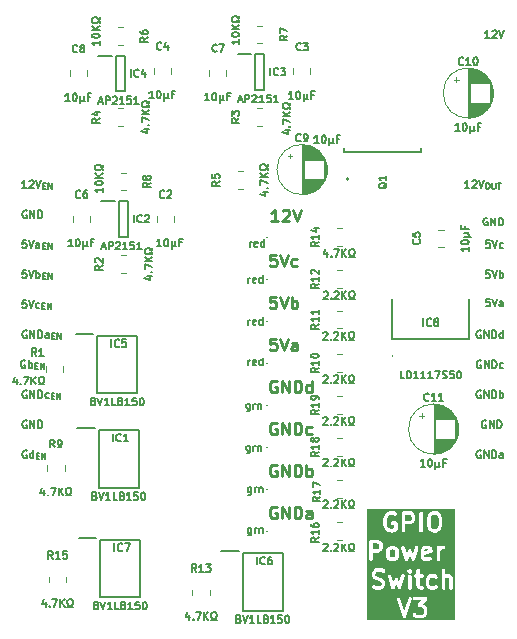
<source format=gto>
%TF.GenerationSoftware,KiCad,Pcbnew,9.0.4*%
%TF.CreationDate,2025-09-11T20:21:50+02:00*%
%TF.ProjectId,GPIO Power Switch,4750494f-2050-46f7-9765-722053776974,V0*%
%TF.SameCoordinates,Original*%
%TF.FileFunction,Legend,Top*%
%TF.FilePolarity,Positive*%
%FSLAX46Y46*%
G04 Gerber Fmt 4.6, Leading zero omitted, Abs format (unit mm)*
G04 Created by KiCad (PCBNEW 9.0.4) date 2025-09-11 20:21:50*
%MOMM*%
%LPD*%
G01*
G04 APERTURE LIST*
%ADD10C,0.150000*%
%ADD11C,0.250000*%
%ADD12C,0.300000*%
%ADD13C,0.100000*%
%ADD14C,0.120000*%
%ADD15C,0.200000*%
%ADD16C,0.160000*%
G04 APERTURE END LIST*
D10*
X39089887Y-12985963D02*
X38727030Y-12985963D01*
X38908458Y-12985963D02*
X38908458Y-12350963D01*
X38908458Y-12350963D02*
X38847982Y-12441677D01*
X38847982Y-12441677D02*
X38787506Y-12502153D01*
X38787506Y-12502153D02*
X38727030Y-12532391D01*
X39331792Y-12411439D02*
X39362030Y-12381201D01*
X39362030Y-12381201D02*
X39422506Y-12350963D01*
X39422506Y-12350963D02*
X39573697Y-12350963D01*
X39573697Y-12350963D02*
X39634173Y-12381201D01*
X39634173Y-12381201D02*
X39664411Y-12411439D01*
X39664411Y-12411439D02*
X39694649Y-12471915D01*
X39694649Y-12471915D02*
X39694649Y-12532391D01*
X39694649Y-12532391D02*
X39664411Y-12623105D01*
X39664411Y-12623105D02*
X39301554Y-12985963D01*
X39301554Y-12985963D02*
X39694649Y-12985963D01*
X39876078Y-12350963D02*
X40087744Y-12985963D01*
X40087744Y-12985963D02*
X40299411Y-12350963D01*
X40577602Y-12548115D02*
X40674364Y-12548115D01*
X40674364Y-12548115D02*
X40722745Y-12572305D01*
X40722745Y-12572305D02*
X40771126Y-12620686D01*
X40771126Y-12620686D02*
X40795316Y-12717448D01*
X40795316Y-12717448D02*
X40795316Y-12886782D01*
X40795316Y-12886782D02*
X40771126Y-12983544D01*
X40771126Y-12983544D02*
X40722745Y-13031925D01*
X40722745Y-13031925D02*
X40674364Y-13056115D01*
X40674364Y-13056115D02*
X40577602Y-13056115D01*
X40577602Y-13056115D02*
X40529221Y-13031925D01*
X40529221Y-13031925D02*
X40480840Y-12983544D01*
X40480840Y-12983544D02*
X40456649Y-12886782D01*
X40456649Y-12886782D02*
X40456649Y-12717448D01*
X40456649Y-12717448D02*
X40480840Y-12620686D01*
X40480840Y-12620686D02*
X40529221Y-12572305D01*
X40529221Y-12572305D02*
X40577602Y-12548115D01*
X41013030Y-12548115D02*
X41013030Y-12959353D01*
X41013030Y-12959353D02*
X41037220Y-13007734D01*
X41037220Y-13007734D02*
X41061411Y-13031925D01*
X41061411Y-13031925D02*
X41109792Y-13056115D01*
X41109792Y-13056115D02*
X41206554Y-13056115D01*
X41206554Y-13056115D02*
X41254935Y-13031925D01*
X41254935Y-13031925D02*
X41279125Y-13007734D01*
X41279125Y-13007734D02*
X41303316Y-12959353D01*
X41303316Y-12959353D02*
X41303316Y-12548115D01*
X41472648Y-12548115D02*
X41762934Y-12548115D01*
X41617791Y-13056115D02*
X41617791Y-12548115D01*
X40795315Y-22383963D02*
X40492934Y-22383963D01*
X40492934Y-22383963D02*
X40462696Y-22686344D01*
X40462696Y-22686344D02*
X40492934Y-22656105D01*
X40492934Y-22656105D02*
X40553410Y-22625867D01*
X40553410Y-22625867D02*
X40704601Y-22625867D01*
X40704601Y-22625867D02*
X40765077Y-22656105D01*
X40765077Y-22656105D02*
X40795315Y-22686344D01*
X40795315Y-22686344D02*
X40825553Y-22746820D01*
X40825553Y-22746820D02*
X40825553Y-22898010D01*
X40825553Y-22898010D02*
X40795315Y-22958486D01*
X40795315Y-22958486D02*
X40765077Y-22988725D01*
X40765077Y-22988725D02*
X40704601Y-23018963D01*
X40704601Y-23018963D02*
X40553410Y-23018963D01*
X40553410Y-23018963D02*
X40492934Y-22988725D01*
X40492934Y-22988725D02*
X40462696Y-22958486D01*
X41006982Y-22383963D02*
X41218648Y-23018963D01*
X41218648Y-23018963D02*
X41430315Y-22383963D01*
X41914125Y-23018963D02*
X41914125Y-22686344D01*
X41914125Y-22686344D02*
X41883887Y-22625867D01*
X41883887Y-22625867D02*
X41823411Y-22595629D01*
X41823411Y-22595629D02*
X41702458Y-22595629D01*
X41702458Y-22595629D02*
X41641982Y-22625867D01*
X41914125Y-22988725D02*
X41853649Y-23018963D01*
X41853649Y-23018963D02*
X41702458Y-23018963D01*
X41702458Y-23018963D02*
X41641982Y-22988725D01*
X41641982Y-22988725D02*
X41611744Y-22928248D01*
X41611744Y-22928248D02*
X41611744Y-22867772D01*
X41611744Y-22867772D02*
X41641982Y-22807296D01*
X41641982Y-22807296D02*
X41702458Y-22777058D01*
X41702458Y-22777058D02*
X41853649Y-22777058D01*
X41853649Y-22777058D02*
X41914125Y-22746820D01*
D11*
X22699258Y-22192619D02*
X22223068Y-22192619D01*
X22223068Y-22192619D02*
X22175449Y-22668809D01*
X22175449Y-22668809D02*
X22223068Y-22621190D01*
X22223068Y-22621190D02*
X22318306Y-22573571D01*
X22318306Y-22573571D02*
X22556401Y-22573571D01*
X22556401Y-22573571D02*
X22651639Y-22621190D01*
X22651639Y-22621190D02*
X22699258Y-22668809D01*
X22699258Y-22668809D02*
X22746877Y-22764047D01*
X22746877Y-22764047D02*
X22746877Y-23002142D01*
X22746877Y-23002142D02*
X22699258Y-23097380D01*
X22699258Y-23097380D02*
X22651639Y-23145000D01*
X22651639Y-23145000D02*
X22556401Y-23192619D01*
X22556401Y-23192619D02*
X22318306Y-23192619D01*
X22318306Y-23192619D02*
X22223068Y-23145000D01*
X22223068Y-23145000D02*
X22175449Y-23097380D01*
X23032592Y-22192619D02*
X23365925Y-23192619D01*
X23365925Y-23192619D02*
X23699258Y-22192619D01*
X24032592Y-23192619D02*
X24032592Y-22192619D01*
X24032592Y-22573571D02*
X24127830Y-22525952D01*
X24127830Y-22525952D02*
X24318306Y-22525952D01*
X24318306Y-22525952D02*
X24413544Y-22573571D01*
X24413544Y-22573571D02*
X24461163Y-22621190D01*
X24461163Y-22621190D02*
X24508782Y-22716428D01*
X24508782Y-22716428D02*
X24508782Y-23002142D01*
X24508782Y-23002142D02*
X24461163Y-23097380D01*
X24461163Y-23097380D02*
X24413544Y-23145000D01*
X24413544Y-23145000D02*
X24318306Y-23192619D01*
X24318306Y-23192619D02*
X24127830Y-23192619D01*
X24127830Y-23192619D02*
X24032592Y-23145000D01*
D12*
G36*
X32736861Y-43623577D02*
G01*
X32773865Y-43660581D01*
X32818571Y-43749993D01*
X32818571Y-44107746D01*
X32773864Y-44197159D01*
X32736859Y-44234164D01*
X32647447Y-44278870D01*
X32503981Y-44278870D01*
X32414567Y-44234163D01*
X32377562Y-44197158D01*
X32332857Y-44107746D01*
X32332857Y-43749993D01*
X32377562Y-43660582D01*
X32414567Y-43623577D01*
X32503981Y-43578870D01*
X32647447Y-43578870D01*
X32736861Y-43623577D01*
G37*
G36*
X35642483Y-43612102D02*
G01*
X35668658Y-43664453D01*
X35261429Y-43745899D01*
X35261429Y-43678565D01*
X35294660Y-43612102D01*
X35361125Y-43578870D01*
X35576019Y-43578870D01*
X35642483Y-43612102D01*
G37*
G36*
X31379718Y-43123577D02*
G01*
X31416722Y-43160581D01*
X31461428Y-43249993D01*
X31461428Y-43393460D01*
X31416721Y-43482873D01*
X31379716Y-43519878D01*
X31290304Y-43564584D01*
X30904285Y-43564584D01*
X30904285Y-43078870D01*
X31290304Y-43078870D01*
X31379718Y-43123577D01*
G37*
G36*
X36344003Y-40708661D02*
G01*
X36440269Y-40804927D01*
X36497143Y-41032418D01*
X36497143Y-41495489D01*
X36440269Y-41722980D01*
X36344002Y-41819248D01*
X36254590Y-41863954D01*
X36039696Y-41863954D01*
X35950282Y-41819247D01*
X35854015Y-41722980D01*
X35797143Y-41495490D01*
X35797143Y-41032417D01*
X35854015Y-40804928D01*
X35950282Y-40708660D01*
X36039696Y-40663954D01*
X36254590Y-40663954D01*
X36344003Y-40708661D01*
G37*
G36*
X34129718Y-40708661D02*
G01*
X34166722Y-40745665D01*
X34211428Y-40835077D01*
X34211428Y-40978544D01*
X34166721Y-41067957D01*
X34129716Y-41104962D01*
X34040304Y-41149668D01*
X33654285Y-41149668D01*
X33654285Y-40663954D01*
X34040304Y-40663954D01*
X34129718Y-40708661D01*
G37*
G36*
X37856667Y-49575369D02*
G01*
X30437618Y-49575369D01*
X30437618Y-47777463D01*
X32926893Y-47777463D01*
X32933413Y-47806136D01*
X33433413Y-49306136D01*
X33445401Y-49332987D01*
X33452423Y-49341084D01*
X33457216Y-49350669D01*
X33471422Y-49362990D01*
X33483748Y-49377202D01*
X33493335Y-49381995D01*
X33501430Y-49389016D01*
X33519272Y-49394963D01*
X33536096Y-49403375D01*
X33546786Y-49404134D01*
X33556954Y-49407524D01*
X33575710Y-49406191D01*
X33594476Y-49407525D01*
X33604646Y-49404134D01*
X33615335Y-49403375D01*
X33632156Y-49394964D01*
X33650000Y-49389016D01*
X33658096Y-49381993D01*
X33667682Y-49377201D01*
X33680005Y-49362992D01*
X33694214Y-49350669D01*
X33699006Y-49341083D01*
X33706029Y-49332987D01*
X33718017Y-49306136D01*
X34218018Y-47806136D01*
X34224538Y-47777462D01*
X34221124Y-47729438D01*
X34285739Y-47729438D01*
X34285739Y-47787966D01*
X34308137Y-47842038D01*
X34349521Y-47883422D01*
X34403593Y-47905820D01*
X34432857Y-47908702D01*
X35030864Y-47908702D01*
X34748542Y-48231355D01*
X34739498Y-48244005D01*
X34736709Y-48246795D01*
X34735612Y-48249440D01*
X34731441Y-48255277D01*
X34723634Y-48278358D01*
X34714311Y-48300867D01*
X34714311Y-48305926D01*
X34712690Y-48310719D01*
X34714311Y-48335028D01*
X34714311Y-48359395D01*
X34716247Y-48364070D01*
X34716584Y-48369115D01*
X34727382Y-48390950D01*
X34736709Y-48413467D01*
X34740285Y-48417043D01*
X34742528Y-48421578D01*
X34760863Y-48437621D01*
X34778093Y-48454851D01*
X34782767Y-48456787D01*
X34786575Y-48460119D01*
X34809656Y-48467925D01*
X34832165Y-48477249D01*
X34839302Y-48477951D01*
X34842017Y-48478870D01*
X34845956Y-48478607D01*
X34861429Y-48480131D01*
X35040305Y-48480131D01*
X35129718Y-48524837D01*
X35166721Y-48561841D01*
X35211429Y-48651255D01*
X35211429Y-48937577D01*
X35166721Y-49026991D01*
X35129718Y-49063995D01*
X35040305Y-49108702D01*
X34682553Y-49108702D01*
X34593139Y-49063995D01*
X34538923Y-49009779D01*
X34516192Y-48991124D01*
X34462120Y-48968727D01*
X34403594Y-48968727D01*
X34349522Y-48991124D01*
X34308136Y-49032510D01*
X34285739Y-49086582D01*
X34285739Y-49145108D01*
X34308136Y-49199180D01*
X34326791Y-49221911D01*
X34398220Y-49293340D01*
X34409724Y-49302781D01*
X34412319Y-49305773D01*
X34416828Y-49308611D01*
X34420951Y-49311995D01*
X34424612Y-49313511D01*
X34437204Y-49321438D01*
X34580062Y-49392866D01*
X34607525Y-49403376D01*
X34612900Y-49403757D01*
X34617879Y-49405820D01*
X34647143Y-49408702D01*
X35075714Y-49408702D01*
X35104978Y-49405820D01*
X35109956Y-49403757D01*
X35115332Y-49403376D01*
X35142795Y-49392866D01*
X35285654Y-49321438D01*
X35298248Y-49313509D01*
X35301908Y-49311994D01*
X35306028Y-49308612D01*
X35310539Y-49305773D01*
X35313133Y-49302781D01*
X35324639Y-49293339D01*
X35396067Y-49221910D01*
X35405505Y-49210409D01*
X35408499Y-49207813D01*
X35411339Y-49203300D01*
X35414721Y-49199180D01*
X35416236Y-49195520D01*
X35424164Y-49182927D01*
X35495593Y-49040071D01*
X35506102Y-49012607D01*
X35506483Y-49007232D01*
X35508547Y-49002252D01*
X35511429Y-48972988D01*
X35511429Y-48615845D01*
X35508547Y-48586581D01*
X35506483Y-48581600D01*
X35506102Y-48576226D01*
X35495593Y-48548762D01*
X35424164Y-48405906D01*
X35416236Y-48393312D01*
X35414721Y-48389653D01*
X35411339Y-48385532D01*
X35408499Y-48381020D01*
X35405505Y-48378423D01*
X35396067Y-48366923D01*
X35324639Y-48295494D01*
X35313133Y-48286051D01*
X35310539Y-48283060D01*
X35306028Y-48280220D01*
X35301908Y-48276839D01*
X35298248Y-48275323D01*
X35285654Y-48267395D01*
X35167381Y-48208260D01*
X35474315Y-47857478D01*
X35483358Y-47844828D01*
X35486149Y-47842038D01*
X35487244Y-47839393D01*
X35491417Y-47833557D01*
X35499222Y-47810477D01*
X35508547Y-47787966D01*
X35508547Y-47782904D01*
X35510167Y-47778114D01*
X35508547Y-47753813D01*
X35508547Y-47729438D01*
X35506610Y-47724762D01*
X35506274Y-47719718D01*
X35495475Y-47697882D01*
X35486149Y-47675366D01*
X35482572Y-47671789D01*
X35480330Y-47667255D01*
X35461994Y-47651211D01*
X35444765Y-47633982D01*
X35440090Y-47632045D01*
X35436283Y-47628714D01*
X35413207Y-47620910D01*
X35390693Y-47611584D01*
X35383551Y-47610880D01*
X35380841Y-47609964D01*
X35376906Y-47610226D01*
X35361429Y-47608702D01*
X34432857Y-47608702D01*
X34403593Y-47611584D01*
X34349521Y-47633982D01*
X34308137Y-47675366D01*
X34285739Y-47729438D01*
X34221124Y-47729438D01*
X34220388Y-47719082D01*
X34194214Y-47666735D01*
X34150000Y-47628388D01*
X34094476Y-47609879D01*
X34036096Y-47614029D01*
X33983748Y-47640202D01*
X33945401Y-47684417D01*
X33933413Y-47711268D01*
X33575715Y-48784360D01*
X33218017Y-47711268D01*
X33206029Y-47684417D01*
X33167682Y-47640203D01*
X33115335Y-47614029D01*
X33056954Y-47609880D01*
X33001430Y-47628388D01*
X32957216Y-47666735D01*
X32931042Y-47719082D01*
X32926893Y-47777463D01*
X30437618Y-47777463D01*
X30437618Y-45629500D01*
X30818571Y-45629500D01*
X30818571Y-45772358D01*
X30821453Y-45801622D01*
X30823515Y-45806600D01*
X30823897Y-45811976D01*
X30834407Y-45839440D01*
X30905835Y-45982297D01*
X30913763Y-45994892D01*
X30915279Y-45998551D01*
X30918658Y-46002668D01*
X30921500Y-46007183D01*
X30924494Y-46009779D01*
X30933934Y-46021282D01*
X31005363Y-46092710D01*
X31016863Y-46102148D01*
X31019460Y-46105142D01*
X31023972Y-46107982D01*
X31028093Y-46111364D01*
X31031752Y-46112879D01*
X31044346Y-46120807D01*
X31187202Y-46192236D01*
X31189344Y-46193055D01*
X31190214Y-46193700D01*
X31202485Y-46198084D01*
X31214666Y-46202745D01*
X31215746Y-46202821D01*
X31217905Y-46203593D01*
X31487643Y-46271027D01*
X31594002Y-46324206D01*
X31631006Y-46361211D01*
X31675714Y-46450625D01*
X31675714Y-46522661D01*
X31631006Y-46612075D01*
X31594003Y-46649079D01*
X31504590Y-46693786D01*
X31207200Y-46693786D01*
X31016005Y-46630055D01*
X30987331Y-46623535D01*
X30928951Y-46627685D01*
X30876604Y-46653859D01*
X30838256Y-46698073D01*
X30819748Y-46753598D01*
X30823898Y-46811978D01*
X30850072Y-46864325D01*
X30894286Y-46902673D01*
X30921137Y-46914661D01*
X31135423Y-46986089D01*
X31149935Y-46989388D01*
X31153593Y-46990904D01*
X31158895Y-46991426D01*
X31164097Y-46992609D01*
X31168051Y-46992327D01*
X31182857Y-46993786D01*
X31539999Y-46993786D01*
X31569263Y-46990904D01*
X31574241Y-46988841D01*
X31579617Y-46988460D01*
X31607080Y-46977950D01*
X31749939Y-46906522D01*
X31762533Y-46898593D01*
X31766193Y-46897078D01*
X31770313Y-46893696D01*
X31774824Y-46890857D01*
X31777418Y-46887865D01*
X31788924Y-46878423D01*
X31860352Y-46806994D01*
X31869790Y-46795493D01*
X31872784Y-46792897D01*
X31875624Y-46788384D01*
X31879006Y-46784264D01*
X31880521Y-46780604D01*
X31888449Y-46768011D01*
X31959878Y-46625155D01*
X31970387Y-46597691D01*
X31970768Y-46592316D01*
X31972832Y-46587336D01*
X31975714Y-46558072D01*
X31975714Y-46415215D01*
X31972832Y-46385951D01*
X31970768Y-46380970D01*
X31970387Y-46375596D01*
X31959878Y-46348132D01*
X31888449Y-46205276D01*
X31880521Y-46192682D01*
X31879006Y-46189023D01*
X31875624Y-46184902D01*
X31872784Y-46180390D01*
X31869790Y-46177793D01*
X31860352Y-46166293D01*
X31788924Y-46094864D01*
X31777421Y-46085424D01*
X31774825Y-46082430D01*
X31770310Y-46079588D01*
X31766193Y-46076209D01*
X31762534Y-46074693D01*
X31749939Y-46066765D01*
X31607081Y-45995336D01*
X31604940Y-45994516D01*
X31604070Y-45993872D01*
X31591814Y-45989493D01*
X31579618Y-45984826D01*
X31578534Y-45984749D01*
X31576379Y-45983979D01*
X31306641Y-45916544D01*
X31200281Y-45863364D01*
X31192981Y-45856064D01*
X32176216Y-45856064D01*
X32181484Y-45884994D01*
X32467199Y-46884994D01*
X32478010Y-46912341D01*
X32483963Y-46919840D01*
X32487733Y-46928635D01*
X32501999Y-46942558D01*
X32514401Y-46958179D01*
X32522769Y-46962828D01*
X32529619Y-46969513D01*
X32548129Y-46976917D01*
X32565562Y-46986602D01*
X32575073Y-46987694D01*
X32583961Y-46991250D01*
X32603896Y-46991006D01*
X32623707Y-46993283D01*
X32632912Y-46990652D01*
X32642484Y-46990536D01*
X32660807Y-46982682D01*
X32679983Y-46977204D01*
X32687482Y-46971250D01*
X32696277Y-46967481D01*
X32710200Y-46953214D01*
X32725821Y-46940813D01*
X32730469Y-46932445D01*
X32737155Y-46925595D01*
X32750700Y-46899495D01*
X32897141Y-46533388D01*
X33043584Y-46899494D01*
X33057129Y-46925595D01*
X33063814Y-46932445D01*
X33068463Y-46940813D01*
X33084079Y-46953210D01*
X33098006Y-46967481D01*
X33106804Y-46971251D01*
X33114302Y-46977204D01*
X33133477Y-46982682D01*
X33151800Y-46990535D01*
X33161369Y-46990651D01*
X33170578Y-46993283D01*
X33190387Y-46991006D01*
X33210323Y-46991250D01*
X33219213Y-46987693D01*
X33228722Y-46986601D01*
X33246149Y-46976919D01*
X33264665Y-46969513D01*
X33271515Y-46962827D01*
X33279883Y-46958179D01*
X33292283Y-46942559D01*
X33306551Y-46928635D01*
X33310320Y-46919838D01*
X33316274Y-46912340D01*
X33327085Y-46884994D01*
X33612799Y-45884994D01*
X33618067Y-45856064D01*
X33616656Y-45843786D01*
X33889999Y-45843786D01*
X33889999Y-46843786D01*
X33892881Y-46873050D01*
X33915279Y-46927122D01*
X33956663Y-46968506D01*
X34010735Y-46990904D01*
X34069263Y-46990904D01*
X34123335Y-46968506D01*
X34164719Y-46927122D01*
X34187117Y-46873050D01*
X34189999Y-46843786D01*
X34189999Y-45843786D01*
X34187117Y-45814522D01*
X34392882Y-45814522D01*
X34392882Y-45873050D01*
X34415280Y-45927122D01*
X34456664Y-45968506D01*
X34510736Y-45990904D01*
X34540000Y-45993786D01*
X34604285Y-45993786D01*
X34604285Y-46629500D01*
X34607167Y-46658764D01*
X34609228Y-46663741D01*
X34609611Y-46669119D01*
X34620121Y-46696582D01*
X34691550Y-46839440D01*
X34694630Y-46844334D01*
X34695400Y-46846642D01*
X34697892Y-46849515D01*
X34707215Y-46864326D01*
X34721426Y-46876650D01*
X34733747Y-46890857D01*
X34748554Y-46900178D01*
X34751430Y-46902672D01*
X34753738Y-46903441D01*
X34758632Y-46906522D01*
X34901490Y-46977950D01*
X34928953Y-46988460D01*
X34934328Y-46988841D01*
X34939307Y-46990904D01*
X34968571Y-46993786D01*
X35111428Y-46993786D01*
X35140692Y-46990904D01*
X35194764Y-46968506D01*
X35236148Y-46927122D01*
X35258546Y-46873050D01*
X35258546Y-46814522D01*
X35236148Y-46760450D01*
X35194764Y-46719066D01*
X35140692Y-46696668D01*
X35111428Y-46693786D01*
X35003981Y-46693786D01*
X34937517Y-46660554D01*
X34904285Y-46594090D01*
X34904285Y-46129500D01*
X35390000Y-46129500D01*
X35390000Y-46558072D01*
X35392882Y-46587336D01*
X35394944Y-46592314D01*
X35395326Y-46597690D01*
X35405836Y-46625154D01*
X35477264Y-46768011D01*
X35485191Y-46780604D01*
X35486707Y-46784264D01*
X35490088Y-46788383D01*
X35492929Y-46792897D01*
X35495922Y-46795493D01*
X35505362Y-46806995D01*
X35576791Y-46878424D01*
X35588295Y-46887865D01*
X35590890Y-46890857D01*
X35595399Y-46893695D01*
X35599522Y-46897079D01*
X35603183Y-46898595D01*
X35615775Y-46906522D01*
X35758633Y-46977950D01*
X35786096Y-46988460D01*
X35791471Y-46988841D01*
X35796450Y-46990904D01*
X35825714Y-46993786D01*
X36111428Y-46993786D01*
X36140692Y-46990904D01*
X36145670Y-46988841D01*
X36151046Y-46988460D01*
X36178509Y-46977950D01*
X36321368Y-46906522D01*
X36346253Y-46890857D01*
X36384600Y-46846643D01*
X36403108Y-46791120D01*
X36398960Y-46732740D01*
X36372786Y-46680391D01*
X36328571Y-46642044D01*
X36273049Y-46623536D01*
X36214668Y-46627684D01*
X36187205Y-46638193D01*
X36076019Y-46693786D01*
X35861124Y-46693786D01*
X35771710Y-46649079D01*
X35734705Y-46612074D01*
X35690000Y-46522662D01*
X35690000Y-46164909D01*
X35734705Y-46075498D01*
X35771710Y-46038493D01*
X35861124Y-45993786D01*
X36076018Y-45993786D01*
X36187204Y-46049379D01*
X36214667Y-46059889D01*
X36273047Y-46064037D01*
X36328570Y-46045529D01*
X36372785Y-46007183D01*
X36398960Y-45954834D01*
X36403108Y-45896453D01*
X36384600Y-45840931D01*
X36346254Y-45796716D01*
X36321368Y-45781051D01*
X36178510Y-45709622D01*
X36151047Y-45699112D01*
X36145669Y-45698729D01*
X36140692Y-45696668D01*
X36111428Y-45693786D01*
X35825714Y-45693786D01*
X35796450Y-45696668D01*
X35791469Y-45698731D01*
X35786095Y-45699113D01*
X35758631Y-45709622D01*
X35615775Y-45781051D01*
X35603181Y-45788978D01*
X35599522Y-45790494D01*
X35595401Y-45793875D01*
X35590889Y-45796716D01*
X35588292Y-45799709D01*
X35576792Y-45809148D01*
X35505363Y-45880576D01*
X35495923Y-45892078D01*
X35492929Y-45894675D01*
X35490087Y-45899189D01*
X35486708Y-45903307D01*
X35485192Y-45906965D01*
X35477264Y-45919561D01*
X35405836Y-46062418D01*
X35395326Y-46089882D01*
X35394944Y-46095257D01*
X35392882Y-46100236D01*
X35390000Y-46129500D01*
X34904285Y-46129500D01*
X34904285Y-45993786D01*
X35111428Y-45993786D01*
X35140692Y-45990904D01*
X35194764Y-45968506D01*
X35236148Y-45927122D01*
X35258546Y-45873050D01*
X35258546Y-45814522D01*
X35236148Y-45760450D01*
X35194764Y-45719066D01*
X35140692Y-45696668D01*
X35111428Y-45693786D01*
X34904285Y-45693786D01*
X34904285Y-45343786D01*
X36747142Y-45343786D01*
X36747142Y-46843786D01*
X36750024Y-46873050D01*
X36772422Y-46927122D01*
X36813806Y-46968506D01*
X36867878Y-46990904D01*
X36926406Y-46990904D01*
X36980478Y-46968506D01*
X37021862Y-46927122D01*
X37044260Y-46873050D01*
X37047142Y-46843786D01*
X37047142Y-46048775D01*
X37057424Y-46038493D01*
X37146838Y-45993786D01*
X37290304Y-45993786D01*
X37356768Y-46027018D01*
X37390000Y-46093482D01*
X37390000Y-46843786D01*
X37392882Y-46873050D01*
X37415280Y-46927122D01*
X37456664Y-46968506D01*
X37510736Y-46990904D01*
X37569264Y-46990904D01*
X37623336Y-46968506D01*
X37664720Y-46927122D01*
X37687118Y-46873050D01*
X37690000Y-46843786D01*
X37690000Y-46058072D01*
X37687118Y-46028808D01*
X37685054Y-46023827D01*
X37684673Y-46018453D01*
X37674164Y-45990989D01*
X37602735Y-45848133D01*
X37599654Y-45843238D01*
X37598885Y-45840931D01*
X37596392Y-45838056D01*
X37587070Y-45823247D01*
X37572860Y-45810923D01*
X37560539Y-45796716D01*
X37545733Y-45787396D01*
X37542855Y-45784900D01*
X37540543Y-45784129D01*
X37535653Y-45781051D01*
X37392796Y-45709622D01*
X37365333Y-45699113D01*
X37359958Y-45698731D01*
X37354978Y-45696668D01*
X37325714Y-45693786D01*
X37111428Y-45693786D01*
X37082164Y-45696668D01*
X37077183Y-45698731D01*
X37071809Y-45699113D01*
X37047142Y-45708551D01*
X37047142Y-45343786D01*
X37044260Y-45314522D01*
X37021862Y-45260450D01*
X36980478Y-45219066D01*
X36926406Y-45196668D01*
X36867878Y-45196668D01*
X36813806Y-45219066D01*
X36772422Y-45260450D01*
X36750024Y-45314522D01*
X36747142Y-45343786D01*
X34904285Y-45343786D01*
X34901403Y-45314522D01*
X34879005Y-45260450D01*
X34837621Y-45219066D01*
X34783549Y-45196668D01*
X34725021Y-45196668D01*
X34670949Y-45219066D01*
X34629565Y-45260450D01*
X34607167Y-45314522D01*
X34604285Y-45343786D01*
X34604285Y-45693786D01*
X34540000Y-45693786D01*
X34510736Y-45696668D01*
X34456664Y-45719066D01*
X34415280Y-45760450D01*
X34392882Y-45814522D01*
X34187117Y-45814522D01*
X34164719Y-45760450D01*
X34123335Y-45719066D01*
X34069263Y-45696668D01*
X34010735Y-45696668D01*
X33956663Y-45719066D01*
X33915279Y-45760450D01*
X33892881Y-45814522D01*
X33889999Y-45843786D01*
X33616656Y-45843786D01*
X33611386Y-45797919D01*
X33582963Y-45746758D01*
X33537125Y-45710368D01*
X33480848Y-45694289D01*
X33422704Y-45700970D01*
X33371543Y-45729393D01*
X33335152Y-45775231D01*
X33324342Y-45802578D01*
X33159169Y-46380680D01*
X33036414Y-46073791D01*
X33022869Y-46047691D01*
X33021568Y-46046358D01*
X33020837Y-46044651D01*
X33001177Y-46025464D01*
X32981991Y-46005805D01*
X32980283Y-46005072D01*
X32978951Y-46003773D01*
X32953443Y-45993569D01*
X32928198Y-45982750D01*
X32926337Y-45982727D01*
X32924609Y-45982036D01*
X32897161Y-45982371D01*
X32869675Y-45982036D01*
X32867944Y-45982728D01*
X32866086Y-45982751D01*
X32840851Y-45993565D01*
X32815333Y-46003773D01*
X32814001Y-46005072D01*
X32812292Y-46005805D01*
X32793095Y-46025475D01*
X32773447Y-46044651D01*
X32772715Y-46046358D01*
X32771415Y-46047691D01*
X32757870Y-46073792D01*
X32635114Y-46380680D01*
X32469942Y-45802578D01*
X32459131Y-45775231D01*
X32422740Y-45729393D01*
X32371579Y-45700971D01*
X32313435Y-45694289D01*
X32257158Y-45710368D01*
X32211320Y-45746759D01*
X32182898Y-45797920D01*
X32176216Y-45856064D01*
X31192981Y-45856064D01*
X31163276Y-45826359D01*
X31118571Y-45736948D01*
X31118571Y-45664909D01*
X31163276Y-45575498D01*
X31200281Y-45538493D01*
X31289695Y-45493786D01*
X31587088Y-45493786D01*
X31778279Y-45557517D01*
X31806953Y-45564037D01*
X31865333Y-45559888D01*
X31917680Y-45533714D01*
X31956028Y-45489500D01*
X31974536Y-45433976D01*
X31971123Y-45385953D01*
X33821453Y-45385953D01*
X33821453Y-45444479D01*
X33826797Y-45457379D01*
X33843850Y-45498550D01*
X33862505Y-45521281D01*
X33933933Y-45592709D01*
X33956663Y-45611364D01*
X33979060Y-45620640D01*
X34010735Y-45633761D01*
X34069263Y-45633761D01*
X34107497Y-45617923D01*
X34123334Y-45611364D01*
X34123338Y-45611359D01*
X34146064Y-45592710D01*
X34217493Y-45521282D01*
X34236148Y-45498551D01*
X34236149Y-45498550D01*
X34258546Y-45444478D01*
X34258546Y-45385952D01*
X34236149Y-45331880D01*
X34217494Y-45309149D01*
X34146065Y-45237720D01*
X34123334Y-45219065D01*
X34091660Y-45205945D01*
X34069263Y-45196668D01*
X34010735Y-45196668D01*
X33988338Y-45205945D01*
X33956664Y-45219065D01*
X33956663Y-45219066D01*
X33933932Y-45237721D01*
X33862504Y-45309150D01*
X33843854Y-45331875D01*
X33843850Y-45331880D01*
X33823680Y-45380577D01*
X33821453Y-45385953D01*
X31971123Y-45385953D01*
X31970387Y-45375596D01*
X31944213Y-45323248D01*
X31899999Y-45284901D01*
X31873148Y-45272912D01*
X31658862Y-45201484D01*
X31644354Y-45198185D01*
X31640692Y-45196668D01*
X31635383Y-45196145D01*
X31630189Y-45194964D01*
X31626239Y-45195244D01*
X31611428Y-45193786D01*
X31254285Y-45193786D01*
X31225021Y-45196668D01*
X31220040Y-45198731D01*
X31214666Y-45199113D01*
X31187202Y-45209622D01*
X31044346Y-45281051D01*
X31031752Y-45288978D01*
X31028093Y-45290494D01*
X31023972Y-45293875D01*
X31019460Y-45296716D01*
X31016863Y-45299709D01*
X31005363Y-45309148D01*
X30933934Y-45380576D01*
X30924494Y-45392078D01*
X30921500Y-45394675D01*
X30918658Y-45399189D01*
X30915279Y-45403307D01*
X30913763Y-45406965D01*
X30905835Y-45419561D01*
X30834407Y-45562418D01*
X30823897Y-45589882D01*
X30823515Y-45595257D01*
X30821453Y-45600236D01*
X30818571Y-45629500D01*
X30437618Y-45629500D01*
X30437618Y-42928870D01*
X30604285Y-42928870D01*
X30604285Y-44428870D01*
X30607167Y-44458134D01*
X30629565Y-44512206D01*
X30670949Y-44553590D01*
X30725021Y-44575988D01*
X30783549Y-44575988D01*
X30837621Y-44553590D01*
X30879005Y-44512206D01*
X30901403Y-44458134D01*
X30904285Y-44428870D01*
X30904285Y-43864584D01*
X31325714Y-43864584D01*
X31354978Y-43861702D01*
X31359956Y-43859639D01*
X31365332Y-43859258D01*
X31392796Y-43848748D01*
X31535653Y-43777320D01*
X31548246Y-43769392D01*
X31551906Y-43767877D01*
X31556025Y-43764495D01*
X31560539Y-43761655D01*
X31563135Y-43758661D01*
X31574637Y-43749222D01*
X31609275Y-43714584D01*
X32032857Y-43714584D01*
X32032857Y-44143156D01*
X32035739Y-44172420D01*
X32037801Y-44177398D01*
X32038183Y-44182774D01*
X32048693Y-44210238D01*
X32120121Y-44353095D01*
X32128048Y-44365688D01*
X32129564Y-44369348D01*
X32132945Y-44373467D01*
X32135786Y-44377981D01*
X32138779Y-44380577D01*
X32148219Y-44392079D01*
X32219648Y-44463508D01*
X32231152Y-44472949D01*
X32233747Y-44475941D01*
X32238256Y-44478779D01*
X32242379Y-44482163D01*
X32246040Y-44483679D01*
X32258632Y-44491606D01*
X32401490Y-44563034D01*
X32428953Y-44573544D01*
X32434328Y-44573925D01*
X32439307Y-44575988D01*
X32468571Y-44578870D01*
X32682857Y-44578870D01*
X32712121Y-44575988D01*
X32717099Y-44573925D01*
X32722475Y-44573544D01*
X32749939Y-44563034D01*
X32892796Y-44491606D01*
X32905389Y-44483678D01*
X32909049Y-44482163D01*
X32913168Y-44478781D01*
X32917682Y-44475941D01*
X32920278Y-44472947D01*
X32931780Y-44463508D01*
X33003209Y-44392079D01*
X33012650Y-44380574D01*
X33015642Y-44377980D01*
X33018480Y-44373470D01*
X33021864Y-44369348D01*
X33023380Y-44365686D01*
X33031307Y-44353095D01*
X33102735Y-44210237D01*
X33113245Y-44182774D01*
X33113626Y-44177398D01*
X33115689Y-44172420D01*
X33118571Y-44143156D01*
X33118571Y-43714584D01*
X33115689Y-43685320D01*
X33113626Y-43680341D01*
X33113245Y-43674966D01*
X33102735Y-43647503D01*
X33031307Y-43504645D01*
X33023378Y-43492050D01*
X33021863Y-43488391D01*
X33018481Y-43484270D01*
X33015642Y-43479760D01*
X33012650Y-43477165D01*
X33003208Y-43465660D01*
X32978696Y-43441148D01*
X33319074Y-43441148D01*
X33324342Y-43470078D01*
X33610057Y-44470078D01*
X33620868Y-44497425D01*
X33626821Y-44504924D01*
X33630591Y-44513719D01*
X33644857Y-44527642D01*
X33657259Y-44543263D01*
X33665627Y-44547912D01*
X33672477Y-44554597D01*
X33690987Y-44562001D01*
X33708420Y-44571686D01*
X33717931Y-44572778D01*
X33726819Y-44576334D01*
X33746754Y-44576090D01*
X33766565Y-44578367D01*
X33775770Y-44575736D01*
X33785342Y-44575620D01*
X33803665Y-44567766D01*
X33822841Y-44562288D01*
X33830340Y-44556334D01*
X33839135Y-44552565D01*
X33853058Y-44538298D01*
X33868679Y-44525897D01*
X33873327Y-44517529D01*
X33880013Y-44510679D01*
X33893558Y-44484579D01*
X34039999Y-44118472D01*
X34186442Y-44484578D01*
X34199987Y-44510679D01*
X34206672Y-44517529D01*
X34211321Y-44525897D01*
X34226937Y-44538294D01*
X34240864Y-44552565D01*
X34249662Y-44556335D01*
X34257160Y-44562288D01*
X34276335Y-44567766D01*
X34294658Y-44575619D01*
X34304227Y-44575735D01*
X34313436Y-44578367D01*
X34333245Y-44576090D01*
X34353181Y-44576334D01*
X34362071Y-44572777D01*
X34371580Y-44571685D01*
X34389007Y-44562003D01*
X34407523Y-44554597D01*
X34414373Y-44547911D01*
X34422741Y-44543263D01*
X34435141Y-44527643D01*
X34449409Y-44513719D01*
X34453178Y-44504922D01*
X34459132Y-44497424D01*
X34469943Y-44470078D01*
X34706206Y-43643156D01*
X34961429Y-43643156D01*
X34961429Y-44214584D01*
X34964311Y-44243848D01*
X34966373Y-44248826D01*
X34966755Y-44254202D01*
X34977265Y-44281665D01*
X35048693Y-44424524D01*
X35051772Y-44429416D01*
X35052543Y-44431727D01*
X35055038Y-44434604D01*
X35064358Y-44449409D01*
X35078564Y-44461730D01*
X35090890Y-44475942D01*
X35105694Y-44485260D01*
X35108572Y-44487756D01*
X35110883Y-44488526D01*
X35115776Y-44491606D01*
X35258634Y-44563035D01*
X35286097Y-44573544D01*
X35291472Y-44573925D01*
X35296451Y-44575988D01*
X35325715Y-44578870D01*
X35611429Y-44578870D01*
X35640693Y-44575988D01*
X35645671Y-44573925D01*
X35651047Y-44573544D01*
X35678511Y-44563034D01*
X35821368Y-44491606D01*
X35846254Y-44475941D01*
X35884600Y-44431726D01*
X35903108Y-44376204D01*
X35898960Y-44317824D01*
X35872786Y-44265475D01*
X35828571Y-44227128D01*
X35773048Y-44208620D01*
X35714668Y-44212768D01*
X35687205Y-44223278D01*
X35576019Y-44278870D01*
X35361124Y-44278870D01*
X35294661Y-44245639D01*
X35261429Y-44179175D01*
X35261429Y-44051840D01*
X35854978Y-43933131D01*
X35854979Y-43933131D01*
X35854979Y-43933130D01*
X35855133Y-43933100D01*
X35883263Y-43924535D01*
X35895474Y-43916356D01*
X35909051Y-43910733D01*
X35919552Y-43900231D01*
X35931893Y-43891967D01*
X35940045Y-43879739D01*
X35950435Y-43869349D01*
X35956117Y-43855629D01*
X35964357Y-43843271D01*
X35967209Y-43828853D01*
X35972833Y-43815277D01*
X35975715Y-43786013D01*
X35975715Y-43785861D01*
X35975716Y-43785856D01*
X35975715Y-43785851D01*
X35975715Y-43643156D01*
X35972833Y-43613892D01*
X35970769Y-43608911D01*
X35970388Y-43603537D01*
X35959879Y-43576073D01*
X35888450Y-43433217D01*
X35885714Y-43428870D01*
X36318571Y-43428870D01*
X36318571Y-44428870D01*
X36321453Y-44458134D01*
X36343851Y-44512206D01*
X36385235Y-44553590D01*
X36439307Y-44575988D01*
X36497835Y-44575988D01*
X36551907Y-44553590D01*
X36593291Y-44512206D01*
X36615689Y-44458134D01*
X36618571Y-44428870D01*
X36618571Y-43749994D01*
X36663278Y-43660580D01*
X36700282Y-43623577D01*
X36789696Y-43578870D01*
X36897143Y-43578870D01*
X36926407Y-43575988D01*
X36980479Y-43553590D01*
X37021863Y-43512206D01*
X37044261Y-43458134D01*
X37044261Y-43399606D01*
X37021863Y-43345534D01*
X36980479Y-43304150D01*
X36926407Y-43281752D01*
X36897143Y-43278870D01*
X36754286Y-43278870D01*
X36725022Y-43281752D01*
X36720041Y-43283815D01*
X36714667Y-43284197D01*
X36687203Y-43294706D01*
X36590710Y-43342953D01*
X36551907Y-43304150D01*
X36497835Y-43281752D01*
X36439307Y-43281752D01*
X36385235Y-43304150D01*
X36343851Y-43345534D01*
X36321453Y-43399606D01*
X36318571Y-43428870D01*
X35885714Y-43428870D01*
X35885369Y-43428322D01*
X35884600Y-43426015D01*
X35882107Y-43423140D01*
X35872785Y-43408331D01*
X35858575Y-43396007D01*
X35846254Y-43381800D01*
X35831448Y-43372480D01*
X35828570Y-43369984D01*
X35826258Y-43369213D01*
X35821368Y-43366135D01*
X35678511Y-43294706D01*
X35651048Y-43284197D01*
X35645673Y-43283815D01*
X35640693Y-43281752D01*
X35611429Y-43278870D01*
X35325715Y-43278870D01*
X35296451Y-43281752D01*
X35291473Y-43283813D01*
X35286096Y-43284196D01*
X35258633Y-43294706D01*
X35115775Y-43366135D01*
X35110880Y-43369215D01*
X35108573Y-43369985D01*
X35105698Y-43372477D01*
X35090889Y-43381800D01*
X35078566Y-43396008D01*
X35064358Y-43408331D01*
X35055035Y-43423140D01*
X35052543Y-43426015D01*
X35051773Y-43428322D01*
X35048693Y-43433217D01*
X34977265Y-43576074D01*
X34966755Y-43603538D01*
X34966373Y-43608913D01*
X34964311Y-43613892D01*
X34961429Y-43643156D01*
X34706206Y-43643156D01*
X34755657Y-43470078D01*
X34760925Y-43441148D01*
X34754244Y-43383003D01*
X34725821Y-43331842D01*
X34679983Y-43295452D01*
X34623706Y-43279373D01*
X34565562Y-43286054D01*
X34514401Y-43314477D01*
X34478010Y-43360315D01*
X34467200Y-43387662D01*
X34302027Y-43965764D01*
X34179272Y-43658875D01*
X34165727Y-43632775D01*
X34164426Y-43631442D01*
X34163695Y-43629735D01*
X34144035Y-43610548D01*
X34124849Y-43590889D01*
X34123141Y-43590156D01*
X34121809Y-43588857D01*
X34096301Y-43578653D01*
X34071056Y-43567834D01*
X34069195Y-43567811D01*
X34067467Y-43567120D01*
X34040019Y-43567455D01*
X34012533Y-43567120D01*
X34010802Y-43567812D01*
X34008944Y-43567835D01*
X33983709Y-43578649D01*
X33958191Y-43588857D01*
X33956859Y-43590156D01*
X33955150Y-43590889D01*
X33935953Y-43610559D01*
X33916305Y-43629735D01*
X33915573Y-43631442D01*
X33914273Y-43632775D01*
X33900728Y-43658876D01*
X33777972Y-43965764D01*
X33612800Y-43387662D01*
X33601989Y-43360315D01*
X33565598Y-43314477D01*
X33514437Y-43286055D01*
X33456293Y-43279373D01*
X33400016Y-43295452D01*
X33354178Y-43331843D01*
X33325756Y-43383004D01*
X33319074Y-43441148D01*
X32978696Y-43441148D01*
X32931779Y-43394232D01*
X32920279Y-43384794D01*
X32917682Y-43381800D01*
X32913165Y-43378957D01*
X32909048Y-43375578D01*
X32905391Y-43374063D01*
X32892796Y-43366135D01*
X32749939Y-43294706D01*
X32722476Y-43284197D01*
X32717101Y-43283815D01*
X32712121Y-43281752D01*
X32682857Y-43278870D01*
X32468571Y-43278870D01*
X32439307Y-43281752D01*
X32434326Y-43283815D01*
X32428952Y-43284197D01*
X32401488Y-43294706D01*
X32258632Y-43366135D01*
X32246038Y-43374062D01*
X32242379Y-43375578D01*
X32238258Y-43378959D01*
X32233746Y-43381800D01*
X32231149Y-43384793D01*
X32219649Y-43394232D01*
X32148220Y-43465660D01*
X32138780Y-43477162D01*
X32135786Y-43479759D01*
X32132944Y-43484273D01*
X32129565Y-43488391D01*
X32128049Y-43492049D01*
X32120121Y-43504645D01*
X32048693Y-43647502D01*
X32038183Y-43674966D01*
X32037801Y-43680341D01*
X32035739Y-43685320D01*
X32032857Y-43714584D01*
X31609275Y-43714584D01*
X31646066Y-43677793D01*
X31655507Y-43666288D01*
X31658499Y-43663694D01*
X31661337Y-43659184D01*
X31664721Y-43655062D01*
X31666237Y-43651400D01*
X31674164Y-43638809D01*
X31745592Y-43495951D01*
X31756102Y-43468488D01*
X31756483Y-43463112D01*
X31758546Y-43458134D01*
X31761428Y-43428870D01*
X31761428Y-43214584D01*
X31758546Y-43185320D01*
X31756483Y-43180341D01*
X31756102Y-43174966D01*
X31745592Y-43147503D01*
X31674164Y-43004645D01*
X31666235Y-42992050D01*
X31664720Y-42988391D01*
X31661338Y-42984270D01*
X31658499Y-42979760D01*
X31655507Y-42977165D01*
X31646065Y-42965660D01*
X31574636Y-42894232D01*
X31563136Y-42884794D01*
X31560539Y-42881800D01*
X31556022Y-42878957D01*
X31551905Y-42875578D01*
X31548248Y-42874063D01*
X31535653Y-42866135D01*
X31392796Y-42794706D01*
X31365333Y-42784197D01*
X31359958Y-42783815D01*
X31354978Y-42781752D01*
X31325714Y-42778870D01*
X30754285Y-42778870D01*
X30725021Y-42781752D01*
X30670949Y-42804150D01*
X30629565Y-42845534D01*
X30607167Y-42899606D01*
X30604285Y-42928870D01*
X30437618Y-42928870D01*
X30437618Y-41156811D01*
X31782857Y-41156811D01*
X31782857Y-41371097D01*
X31783359Y-41376200D01*
X31783034Y-41378388D01*
X31784653Y-41389338D01*
X31785739Y-41400361D01*
X31786586Y-41402405D01*
X31787336Y-41407477D01*
X31858764Y-41693191D01*
X31859535Y-41695349D01*
X31859612Y-41696430D01*
X31864270Y-41708604D01*
X31868657Y-41720882D01*
X31869301Y-41721752D01*
X31870121Y-41723893D01*
X31941550Y-41866750D01*
X31949477Y-41879343D01*
X31950993Y-41883003D01*
X31954374Y-41887122D01*
X31957215Y-41891636D01*
X31960208Y-41894232D01*
X31969648Y-41905734D01*
X32112505Y-42048592D01*
X32135235Y-42067247D01*
X32140214Y-42069309D01*
X32144286Y-42072841D01*
X32171137Y-42084829D01*
X32385423Y-42156257D01*
X32399935Y-42159556D01*
X32403593Y-42161072D01*
X32408895Y-42161594D01*
X32414097Y-42162777D01*
X32418051Y-42162495D01*
X32432857Y-42163954D01*
X32575714Y-42163954D01*
X32590519Y-42162495D01*
X32594474Y-42162777D01*
X32599675Y-42161594D01*
X32604978Y-42161072D01*
X32608635Y-42159556D01*
X32623148Y-42156257D01*
X32837434Y-42084829D01*
X32864285Y-42072841D01*
X32868358Y-42069307D01*
X32873336Y-42067246D01*
X32896067Y-42048591D01*
X32967495Y-41977162D01*
X32986149Y-41954432D01*
X33003201Y-41913264D01*
X33008546Y-41900361D01*
X33011428Y-41871097D01*
X33011428Y-41371097D01*
X33008546Y-41341833D01*
X32986148Y-41287761D01*
X32944764Y-41246377D01*
X32890692Y-41223979D01*
X32861428Y-41221097D01*
X32575714Y-41221097D01*
X32546450Y-41223979D01*
X32492378Y-41246377D01*
X32450994Y-41287761D01*
X32428596Y-41341833D01*
X32428596Y-41400361D01*
X32450994Y-41454433D01*
X32492378Y-41495817D01*
X32546450Y-41518215D01*
X32575714Y-41521097D01*
X32711428Y-41521097D01*
X32711428Y-41808965D01*
X32708973Y-41811420D01*
X32551371Y-41863954D01*
X32457200Y-41863954D01*
X32299597Y-41811420D01*
X32198992Y-41710814D01*
X32145811Y-41604454D01*
X32082857Y-41352633D01*
X32082857Y-41175274D01*
X32145811Y-40923453D01*
X32198992Y-40817093D01*
X32299598Y-40716487D01*
X32457200Y-40663954D01*
X32611733Y-40663954D01*
X32722917Y-40719547D01*
X32750381Y-40730056D01*
X32808761Y-40734205D01*
X32864283Y-40715698D01*
X32908499Y-40677351D01*
X32934673Y-40625002D01*
X32938822Y-40566622D01*
X32921266Y-40513954D01*
X33354285Y-40513954D01*
X33354285Y-42013954D01*
X33357167Y-42043218D01*
X33379565Y-42097290D01*
X33420949Y-42138674D01*
X33475021Y-42161072D01*
X33533549Y-42161072D01*
X33587621Y-42138674D01*
X33629005Y-42097290D01*
X33651403Y-42043218D01*
X33654285Y-42013954D01*
X33654285Y-41449668D01*
X34075714Y-41449668D01*
X34104978Y-41446786D01*
X34109956Y-41444723D01*
X34115332Y-41444342D01*
X34142796Y-41433832D01*
X34285653Y-41362404D01*
X34298246Y-41354476D01*
X34301906Y-41352961D01*
X34306025Y-41349579D01*
X34310539Y-41346739D01*
X34313135Y-41343745D01*
X34324637Y-41334306D01*
X34396066Y-41262877D01*
X34405507Y-41251372D01*
X34408499Y-41248778D01*
X34411337Y-41244268D01*
X34414721Y-41240146D01*
X34416237Y-41236484D01*
X34424164Y-41223893D01*
X34495592Y-41081035D01*
X34506102Y-41053572D01*
X34506483Y-41048196D01*
X34508546Y-41043218D01*
X34511428Y-41013954D01*
X34511428Y-40799668D01*
X34508546Y-40770404D01*
X34506483Y-40765425D01*
X34506102Y-40760050D01*
X34495592Y-40732587D01*
X34424164Y-40589729D01*
X34416235Y-40577134D01*
X34414720Y-40573475D01*
X34411338Y-40569354D01*
X34408499Y-40564844D01*
X34405507Y-40562249D01*
X34396065Y-40550744D01*
X34359274Y-40513954D01*
X34854285Y-40513954D01*
X34854285Y-42013954D01*
X34857167Y-42043218D01*
X34879565Y-42097290D01*
X34920949Y-42138674D01*
X34975021Y-42161072D01*
X35033549Y-42161072D01*
X35087621Y-42138674D01*
X35129005Y-42097290D01*
X35151403Y-42043218D01*
X35154285Y-42013954D01*
X35154285Y-41013954D01*
X35497143Y-41013954D01*
X35497143Y-41513954D01*
X35497645Y-41519057D01*
X35497320Y-41521245D01*
X35498939Y-41532195D01*
X35500025Y-41543218D01*
X35500872Y-41545262D01*
X35501622Y-41550334D01*
X35573050Y-41836048D01*
X35582943Y-41863739D01*
X35589582Y-41872699D01*
X35593850Y-41883003D01*
X35612505Y-41905734D01*
X35755363Y-42048592D01*
X35766867Y-42058033D01*
X35769462Y-42061025D01*
X35773971Y-42063863D01*
X35778094Y-42067247D01*
X35781755Y-42068763D01*
X35794347Y-42076690D01*
X35937205Y-42148118D01*
X35964668Y-42158628D01*
X35970043Y-42159009D01*
X35975022Y-42161072D01*
X36004286Y-42163954D01*
X36290000Y-42163954D01*
X36319264Y-42161072D01*
X36324242Y-42159009D01*
X36329618Y-42158628D01*
X36357082Y-42148118D01*
X36499939Y-42076690D01*
X36512530Y-42068763D01*
X36516193Y-42067247D01*
X36520315Y-42063863D01*
X36524825Y-42061025D01*
X36527420Y-42058032D01*
X36538923Y-42048592D01*
X36681780Y-41905734D01*
X36700435Y-41883003D01*
X36704701Y-41872701D01*
X36711342Y-41863740D01*
X36721235Y-41836049D01*
X36792664Y-41550335D01*
X36793414Y-41545262D01*
X36794261Y-41543218D01*
X36795346Y-41532198D01*
X36796966Y-41521246D01*
X36796640Y-41519057D01*
X36797143Y-41513954D01*
X36797143Y-41013954D01*
X36796640Y-41008850D01*
X36796966Y-41006662D01*
X36795346Y-40995709D01*
X36794261Y-40984690D01*
X36793414Y-40982645D01*
X36792664Y-40977573D01*
X36721235Y-40691859D01*
X36711342Y-40664168D01*
X36704702Y-40655207D01*
X36700435Y-40644904D01*
X36681780Y-40622174D01*
X36538923Y-40479317D01*
X36527421Y-40469877D01*
X36524825Y-40466884D01*
X36520311Y-40464043D01*
X36516192Y-40460662D01*
X36512532Y-40459146D01*
X36499939Y-40451219D01*
X36357082Y-40379790D01*
X36329619Y-40369281D01*
X36324244Y-40368899D01*
X36319264Y-40366836D01*
X36290000Y-40363954D01*
X36004286Y-40363954D01*
X35975022Y-40366836D01*
X35970041Y-40368899D01*
X35964667Y-40369281D01*
X35937203Y-40379790D01*
X35794347Y-40451219D01*
X35781753Y-40459146D01*
X35778094Y-40460662D01*
X35773974Y-40464043D01*
X35769461Y-40466884D01*
X35766864Y-40469878D01*
X35755363Y-40479317D01*
X35612505Y-40622174D01*
X35593850Y-40644904D01*
X35589581Y-40655209D01*
X35582943Y-40664169D01*
X35573050Y-40691860D01*
X35501622Y-40977574D01*
X35500872Y-40982645D01*
X35500025Y-40984690D01*
X35498939Y-40995712D01*
X35497320Y-41006663D01*
X35497645Y-41008850D01*
X35497143Y-41013954D01*
X35154285Y-41013954D01*
X35154285Y-40513954D01*
X35151403Y-40484690D01*
X35129005Y-40430618D01*
X35087621Y-40389234D01*
X35033549Y-40366836D01*
X34975021Y-40366836D01*
X34920949Y-40389234D01*
X34879565Y-40430618D01*
X34857167Y-40484690D01*
X34854285Y-40513954D01*
X34359274Y-40513954D01*
X34324636Y-40479316D01*
X34313136Y-40469878D01*
X34310539Y-40466884D01*
X34306022Y-40464041D01*
X34301905Y-40460662D01*
X34298248Y-40459147D01*
X34285653Y-40451219D01*
X34142796Y-40379790D01*
X34115333Y-40369281D01*
X34109958Y-40368899D01*
X34104978Y-40366836D01*
X34075714Y-40363954D01*
X33504285Y-40363954D01*
X33475021Y-40366836D01*
X33420949Y-40389234D01*
X33379565Y-40430618D01*
X33357167Y-40484690D01*
X33354285Y-40513954D01*
X32921266Y-40513954D01*
X32920314Y-40511099D01*
X32881968Y-40466884D01*
X32857082Y-40451219D01*
X32714225Y-40379790D01*
X32686762Y-40369281D01*
X32681387Y-40368899D01*
X32676407Y-40366836D01*
X32647143Y-40363954D01*
X32432857Y-40363954D01*
X32418045Y-40365412D01*
X32414096Y-40365132D01*
X32408901Y-40366313D01*
X32403593Y-40366836D01*
X32399931Y-40368352D01*
X32385422Y-40371652D01*
X32171137Y-40443081D01*
X32144286Y-40455069D01*
X32140216Y-40458598D01*
X32135235Y-40460662D01*
X32112505Y-40479317D01*
X31969648Y-40622174D01*
X31960208Y-40633675D01*
X31957215Y-40636272D01*
X31954374Y-40640785D01*
X31950993Y-40644905D01*
X31949477Y-40648564D01*
X31941550Y-40661158D01*
X31870121Y-40804015D01*
X31869301Y-40806155D01*
X31868657Y-40807026D01*
X31864270Y-40819303D01*
X31859612Y-40831478D01*
X31859535Y-40832558D01*
X31858764Y-40834717D01*
X31787336Y-41120431D01*
X31786586Y-41125502D01*
X31785739Y-41127547D01*
X31784653Y-41138569D01*
X31783034Y-41149520D01*
X31783359Y-41151707D01*
X31782857Y-41156811D01*
X30437618Y-41156811D01*
X30437618Y-40197287D01*
X37856667Y-40197287D01*
X37856667Y-49575369D01*
G37*
D10*
X40795315Y-19970963D02*
X40492934Y-19970963D01*
X40492934Y-19970963D02*
X40462696Y-20273344D01*
X40462696Y-20273344D02*
X40492934Y-20243105D01*
X40492934Y-20243105D02*
X40553410Y-20212867D01*
X40553410Y-20212867D02*
X40704601Y-20212867D01*
X40704601Y-20212867D02*
X40765077Y-20243105D01*
X40765077Y-20243105D02*
X40795315Y-20273344D01*
X40795315Y-20273344D02*
X40825553Y-20333820D01*
X40825553Y-20333820D02*
X40825553Y-20485010D01*
X40825553Y-20485010D02*
X40795315Y-20545486D01*
X40795315Y-20545486D02*
X40765077Y-20575725D01*
X40765077Y-20575725D02*
X40704601Y-20605963D01*
X40704601Y-20605963D02*
X40553410Y-20605963D01*
X40553410Y-20605963D02*
X40492934Y-20575725D01*
X40492934Y-20575725D02*
X40462696Y-20545486D01*
X41006982Y-19970963D02*
X41218648Y-20605963D01*
X41218648Y-20605963D02*
X41430315Y-19970963D01*
X41641982Y-20605963D02*
X41641982Y-19970963D01*
X41641982Y-20212867D02*
X41702458Y-20182629D01*
X41702458Y-20182629D02*
X41823411Y-20182629D01*
X41823411Y-20182629D02*
X41883887Y-20212867D01*
X41883887Y-20212867D02*
X41914125Y-20243105D01*
X41914125Y-20243105D02*
X41944363Y-20303582D01*
X41944363Y-20303582D02*
X41944363Y-20485010D01*
X41944363Y-20485010D02*
X41914125Y-20545486D01*
X41914125Y-20545486D02*
X41883887Y-20575725D01*
X41883887Y-20575725D02*
X41823411Y-20605963D01*
X41823411Y-20605963D02*
X41702458Y-20605963D01*
X41702458Y-20605963D02*
X41641982Y-20575725D01*
X1598493Y-32701201D02*
X1538017Y-32670963D01*
X1538017Y-32670963D02*
X1447303Y-32670963D01*
X1447303Y-32670963D02*
X1356588Y-32701201D01*
X1356588Y-32701201D02*
X1296112Y-32761677D01*
X1296112Y-32761677D02*
X1265874Y-32822153D01*
X1265874Y-32822153D02*
X1235636Y-32943105D01*
X1235636Y-32943105D02*
X1235636Y-33033820D01*
X1235636Y-33033820D02*
X1265874Y-33154772D01*
X1265874Y-33154772D02*
X1296112Y-33215248D01*
X1296112Y-33215248D02*
X1356588Y-33275725D01*
X1356588Y-33275725D02*
X1447303Y-33305963D01*
X1447303Y-33305963D02*
X1507779Y-33305963D01*
X1507779Y-33305963D02*
X1598493Y-33275725D01*
X1598493Y-33275725D02*
X1628731Y-33245486D01*
X1628731Y-33245486D02*
X1628731Y-33033820D01*
X1628731Y-33033820D02*
X1507779Y-33033820D01*
X1900874Y-33305963D02*
X1900874Y-32670963D01*
X1900874Y-32670963D02*
X2263731Y-33305963D01*
X2263731Y-33305963D02*
X2263731Y-32670963D01*
X2566112Y-33305963D02*
X2566112Y-32670963D01*
X2566112Y-32670963D02*
X2717302Y-32670963D01*
X2717302Y-32670963D02*
X2808017Y-32701201D01*
X2808017Y-32701201D02*
X2868493Y-32761677D01*
X2868493Y-32761677D02*
X2898731Y-32822153D01*
X2898731Y-32822153D02*
X2928969Y-32943105D01*
X2928969Y-32943105D02*
X2928969Y-33033820D01*
X2928969Y-33033820D02*
X2898731Y-33154772D01*
X2898731Y-33154772D02*
X2868493Y-33215248D01*
X2868493Y-33215248D02*
X2808017Y-33275725D01*
X2808017Y-33275725D02*
X2717302Y-33305963D01*
X2717302Y-33305963D02*
X2566112Y-33305963D01*
D11*
X22722758Y-25748619D02*
X22246568Y-25748619D01*
X22246568Y-25748619D02*
X22198949Y-26224809D01*
X22198949Y-26224809D02*
X22246568Y-26177190D01*
X22246568Y-26177190D02*
X22341806Y-26129571D01*
X22341806Y-26129571D02*
X22579901Y-26129571D01*
X22579901Y-26129571D02*
X22675139Y-26177190D01*
X22675139Y-26177190D02*
X22722758Y-26224809D01*
X22722758Y-26224809D02*
X22770377Y-26320047D01*
X22770377Y-26320047D02*
X22770377Y-26558142D01*
X22770377Y-26558142D02*
X22722758Y-26653380D01*
X22722758Y-26653380D02*
X22675139Y-26701000D01*
X22675139Y-26701000D02*
X22579901Y-26748619D01*
X22579901Y-26748619D02*
X22341806Y-26748619D01*
X22341806Y-26748619D02*
X22246568Y-26701000D01*
X22246568Y-26701000D02*
X22198949Y-26653380D01*
X23056092Y-25748619D02*
X23389425Y-26748619D01*
X23389425Y-26748619D02*
X23722758Y-25748619D01*
X24484663Y-26748619D02*
X24484663Y-26224809D01*
X24484663Y-26224809D02*
X24437044Y-26129571D01*
X24437044Y-26129571D02*
X24341806Y-26081952D01*
X24341806Y-26081952D02*
X24151330Y-26081952D01*
X24151330Y-26081952D02*
X24056092Y-26129571D01*
X24484663Y-26701000D02*
X24389425Y-26748619D01*
X24389425Y-26748619D02*
X24151330Y-26748619D01*
X24151330Y-26748619D02*
X24056092Y-26701000D01*
X24056092Y-26701000D02*
X24008473Y-26605761D01*
X24008473Y-26605761D02*
X24008473Y-26510523D01*
X24008473Y-26510523D02*
X24056092Y-26415285D01*
X24056092Y-26415285D02*
X24151330Y-26367666D01*
X24151330Y-26367666D02*
X24389425Y-26367666D01*
X24389425Y-26367666D02*
X24484663Y-26320047D01*
D10*
X40613887Y-15556201D02*
X40553411Y-15525963D01*
X40553411Y-15525963D02*
X40462697Y-15525963D01*
X40462697Y-15525963D02*
X40371982Y-15556201D01*
X40371982Y-15556201D02*
X40311506Y-15616677D01*
X40311506Y-15616677D02*
X40281268Y-15677153D01*
X40281268Y-15677153D02*
X40251030Y-15798105D01*
X40251030Y-15798105D02*
X40251030Y-15888820D01*
X40251030Y-15888820D02*
X40281268Y-16009772D01*
X40281268Y-16009772D02*
X40311506Y-16070248D01*
X40311506Y-16070248D02*
X40371982Y-16130725D01*
X40371982Y-16130725D02*
X40462697Y-16160963D01*
X40462697Y-16160963D02*
X40523173Y-16160963D01*
X40523173Y-16160963D02*
X40613887Y-16130725D01*
X40613887Y-16130725D02*
X40644125Y-16100486D01*
X40644125Y-16100486D02*
X40644125Y-15888820D01*
X40644125Y-15888820D02*
X40523173Y-15888820D01*
X40916268Y-16160963D02*
X40916268Y-15525963D01*
X40916268Y-15525963D02*
X41279125Y-16160963D01*
X41279125Y-16160963D02*
X41279125Y-15525963D01*
X41581506Y-16160963D02*
X41581506Y-15525963D01*
X41581506Y-15525963D02*
X41732696Y-15525963D01*
X41732696Y-15525963D02*
X41823411Y-15556201D01*
X41823411Y-15556201D02*
X41883887Y-15616677D01*
X41883887Y-15616677D02*
X41914125Y-15677153D01*
X41914125Y-15677153D02*
X41944363Y-15798105D01*
X41944363Y-15798105D02*
X41944363Y-15888820D01*
X41944363Y-15888820D02*
X41914125Y-16009772D01*
X41914125Y-16009772D02*
X41883887Y-16070248D01*
X41883887Y-16070248D02*
X41823411Y-16130725D01*
X41823411Y-16130725D02*
X41732696Y-16160963D01*
X41732696Y-16160963D02*
X41581506Y-16160963D01*
X40039363Y-30161201D02*
X39978887Y-30130963D01*
X39978887Y-30130963D02*
X39888173Y-30130963D01*
X39888173Y-30130963D02*
X39797458Y-30161201D01*
X39797458Y-30161201D02*
X39736982Y-30221677D01*
X39736982Y-30221677D02*
X39706744Y-30282153D01*
X39706744Y-30282153D02*
X39676506Y-30403105D01*
X39676506Y-30403105D02*
X39676506Y-30493820D01*
X39676506Y-30493820D02*
X39706744Y-30614772D01*
X39706744Y-30614772D02*
X39736982Y-30675248D01*
X39736982Y-30675248D02*
X39797458Y-30735725D01*
X39797458Y-30735725D02*
X39888173Y-30765963D01*
X39888173Y-30765963D02*
X39948649Y-30765963D01*
X39948649Y-30765963D02*
X40039363Y-30735725D01*
X40039363Y-30735725D02*
X40069601Y-30705486D01*
X40069601Y-30705486D02*
X40069601Y-30493820D01*
X40069601Y-30493820D02*
X39948649Y-30493820D01*
X40341744Y-30765963D02*
X40341744Y-30130963D01*
X40341744Y-30130963D02*
X40704601Y-30765963D01*
X40704601Y-30765963D02*
X40704601Y-30130963D01*
X41006982Y-30765963D02*
X41006982Y-30130963D01*
X41006982Y-30130963D02*
X41158172Y-30130963D01*
X41158172Y-30130963D02*
X41248887Y-30161201D01*
X41248887Y-30161201D02*
X41309363Y-30221677D01*
X41309363Y-30221677D02*
X41339601Y-30282153D01*
X41339601Y-30282153D02*
X41369839Y-30403105D01*
X41369839Y-30403105D02*
X41369839Y-30493820D01*
X41369839Y-30493820D02*
X41339601Y-30614772D01*
X41339601Y-30614772D02*
X41309363Y-30675248D01*
X41309363Y-30675248D02*
X41248887Y-30735725D01*
X41248887Y-30735725D02*
X41158172Y-30765963D01*
X41158172Y-30765963D02*
X41006982Y-30765963D01*
X41641982Y-30765963D02*
X41641982Y-30130963D01*
X41641982Y-30372867D02*
X41702458Y-30342629D01*
X41702458Y-30342629D02*
X41823411Y-30342629D01*
X41823411Y-30342629D02*
X41883887Y-30372867D01*
X41883887Y-30372867D02*
X41914125Y-30403105D01*
X41914125Y-30403105D02*
X41944363Y-30463582D01*
X41944363Y-30463582D02*
X41944363Y-30645010D01*
X41944363Y-30645010D02*
X41914125Y-30705486D01*
X41914125Y-30705486D02*
X41883887Y-30735725D01*
X41883887Y-30735725D02*
X41823411Y-30765963D01*
X41823411Y-30765963D02*
X41702458Y-30765963D01*
X41702458Y-30765963D02*
X41641982Y-30735725D01*
X1568255Y-22510963D02*
X1265874Y-22510963D01*
X1265874Y-22510963D02*
X1235636Y-22813344D01*
X1235636Y-22813344D02*
X1265874Y-22783105D01*
X1265874Y-22783105D02*
X1326350Y-22752867D01*
X1326350Y-22752867D02*
X1477541Y-22752867D01*
X1477541Y-22752867D02*
X1538017Y-22783105D01*
X1538017Y-22783105D02*
X1568255Y-22813344D01*
X1568255Y-22813344D02*
X1598493Y-22873820D01*
X1598493Y-22873820D02*
X1598493Y-23025010D01*
X1598493Y-23025010D02*
X1568255Y-23085486D01*
X1568255Y-23085486D02*
X1538017Y-23115725D01*
X1538017Y-23115725D02*
X1477541Y-23145963D01*
X1477541Y-23145963D02*
X1326350Y-23145963D01*
X1326350Y-23145963D02*
X1265874Y-23115725D01*
X1265874Y-23115725D02*
X1235636Y-23085486D01*
X1779922Y-22510963D02*
X1991588Y-23145963D01*
X1991588Y-23145963D02*
X2203255Y-22510963D01*
X2687065Y-23115725D02*
X2626589Y-23145963D01*
X2626589Y-23145963D02*
X2505636Y-23145963D01*
X2505636Y-23145963D02*
X2445160Y-23115725D01*
X2445160Y-23115725D02*
X2414922Y-23085486D01*
X2414922Y-23085486D02*
X2384684Y-23025010D01*
X2384684Y-23025010D02*
X2384684Y-22843582D01*
X2384684Y-22843582D02*
X2414922Y-22783105D01*
X2414922Y-22783105D02*
X2445160Y-22752867D01*
X2445160Y-22752867D02*
X2505636Y-22722629D01*
X2505636Y-22722629D02*
X2626589Y-22722629D01*
X2626589Y-22722629D02*
X2687065Y-22752867D01*
X2928970Y-22950020D02*
X3098303Y-22950020D01*
X3170875Y-23216115D02*
X2928970Y-23216115D01*
X2928970Y-23216115D02*
X2928970Y-22708115D01*
X2928970Y-22708115D02*
X3170875Y-22708115D01*
X3388589Y-23216115D02*
X3388589Y-22708115D01*
X3388589Y-22708115D02*
X3678875Y-23216115D01*
X3678875Y-23216115D02*
X3678875Y-22708115D01*
X1471493Y-27621201D02*
X1411017Y-27590963D01*
X1411017Y-27590963D02*
X1320303Y-27590963D01*
X1320303Y-27590963D02*
X1229588Y-27621201D01*
X1229588Y-27621201D02*
X1169112Y-27681677D01*
X1169112Y-27681677D02*
X1138874Y-27742153D01*
X1138874Y-27742153D02*
X1108636Y-27863105D01*
X1108636Y-27863105D02*
X1108636Y-27953820D01*
X1108636Y-27953820D02*
X1138874Y-28074772D01*
X1138874Y-28074772D02*
X1169112Y-28135248D01*
X1169112Y-28135248D02*
X1229588Y-28195725D01*
X1229588Y-28195725D02*
X1320303Y-28225963D01*
X1320303Y-28225963D02*
X1380779Y-28225963D01*
X1380779Y-28225963D02*
X1471493Y-28195725D01*
X1471493Y-28195725D02*
X1501731Y-28165486D01*
X1501731Y-28165486D02*
X1501731Y-27953820D01*
X1501731Y-27953820D02*
X1380779Y-27953820D01*
X1773874Y-28225963D02*
X1773874Y-27590963D01*
X1773874Y-27832867D02*
X1834350Y-27802629D01*
X1834350Y-27802629D02*
X1955303Y-27802629D01*
X1955303Y-27802629D02*
X2015779Y-27832867D01*
X2015779Y-27832867D02*
X2046017Y-27863105D01*
X2046017Y-27863105D02*
X2076255Y-27923582D01*
X2076255Y-27923582D02*
X2076255Y-28105010D01*
X2076255Y-28105010D02*
X2046017Y-28165486D01*
X2046017Y-28165486D02*
X2015779Y-28195725D01*
X2015779Y-28195725D02*
X1955303Y-28225963D01*
X1955303Y-28225963D02*
X1834350Y-28225963D01*
X1834350Y-28225963D02*
X1773874Y-28195725D01*
X2318160Y-28030020D02*
X2487493Y-28030020D01*
X2560065Y-28296115D02*
X2318160Y-28296115D01*
X2318160Y-28296115D02*
X2318160Y-27788115D01*
X2318160Y-27788115D02*
X2560065Y-27788115D01*
X2777779Y-28296115D02*
X2777779Y-27788115D01*
X2777779Y-27788115D02*
X3068065Y-28296115D01*
X3068065Y-28296115D02*
X3068065Y-27788115D01*
X1598493Y-12985963D02*
X1235636Y-12985963D01*
X1417064Y-12985963D02*
X1417064Y-12350963D01*
X1417064Y-12350963D02*
X1356588Y-12441677D01*
X1356588Y-12441677D02*
X1296112Y-12502153D01*
X1296112Y-12502153D02*
X1235636Y-12532391D01*
X1840398Y-12411439D02*
X1870636Y-12381201D01*
X1870636Y-12381201D02*
X1931112Y-12350963D01*
X1931112Y-12350963D02*
X2082303Y-12350963D01*
X2082303Y-12350963D02*
X2142779Y-12381201D01*
X2142779Y-12381201D02*
X2173017Y-12411439D01*
X2173017Y-12411439D02*
X2203255Y-12471915D01*
X2203255Y-12471915D02*
X2203255Y-12532391D01*
X2203255Y-12532391D02*
X2173017Y-12623105D01*
X2173017Y-12623105D02*
X1810160Y-12985963D01*
X1810160Y-12985963D02*
X2203255Y-12985963D01*
X2384684Y-12350963D02*
X2596350Y-12985963D01*
X2596350Y-12985963D02*
X2808017Y-12350963D01*
X2989446Y-12790020D02*
X3158779Y-12790020D01*
X3231351Y-13056115D02*
X2989446Y-13056115D01*
X2989446Y-13056115D02*
X2989446Y-12548115D01*
X2989446Y-12548115D02*
X3231351Y-12548115D01*
X3449065Y-13056115D02*
X3449065Y-12548115D01*
X3449065Y-12548115D02*
X3739351Y-13056115D01*
X3739351Y-13056115D02*
X3739351Y-12548115D01*
X1598493Y-25081201D02*
X1538017Y-25050963D01*
X1538017Y-25050963D02*
X1447303Y-25050963D01*
X1447303Y-25050963D02*
X1356588Y-25081201D01*
X1356588Y-25081201D02*
X1296112Y-25141677D01*
X1296112Y-25141677D02*
X1265874Y-25202153D01*
X1265874Y-25202153D02*
X1235636Y-25323105D01*
X1235636Y-25323105D02*
X1235636Y-25413820D01*
X1235636Y-25413820D02*
X1265874Y-25534772D01*
X1265874Y-25534772D02*
X1296112Y-25595248D01*
X1296112Y-25595248D02*
X1356588Y-25655725D01*
X1356588Y-25655725D02*
X1447303Y-25685963D01*
X1447303Y-25685963D02*
X1507779Y-25685963D01*
X1507779Y-25685963D02*
X1598493Y-25655725D01*
X1598493Y-25655725D02*
X1628731Y-25625486D01*
X1628731Y-25625486D02*
X1628731Y-25413820D01*
X1628731Y-25413820D02*
X1507779Y-25413820D01*
X1900874Y-25685963D02*
X1900874Y-25050963D01*
X1900874Y-25050963D02*
X2263731Y-25685963D01*
X2263731Y-25685963D02*
X2263731Y-25050963D01*
X2566112Y-25685963D02*
X2566112Y-25050963D01*
X2566112Y-25050963D02*
X2717302Y-25050963D01*
X2717302Y-25050963D02*
X2808017Y-25081201D01*
X2808017Y-25081201D02*
X2868493Y-25141677D01*
X2868493Y-25141677D02*
X2898731Y-25202153D01*
X2898731Y-25202153D02*
X2928969Y-25323105D01*
X2928969Y-25323105D02*
X2928969Y-25413820D01*
X2928969Y-25413820D02*
X2898731Y-25534772D01*
X2898731Y-25534772D02*
X2868493Y-25595248D01*
X2868493Y-25595248D02*
X2808017Y-25655725D01*
X2808017Y-25655725D02*
X2717302Y-25685963D01*
X2717302Y-25685963D02*
X2566112Y-25685963D01*
X3473255Y-25685963D02*
X3473255Y-25353344D01*
X3473255Y-25353344D02*
X3443017Y-25292867D01*
X3443017Y-25292867D02*
X3382541Y-25262629D01*
X3382541Y-25262629D02*
X3261588Y-25262629D01*
X3261588Y-25262629D02*
X3201112Y-25292867D01*
X3473255Y-25655725D02*
X3412779Y-25685963D01*
X3412779Y-25685963D02*
X3261588Y-25685963D01*
X3261588Y-25685963D02*
X3201112Y-25655725D01*
X3201112Y-25655725D02*
X3170874Y-25595248D01*
X3170874Y-25595248D02*
X3170874Y-25534772D01*
X3170874Y-25534772D02*
X3201112Y-25474296D01*
X3201112Y-25474296D02*
X3261588Y-25444058D01*
X3261588Y-25444058D02*
X3412779Y-25444058D01*
X3412779Y-25444058D02*
X3473255Y-25413820D01*
X3745398Y-25490020D02*
X3914731Y-25490020D01*
X3987303Y-25756115D02*
X3745398Y-25756115D01*
X3745398Y-25756115D02*
X3745398Y-25248115D01*
X3745398Y-25248115D02*
X3987303Y-25248115D01*
X4205017Y-25756115D02*
X4205017Y-25248115D01*
X4205017Y-25248115D02*
X4495303Y-25756115D01*
X4495303Y-25756115D02*
X4495303Y-25248115D01*
X40039363Y-25081201D02*
X39978887Y-25050963D01*
X39978887Y-25050963D02*
X39888173Y-25050963D01*
X39888173Y-25050963D02*
X39797458Y-25081201D01*
X39797458Y-25081201D02*
X39736982Y-25141677D01*
X39736982Y-25141677D02*
X39706744Y-25202153D01*
X39706744Y-25202153D02*
X39676506Y-25323105D01*
X39676506Y-25323105D02*
X39676506Y-25413820D01*
X39676506Y-25413820D02*
X39706744Y-25534772D01*
X39706744Y-25534772D02*
X39736982Y-25595248D01*
X39736982Y-25595248D02*
X39797458Y-25655725D01*
X39797458Y-25655725D02*
X39888173Y-25685963D01*
X39888173Y-25685963D02*
X39948649Y-25685963D01*
X39948649Y-25685963D02*
X40039363Y-25655725D01*
X40039363Y-25655725D02*
X40069601Y-25625486D01*
X40069601Y-25625486D02*
X40069601Y-25413820D01*
X40069601Y-25413820D02*
X39948649Y-25413820D01*
X40341744Y-25685963D02*
X40341744Y-25050963D01*
X40341744Y-25050963D02*
X40704601Y-25685963D01*
X40704601Y-25685963D02*
X40704601Y-25050963D01*
X41006982Y-25685963D02*
X41006982Y-25050963D01*
X41006982Y-25050963D02*
X41158172Y-25050963D01*
X41158172Y-25050963D02*
X41248887Y-25081201D01*
X41248887Y-25081201D02*
X41309363Y-25141677D01*
X41309363Y-25141677D02*
X41339601Y-25202153D01*
X41339601Y-25202153D02*
X41369839Y-25323105D01*
X41369839Y-25323105D02*
X41369839Y-25413820D01*
X41369839Y-25413820D02*
X41339601Y-25534772D01*
X41339601Y-25534772D02*
X41309363Y-25595248D01*
X41309363Y-25595248D02*
X41248887Y-25655725D01*
X41248887Y-25655725D02*
X41158172Y-25685963D01*
X41158172Y-25685963D02*
X41006982Y-25685963D01*
X41914125Y-25685963D02*
X41914125Y-25050963D01*
X41914125Y-25655725D02*
X41853649Y-25685963D01*
X41853649Y-25685963D02*
X41732696Y-25685963D01*
X41732696Y-25685963D02*
X41672220Y-25655725D01*
X41672220Y-25655725D02*
X41641982Y-25625486D01*
X41641982Y-25625486D02*
X41611744Y-25565010D01*
X41611744Y-25565010D02*
X41611744Y-25383582D01*
X41611744Y-25383582D02*
X41641982Y-25323105D01*
X41641982Y-25323105D02*
X41672220Y-25292867D01*
X41672220Y-25292867D02*
X41732696Y-25262629D01*
X41732696Y-25262629D02*
X41853649Y-25262629D01*
X41853649Y-25262629D02*
X41914125Y-25292867D01*
X40039363Y-35241201D02*
X39978887Y-35210963D01*
X39978887Y-35210963D02*
X39888173Y-35210963D01*
X39888173Y-35210963D02*
X39797458Y-35241201D01*
X39797458Y-35241201D02*
X39736982Y-35301677D01*
X39736982Y-35301677D02*
X39706744Y-35362153D01*
X39706744Y-35362153D02*
X39676506Y-35483105D01*
X39676506Y-35483105D02*
X39676506Y-35573820D01*
X39676506Y-35573820D02*
X39706744Y-35694772D01*
X39706744Y-35694772D02*
X39736982Y-35755248D01*
X39736982Y-35755248D02*
X39797458Y-35815725D01*
X39797458Y-35815725D02*
X39888173Y-35845963D01*
X39888173Y-35845963D02*
X39948649Y-35845963D01*
X39948649Y-35845963D02*
X40039363Y-35815725D01*
X40039363Y-35815725D02*
X40069601Y-35785486D01*
X40069601Y-35785486D02*
X40069601Y-35573820D01*
X40069601Y-35573820D02*
X39948649Y-35573820D01*
X40341744Y-35845963D02*
X40341744Y-35210963D01*
X40341744Y-35210963D02*
X40704601Y-35845963D01*
X40704601Y-35845963D02*
X40704601Y-35210963D01*
X41006982Y-35845963D02*
X41006982Y-35210963D01*
X41006982Y-35210963D02*
X41158172Y-35210963D01*
X41158172Y-35210963D02*
X41248887Y-35241201D01*
X41248887Y-35241201D02*
X41309363Y-35301677D01*
X41309363Y-35301677D02*
X41339601Y-35362153D01*
X41339601Y-35362153D02*
X41369839Y-35483105D01*
X41369839Y-35483105D02*
X41369839Y-35573820D01*
X41369839Y-35573820D02*
X41339601Y-35694772D01*
X41339601Y-35694772D02*
X41309363Y-35755248D01*
X41309363Y-35755248D02*
X41248887Y-35815725D01*
X41248887Y-35815725D02*
X41158172Y-35845963D01*
X41158172Y-35845963D02*
X41006982Y-35845963D01*
X41914125Y-35845963D02*
X41914125Y-35513344D01*
X41914125Y-35513344D02*
X41883887Y-35452867D01*
X41883887Y-35452867D02*
X41823411Y-35422629D01*
X41823411Y-35422629D02*
X41702458Y-35422629D01*
X41702458Y-35422629D02*
X41641982Y-35452867D01*
X41914125Y-35815725D02*
X41853649Y-35845963D01*
X41853649Y-35845963D02*
X41702458Y-35845963D01*
X41702458Y-35845963D02*
X41641982Y-35815725D01*
X41641982Y-35815725D02*
X41611744Y-35755248D01*
X41611744Y-35755248D02*
X41611744Y-35694772D01*
X41611744Y-35694772D02*
X41641982Y-35634296D01*
X41641982Y-35634296D02*
X41702458Y-35604058D01*
X41702458Y-35604058D02*
X41853649Y-35604058D01*
X41853649Y-35604058D02*
X41914125Y-35573820D01*
X40825553Y-17430963D02*
X40523172Y-17430963D01*
X40523172Y-17430963D02*
X40492934Y-17733344D01*
X40492934Y-17733344D02*
X40523172Y-17703105D01*
X40523172Y-17703105D02*
X40583648Y-17672867D01*
X40583648Y-17672867D02*
X40734839Y-17672867D01*
X40734839Y-17672867D02*
X40795315Y-17703105D01*
X40795315Y-17703105D02*
X40825553Y-17733344D01*
X40825553Y-17733344D02*
X40855791Y-17793820D01*
X40855791Y-17793820D02*
X40855791Y-17945010D01*
X40855791Y-17945010D02*
X40825553Y-18005486D01*
X40825553Y-18005486D02*
X40795315Y-18035725D01*
X40795315Y-18035725D02*
X40734839Y-18065963D01*
X40734839Y-18065963D02*
X40583648Y-18065963D01*
X40583648Y-18065963D02*
X40523172Y-18035725D01*
X40523172Y-18035725D02*
X40492934Y-18005486D01*
X41037220Y-17430963D02*
X41248886Y-18065963D01*
X41248886Y-18065963D02*
X41460553Y-17430963D01*
X41944363Y-18035725D02*
X41883887Y-18065963D01*
X41883887Y-18065963D02*
X41762934Y-18065963D01*
X41762934Y-18065963D02*
X41702458Y-18035725D01*
X41702458Y-18035725D02*
X41672220Y-18005486D01*
X41672220Y-18005486D02*
X41641982Y-17945010D01*
X41641982Y-17945010D02*
X41641982Y-17763582D01*
X41641982Y-17763582D02*
X41672220Y-17703105D01*
X41672220Y-17703105D02*
X41702458Y-17672867D01*
X41702458Y-17672867D02*
X41762934Y-17642629D01*
X41762934Y-17642629D02*
X41883887Y-17642629D01*
X41883887Y-17642629D02*
X41944363Y-17672867D01*
X40069601Y-27621201D02*
X40009125Y-27590963D01*
X40009125Y-27590963D02*
X39918411Y-27590963D01*
X39918411Y-27590963D02*
X39827696Y-27621201D01*
X39827696Y-27621201D02*
X39767220Y-27681677D01*
X39767220Y-27681677D02*
X39736982Y-27742153D01*
X39736982Y-27742153D02*
X39706744Y-27863105D01*
X39706744Y-27863105D02*
X39706744Y-27953820D01*
X39706744Y-27953820D02*
X39736982Y-28074772D01*
X39736982Y-28074772D02*
X39767220Y-28135248D01*
X39767220Y-28135248D02*
X39827696Y-28195725D01*
X39827696Y-28195725D02*
X39918411Y-28225963D01*
X39918411Y-28225963D02*
X39978887Y-28225963D01*
X39978887Y-28225963D02*
X40069601Y-28195725D01*
X40069601Y-28195725D02*
X40099839Y-28165486D01*
X40099839Y-28165486D02*
X40099839Y-27953820D01*
X40099839Y-27953820D02*
X39978887Y-27953820D01*
X40371982Y-28225963D02*
X40371982Y-27590963D01*
X40371982Y-27590963D02*
X40734839Y-28225963D01*
X40734839Y-28225963D02*
X40734839Y-27590963D01*
X41037220Y-28225963D02*
X41037220Y-27590963D01*
X41037220Y-27590963D02*
X41188410Y-27590963D01*
X41188410Y-27590963D02*
X41279125Y-27621201D01*
X41279125Y-27621201D02*
X41339601Y-27681677D01*
X41339601Y-27681677D02*
X41369839Y-27742153D01*
X41369839Y-27742153D02*
X41400077Y-27863105D01*
X41400077Y-27863105D02*
X41400077Y-27953820D01*
X41400077Y-27953820D02*
X41369839Y-28074772D01*
X41369839Y-28074772D02*
X41339601Y-28135248D01*
X41339601Y-28135248D02*
X41279125Y-28195725D01*
X41279125Y-28195725D02*
X41188410Y-28225963D01*
X41188410Y-28225963D02*
X41037220Y-28225963D01*
X41944363Y-28195725D02*
X41883887Y-28225963D01*
X41883887Y-28225963D02*
X41762934Y-28225963D01*
X41762934Y-28225963D02*
X41702458Y-28195725D01*
X41702458Y-28195725D02*
X41672220Y-28165486D01*
X41672220Y-28165486D02*
X41641982Y-28105010D01*
X41641982Y-28105010D02*
X41641982Y-27923582D01*
X41641982Y-27923582D02*
X41672220Y-27863105D01*
X41672220Y-27863105D02*
X41702458Y-27832867D01*
X41702458Y-27832867D02*
X41762934Y-27802629D01*
X41762934Y-27802629D02*
X41883887Y-27802629D01*
X41883887Y-27802629D02*
X41944363Y-27832867D01*
X1568255Y-17430963D02*
X1265874Y-17430963D01*
X1265874Y-17430963D02*
X1235636Y-17733344D01*
X1235636Y-17733344D02*
X1265874Y-17703105D01*
X1265874Y-17703105D02*
X1326350Y-17672867D01*
X1326350Y-17672867D02*
X1477541Y-17672867D01*
X1477541Y-17672867D02*
X1538017Y-17703105D01*
X1538017Y-17703105D02*
X1568255Y-17733344D01*
X1568255Y-17733344D02*
X1598493Y-17793820D01*
X1598493Y-17793820D02*
X1598493Y-17945010D01*
X1598493Y-17945010D02*
X1568255Y-18005486D01*
X1568255Y-18005486D02*
X1538017Y-18035725D01*
X1538017Y-18035725D02*
X1477541Y-18065963D01*
X1477541Y-18065963D02*
X1326350Y-18065963D01*
X1326350Y-18065963D02*
X1265874Y-18035725D01*
X1265874Y-18035725D02*
X1235636Y-18005486D01*
X1779922Y-17430963D02*
X1991588Y-18065963D01*
X1991588Y-18065963D02*
X2203255Y-17430963D01*
X2687065Y-18065963D02*
X2687065Y-17733344D01*
X2687065Y-17733344D02*
X2656827Y-17672867D01*
X2656827Y-17672867D02*
X2596351Y-17642629D01*
X2596351Y-17642629D02*
X2475398Y-17642629D01*
X2475398Y-17642629D02*
X2414922Y-17672867D01*
X2687065Y-18035725D02*
X2626589Y-18065963D01*
X2626589Y-18065963D02*
X2475398Y-18065963D01*
X2475398Y-18065963D02*
X2414922Y-18035725D01*
X2414922Y-18035725D02*
X2384684Y-17975248D01*
X2384684Y-17975248D02*
X2384684Y-17914772D01*
X2384684Y-17914772D02*
X2414922Y-17854296D01*
X2414922Y-17854296D02*
X2475398Y-17824058D01*
X2475398Y-17824058D02*
X2626589Y-17824058D01*
X2626589Y-17824058D02*
X2687065Y-17793820D01*
X2959208Y-17870020D02*
X3128541Y-17870020D01*
X3201113Y-18136115D02*
X2959208Y-18136115D01*
X2959208Y-18136115D02*
X2959208Y-17628115D01*
X2959208Y-17628115D02*
X3201113Y-17628115D01*
X3418827Y-18136115D02*
X3418827Y-17628115D01*
X3418827Y-17628115D02*
X3709113Y-18136115D01*
X3709113Y-18136115D02*
X3709113Y-17628115D01*
X40795315Y-285963D02*
X40432458Y-285963D01*
X40613886Y-285963D02*
X40613886Y349036D01*
X40613886Y349036D02*
X40553410Y258322D01*
X40553410Y258322D02*
X40492934Y197846D01*
X40492934Y197846D02*
X40432458Y167608D01*
X41037220Y288560D02*
X41067458Y318798D01*
X41067458Y318798D02*
X41127934Y349036D01*
X41127934Y349036D02*
X41279125Y349036D01*
X41279125Y349036D02*
X41339601Y318798D01*
X41339601Y318798D02*
X41369839Y288560D01*
X41369839Y288560D02*
X41400077Y228084D01*
X41400077Y228084D02*
X41400077Y167608D01*
X41400077Y167608D02*
X41369839Y76894D01*
X41369839Y76894D02*
X41006982Y-285963D01*
X41006982Y-285963D02*
X41400077Y-285963D01*
X41581506Y349036D02*
X41793172Y-285963D01*
X41793172Y-285963D02*
X42004839Y349036D01*
D11*
X22897377Y-15816619D02*
X22325949Y-15816619D01*
X22611663Y-15816619D02*
X22611663Y-14816619D01*
X22611663Y-14816619D02*
X22516425Y-14959476D01*
X22516425Y-14959476D02*
X22421187Y-15054714D01*
X22421187Y-15054714D02*
X22325949Y-15102333D01*
X23278330Y-14911857D02*
X23325949Y-14864238D01*
X23325949Y-14864238D02*
X23421187Y-14816619D01*
X23421187Y-14816619D02*
X23659282Y-14816619D01*
X23659282Y-14816619D02*
X23754520Y-14864238D01*
X23754520Y-14864238D02*
X23802139Y-14911857D01*
X23802139Y-14911857D02*
X23849758Y-15007095D01*
X23849758Y-15007095D02*
X23849758Y-15102333D01*
X23849758Y-15102333D02*
X23802139Y-15245190D01*
X23802139Y-15245190D02*
X23230711Y-15816619D01*
X23230711Y-15816619D02*
X23849758Y-15816619D01*
X24135473Y-14816619D02*
X24468806Y-15816619D01*
X24468806Y-15816619D02*
X24802139Y-14816619D01*
X22770377Y-40020238D02*
X22675139Y-39972619D01*
X22675139Y-39972619D02*
X22532282Y-39972619D01*
X22532282Y-39972619D02*
X22389425Y-40020238D01*
X22389425Y-40020238D02*
X22294187Y-40115476D01*
X22294187Y-40115476D02*
X22246568Y-40210714D01*
X22246568Y-40210714D02*
X22198949Y-40401190D01*
X22198949Y-40401190D02*
X22198949Y-40544047D01*
X22198949Y-40544047D02*
X22246568Y-40734523D01*
X22246568Y-40734523D02*
X22294187Y-40829761D01*
X22294187Y-40829761D02*
X22389425Y-40925000D01*
X22389425Y-40925000D02*
X22532282Y-40972619D01*
X22532282Y-40972619D02*
X22627520Y-40972619D01*
X22627520Y-40972619D02*
X22770377Y-40925000D01*
X22770377Y-40925000D02*
X22817996Y-40877380D01*
X22817996Y-40877380D02*
X22817996Y-40544047D01*
X22817996Y-40544047D02*
X22627520Y-40544047D01*
X23246568Y-40972619D02*
X23246568Y-39972619D01*
X23246568Y-39972619D02*
X23817996Y-40972619D01*
X23817996Y-40972619D02*
X23817996Y-39972619D01*
X24294187Y-40972619D02*
X24294187Y-39972619D01*
X24294187Y-39972619D02*
X24532282Y-39972619D01*
X24532282Y-39972619D02*
X24675139Y-40020238D01*
X24675139Y-40020238D02*
X24770377Y-40115476D01*
X24770377Y-40115476D02*
X24817996Y-40210714D01*
X24817996Y-40210714D02*
X24865615Y-40401190D01*
X24865615Y-40401190D02*
X24865615Y-40544047D01*
X24865615Y-40544047D02*
X24817996Y-40734523D01*
X24817996Y-40734523D02*
X24770377Y-40829761D01*
X24770377Y-40829761D02*
X24675139Y-40925000D01*
X24675139Y-40925000D02*
X24532282Y-40972619D01*
X24532282Y-40972619D02*
X24294187Y-40972619D01*
X25722758Y-40972619D02*
X25722758Y-40448809D01*
X25722758Y-40448809D02*
X25675139Y-40353571D01*
X25675139Y-40353571D02*
X25579901Y-40305952D01*
X25579901Y-40305952D02*
X25389425Y-40305952D01*
X25389425Y-40305952D02*
X25294187Y-40353571D01*
X25722758Y-40925000D02*
X25627520Y-40972619D01*
X25627520Y-40972619D02*
X25389425Y-40972619D01*
X25389425Y-40972619D02*
X25294187Y-40925000D01*
X25294187Y-40925000D02*
X25246568Y-40829761D01*
X25246568Y-40829761D02*
X25246568Y-40734523D01*
X25246568Y-40734523D02*
X25294187Y-40639285D01*
X25294187Y-40639285D02*
X25389425Y-40591666D01*
X25389425Y-40591666D02*
X25627520Y-40591666D01*
X25627520Y-40591666D02*
X25722758Y-40544047D01*
X22722758Y-18636619D02*
X22246568Y-18636619D01*
X22246568Y-18636619D02*
X22198949Y-19112809D01*
X22198949Y-19112809D02*
X22246568Y-19065190D01*
X22246568Y-19065190D02*
X22341806Y-19017571D01*
X22341806Y-19017571D02*
X22579901Y-19017571D01*
X22579901Y-19017571D02*
X22675139Y-19065190D01*
X22675139Y-19065190D02*
X22722758Y-19112809D01*
X22722758Y-19112809D02*
X22770377Y-19208047D01*
X22770377Y-19208047D02*
X22770377Y-19446142D01*
X22770377Y-19446142D02*
X22722758Y-19541380D01*
X22722758Y-19541380D02*
X22675139Y-19589000D01*
X22675139Y-19589000D02*
X22579901Y-19636619D01*
X22579901Y-19636619D02*
X22341806Y-19636619D01*
X22341806Y-19636619D02*
X22246568Y-19589000D01*
X22246568Y-19589000D02*
X22198949Y-19541380D01*
X23056092Y-18636619D02*
X23389425Y-19636619D01*
X23389425Y-19636619D02*
X23722758Y-18636619D01*
X24484663Y-19589000D02*
X24389425Y-19636619D01*
X24389425Y-19636619D02*
X24198949Y-19636619D01*
X24198949Y-19636619D02*
X24103711Y-19589000D01*
X24103711Y-19589000D02*
X24056092Y-19541380D01*
X24056092Y-19541380D02*
X24008473Y-19446142D01*
X24008473Y-19446142D02*
X24008473Y-19160428D01*
X24008473Y-19160428D02*
X24056092Y-19065190D01*
X24056092Y-19065190D02*
X24103711Y-19017571D01*
X24103711Y-19017571D02*
X24198949Y-18969952D01*
X24198949Y-18969952D02*
X24389425Y-18969952D01*
X24389425Y-18969952D02*
X24484663Y-19017571D01*
D10*
X1568255Y-19970963D02*
X1265874Y-19970963D01*
X1265874Y-19970963D02*
X1235636Y-20273344D01*
X1235636Y-20273344D02*
X1265874Y-20243105D01*
X1265874Y-20243105D02*
X1326350Y-20212867D01*
X1326350Y-20212867D02*
X1477541Y-20212867D01*
X1477541Y-20212867D02*
X1538017Y-20243105D01*
X1538017Y-20243105D02*
X1568255Y-20273344D01*
X1568255Y-20273344D02*
X1598493Y-20333820D01*
X1598493Y-20333820D02*
X1598493Y-20485010D01*
X1598493Y-20485010D02*
X1568255Y-20545486D01*
X1568255Y-20545486D02*
X1538017Y-20575725D01*
X1538017Y-20575725D02*
X1477541Y-20605963D01*
X1477541Y-20605963D02*
X1326350Y-20605963D01*
X1326350Y-20605963D02*
X1265874Y-20575725D01*
X1265874Y-20575725D02*
X1235636Y-20545486D01*
X1779922Y-19970963D02*
X1991588Y-20605963D01*
X1991588Y-20605963D02*
X2203255Y-19970963D01*
X2414922Y-20605963D02*
X2414922Y-19970963D01*
X2414922Y-20212867D02*
X2475398Y-20182629D01*
X2475398Y-20182629D02*
X2596351Y-20182629D01*
X2596351Y-20182629D02*
X2656827Y-20212867D01*
X2656827Y-20212867D02*
X2687065Y-20243105D01*
X2687065Y-20243105D02*
X2717303Y-20303582D01*
X2717303Y-20303582D02*
X2717303Y-20485010D01*
X2717303Y-20485010D02*
X2687065Y-20545486D01*
X2687065Y-20545486D02*
X2656827Y-20575725D01*
X2656827Y-20575725D02*
X2596351Y-20605963D01*
X2596351Y-20605963D02*
X2475398Y-20605963D01*
X2475398Y-20605963D02*
X2414922Y-20575725D01*
X2959208Y-20410020D02*
X3128541Y-20410020D01*
X3201113Y-20676115D02*
X2959208Y-20676115D01*
X2959208Y-20676115D02*
X2959208Y-20168115D01*
X2959208Y-20168115D02*
X3201113Y-20168115D01*
X3418827Y-20676115D02*
X3418827Y-20168115D01*
X3418827Y-20168115D02*
X3709113Y-20676115D01*
X3709113Y-20676115D02*
X3709113Y-20168115D01*
X1598493Y-14921201D02*
X1538017Y-14890963D01*
X1538017Y-14890963D02*
X1447303Y-14890963D01*
X1447303Y-14890963D02*
X1356588Y-14921201D01*
X1356588Y-14921201D02*
X1296112Y-14981677D01*
X1296112Y-14981677D02*
X1265874Y-15042153D01*
X1265874Y-15042153D02*
X1235636Y-15163105D01*
X1235636Y-15163105D02*
X1235636Y-15253820D01*
X1235636Y-15253820D02*
X1265874Y-15374772D01*
X1265874Y-15374772D02*
X1296112Y-15435248D01*
X1296112Y-15435248D02*
X1356588Y-15495725D01*
X1356588Y-15495725D02*
X1447303Y-15525963D01*
X1447303Y-15525963D02*
X1507779Y-15525963D01*
X1507779Y-15525963D02*
X1598493Y-15495725D01*
X1598493Y-15495725D02*
X1628731Y-15465486D01*
X1628731Y-15465486D02*
X1628731Y-15253820D01*
X1628731Y-15253820D02*
X1507779Y-15253820D01*
X1900874Y-15525963D02*
X1900874Y-14890963D01*
X1900874Y-14890963D02*
X2263731Y-15525963D01*
X2263731Y-15525963D02*
X2263731Y-14890963D01*
X2566112Y-15525963D02*
X2566112Y-14890963D01*
X2566112Y-14890963D02*
X2717302Y-14890963D01*
X2717302Y-14890963D02*
X2808017Y-14921201D01*
X2808017Y-14921201D02*
X2868493Y-14981677D01*
X2868493Y-14981677D02*
X2898731Y-15042153D01*
X2898731Y-15042153D02*
X2928969Y-15163105D01*
X2928969Y-15163105D02*
X2928969Y-15253820D01*
X2928969Y-15253820D02*
X2898731Y-15374772D01*
X2898731Y-15374772D02*
X2868493Y-15435248D01*
X2868493Y-15435248D02*
X2808017Y-15495725D01*
X2808017Y-15495725D02*
X2717302Y-15525963D01*
X2717302Y-15525963D02*
X2566112Y-15525963D01*
D11*
X22770377Y-29352238D02*
X22675139Y-29304619D01*
X22675139Y-29304619D02*
X22532282Y-29304619D01*
X22532282Y-29304619D02*
X22389425Y-29352238D01*
X22389425Y-29352238D02*
X22294187Y-29447476D01*
X22294187Y-29447476D02*
X22246568Y-29542714D01*
X22246568Y-29542714D02*
X22198949Y-29733190D01*
X22198949Y-29733190D02*
X22198949Y-29876047D01*
X22198949Y-29876047D02*
X22246568Y-30066523D01*
X22246568Y-30066523D02*
X22294187Y-30161761D01*
X22294187Y-30161761D02*
X22389425Y-30257000D01*
X22389425Y-30257000D02*
X22532282Y-30304619D01*
X22532282Y-30304619D02*
X22627520Y-30304619D01*
X22627520Y-30304619D02*
X22770377Y-30257000D01*
X22770377Y-30257000D02*
X22817996Y-30209380D01*
X22817996Y-30209380D02*
X22817996Y-29876047D01*
X22817996Y-29876047D02*
X22627520Y-29876047D01*
X23246568Y-30304619D02*
X23246568Y-29304619D01*
X23246568Y-29304619D02*
X23817996Y-30304619D01*
X23817996Y-30304619D02*
X23817996Y-29304619D01*
X24294187Y-30304619D02*
X24294187Y-29304619D01*
X24294187Y-29304619D02*
X24532282Y-29304619D01*
X24532282Y-29304619D02*
X24675139Y-29352238D01*
X24675139Y-29352238D02*
X24770377Y-29447476D01*
X24770377Y-29447476D02*
X24817996Y-29542714D01*
X24817996Y-29542714D02*
X24865615Y-29733190D01*
X24865615Y-29733190D02*
X24865615Y-29876047D01*
X24865615Y-29876047D02*
X24817996Y-30066523D01*
X24817996Y-30066523D02*
X24770377Y-30161761D01*
X24770377Y-30161761D02*
X24675139Y-30257000D01*
X24675139Y-30257000D02*
X24532282Y-30304619D01*
X24532282Y-30304619D02*
X24294187Y-30304619D01*
X25722758Y-30304619D02*
X25722758Y-29304619D01*
X25722758Y-30257000D02*
X25627520Y-30304619D01*
X25627520Y-30304619D02*
X25437044Y-30304619D01*
X25437044Y-30304619D02*
X25341806Y-30257000D01*
X25341806Y-30257000D02*
X25294187Y-30209380D01*
X25294187Y-30209380D02*
X25246568Y-30114142D01*
X25246568Y-30114142D02*
X25246568Y-29828428D01*
X25246568Y-29828428D02*
X25294187Y-29733190D01*
X25294187Y-29733190D02*
X25341806Y-29685571D01*
X25341806Y-29685571D02*
X25437044Y-29637952D01*
X25437044Y-29637952D02*
X25627520Y-29637952D01*
X25627520Y-29637952D02*
X25722758Y-29685571D01*
X22770377Y-32908238D02*
X22675139Y-32860619D01*
X22675139Y-32860619D02*
X22532282Y-32860619D01*
X22532282Y-32860619D02*
X22389425Y-32908238D01*
X22389425Y-32908238D02*
X22294187Y-33003476D01*
X22294187Y-33003476D02*
X22246568Y-33098714D01*
X22246568Y-33098714D02*
X22198949Y-33289190D01*
X22198949Y-33289190D02*
X22198949Y-33432047D01*
X22198949Y-33432047D02*
X22246568Y-33622523D01*
X22246568Y-33622523D02*
X22294187Y-33717761D01*
X22294187Y-33717761D02*
X22389425Y-33813000D01*
X22389425Y-33813000D02*
X22532282Y-33860619D01*
X22532282Y-33860619D02*
X22627520Y-33860619D01*
X22627520Y-33860619D02*
X22770377Y-33813000D01*
X22770377Y-33813000D02*
X22817996Y-33765380D01*
X22817996Y-33765380D02*
X22817996Y-33432047D01*
X22817996Y-33432047D02*
X22627520Y-33432047D01*
X23246568Y-33860619D02*
X23246568Y-32860619D01*
X23246568Y-32860619D02*
X23817996Y-33860619D01*
X23817996Y-33860619D02*
X23817996Y-32860619D01*
X24294187Y-33860619D02*
X24294187Y-32860619D01*
X24294187Y-32860619D02*
X24532282Y-32860619D01*
X24532282Y-32860619D02*
X24675139Y-32908238D01*
X24675139Y-32908238D02*
X24770377Y-33003476D01*
X24770377Y-33003476D02*
X24817996Y-33098714D01*
X24817996Y-33098714D02*
X24865615Y-33289190D01*
X24865615Y-33289190D02*
X24865615Y-33432047D01*
X24865615Y-33432047D02*
X24817996Y-33622523D01*
X24817996Y-33622523D02*
X24770377Y-33717761D01*
X24770377Y-33717761D02*
X24675139Y-33813000D01*
X24675139Y-33813000D02*
X24532282Y-33860619D01*
X24532282Y-33860619D02*
X24294187Y-33860619D01*
X25722758Y-33813000D02*
X25627520Y-33860619D01*
X25627520Y-33860619D02*
X25437044Y-33860619D01*
X25437044Y-33860619D02*
X25341806Y-33813000D01*
X25341806Y-33813000D02*
X25294187Y-33765380D01*
X25294187Y-33765380D02*
X25246568Y-33670142D01*
X25246568Y-33670142D02*
X25246568Y-33384428D01*
X25246568Y-33384428D02*
X25294187Y-33289190D01*
X25294187Y-33289190D02*
X25341806Y-33241571D01*
X25341806Y-33241571D02*
X25437044Y-33193952D01*
X25437044Y-33193952D02*
X25627520Y-33193952D01*
X25627520Y-33193952D02*
X25722758Y-33241571D01*
X22770377Y-36464238D02*
X22675139Y-36416619D01*
X22675139Y-36416619D02*
X22532282Y-36416619D01*
X22532282Y-36416619D02*
X22389425Y-36464238D01*
X22389425Y-36464238D02*
X22294187Y-36559476D01*
X22294187Y-36559476D02*
X22246568Y-36654714D01*
X22246568Y-36654714D02*
X22198949Y-36845190D01*
X22198949Y-36845190D02*
X22198949Y-36988047D01*
X22198949Y-36988047D02*
X22246568Y-37178523D01*
X22246568Y-37178523D02*
X22294187Y-37273761D01*
X22294187Y-37273761D02*
X22389425Y-37369000D01*
X22389425Y-37369000D02*
X22532282Y-37416619D01*
X22532282Y-37416619D02*
X22627520Y-37416619D01*
X22627520Y-37416619D02*
X22770377Y-37369000D01*
X22770377Y-37369000D02*
X22817996Y-37321380D01*
X22817996Y-37321380D02*
X22817996Y-36988047D01*
X22817996Y-36988047D02*
X22627520Y-36988047D01*
X23246568Y-37416619D02*
X23246568Y-36416619D01*
X23246568Y-36416619D02*
X23817996Y-37416619D01*
X23817996Y-37416619D02*
X23817996Y-36416619D01*
X24294187Y-37416619D02*
X24294187Y-36416619D01*
X24294187Y-36416619D02*
X24532282Y-36416619D01*
X24532282Y-36416619D02*
X24675139Y-36464238D01*
X24675139Y-36464238D02*
X24770377Y-36559476D01*
X24770377Y-36559476D02*
X24817996Y-36654714D01*
X24817996Y-36654714D02*
X24865615Y-36845190D01*
X24865615Y-36845190D02*
X24865615Y-36988047D01*
X24865615Y-36988047D02*
X24817996Y-37178523D01*
X24817996Y-37178523D02*
X24770377Y-37273761D01*
X24770377Y-37273761D02*
X24675139Y-37369000D01*
X24675139Y-37369000D02*
X24532282Y-37416619D01*
X24532282Y-37416619D02*
X24294187Y-37416619D01*
X25294187Y-37416619D02*
X25294187Y-36416619D01*
X25294187Y-36797571D02*
X25389425Y-36749952D01*
X25389425Y-36749952D02*
X25579901Y-36749952D01*
X25579901Y-36749952D02*
X25675139Y-36797571D01*
X25675139Y-36797571D02*
X25722758Y-36845190D01*
X25722758Y-36845190D02*
X25770377Y-36940428D01*
X25770377Y-36940428D02*
X25770377Y-37226142D01*
X25770377Y-37226142D02*
X25722758Y-37321380D01*
X25722758Y-37321380D02*
X25675139Y-37369000D01*
X25675139Y-37369000D02*
X25579901Y-37416619D01*
X25579901Y-37416619D02*
X25389425Y-37416619D01*
X25389425Y-37416619D02*
X25294187Y-37369000D01*
D10*
X1598493Y-30161201D02*
X1538017Y-30130963D01*
X1538017Y-30130963D02*
X1447303Y-30130963D01*
X1447303Y-30130963D02*
X1356588Y-30161201D01*
X1356588Y-30161201D02*
X1296112Y-30221677D01*
X1296112Y-30221677D02*
X1265874Y-30282153D01*
X1265874Y-30282153D02*
X1235636Y-30403105D01*
X1235636Y-30403105D02*
X1235636Y-30493820D01*
X1235636Y-30493820D02*
X1265874Y-30614772D01*
X1265874Y-30614772D02*
X1296112Y-30675248D01*
X1296112Y-30675248D02*
X1356588Y-30735725D01*
X1356588Y-30735725D02*
X1447303Y-30765963D01*
X1447303Y-30765963D02*
X1507779Y-30765963D01*
X1507779Y-30765963D02*
X1598493Y-30735725D01*
X1598493Y-30735725D02*
X1628731Y-30705486D01*
X1628731Y-30705486D02*
X1628731Y-30493820D01*
X1628731Y-30493820D02*
X1507779Y-30493820D01*
X1900874Y-30765963D02*
X1900874Y-30130963D01*
X1900874Y-30130963D02*
X2263731Y-30765963D01*
X2263731Y-30765963D02*
X2263731Y-30130963D01*
X2566112Y-30765963D02*
X2566112Y-30130963D01*
X2566112Y-30130963D02*
X2717302Y-30130963D01*
X2717302Y-30130963D02*
X2808017Y-30161201D01*
X2808017Y-30161201D02*
X2868493Y-30221677D01*
X2868493Y-30221677D02*
X2898731Y-30282153D01*
X2898731Y-30282153D02*
X2928969Y-30403105D01*
X2928969Y-30403105D02*
X2928969Y-30493820D01*
X2928969Y-30493820D02*
X2898731Y-30614772D01*
X2898731Y-30614772D02*
X2868493Y-30675248D01*
X2868493Y-30675248D02*
X2808017Y-30735725D01*
X2808017Y-30735725D02*
X2717302Y-30765963D01*
X2717302Y-30765963D02*
X2566112Y-30765963D01*
X3473255Y-30735725D02*
X3412779Y-30765963D01*
X3412779Y-30765963D02*
X3291826Y-30765963D01*
X3291826Y-30765963D02*
X3231350Y-30735725D01*
X3231350Y-30735725D02*
X3201112Y-30705486D01*
X3201112Y-30705486D02*
X3170874Y-30645010D01*
X3170874Y-30645010D02*
X3170874Y-30463582D01*
X3170874Y-30463582D02*
X3201112Y-30403105D01*
X3201112Y-30403105D02*
X3231350Y-30372867D01*
X3231350Y-30372867D02*
X3291826Y-30342629D01*
X3291826Y-30342629D02*
X3412779Y-30342629D01*
X3412779Y-30342629D02*
X3473255Y-30372867D01*
X3715160Y-30570020D02*
X3884493Y-30570020D01*
X3957065Y-30836115D02*
X3715160Y-30836115D01*
X3715160Y-30836115D02*
X3715160Y-30328115D01*
X3715160Y-30328115D02*
X3957065Y-30328115D01*
X4174779Y-30836115D02*
X4174779Y-30328115D01*
X4174779Y-30328115D02*
X4465065Y-30836115D01*
X4465065Y-30836115D02*
X4465065Y-30328115D01*
X1598493Y-35241201D02*
X1538017Y-35210963D01*
X1538017Y-35210963D02*
X1447303Y-35210963D01*
X1447303Y-35210963D02*
X1356588Y-35241201D01*
X1356588Y-35241201D02*
X1296112Y-35301677D01*
X1296112Y-35301677D02*
X1265874Y-35362153D01*
X1265874Y-35362153D02*
X1235636Y-35483105D01*
X1235636Y-35483105D02*
X1235636Y-35573820D01*
X1235636Y-35573820D02*
X1265874Y-35694772D01*
X1265874Y-35694772D02*
X1296112Y-35755248D01*
X1296112Y-35755248D02*
X1356588Y-35815725D01*
X1356588Y-35815725D02*
X1447303Y-35845963D01*
X1447303Y-35845963D02*
X1507779Y-35845963D01*
X1507779Y-35845963D02*
X1598493Y-35815725D01*
X1598493Y-35815725D02*
X1628731Y-35785486D01*
X1628731Y-35785486D02*
X1628731Y-35573820D01*
X1628731Y-35573820D02*
X1507779Y-35573820D01*
X2173017Y-35845963D02*
X2173017Y-35210963D01*
X2173017Y-35815725D02*
X2112541Y-35845963D01*
X2112541Y-35845963D02*
X1991588Y-35845963D01*
X1991588Y-35845963D02*
X1931112Y-35815725D01*
X1931112Y-35815725D02*
X1900874Y-35785486D01*
X1900874Y-35785486D02*
X1870636Y-35725010D01*
X1870636Y-35725010D02*
X1870636Y-35543582D01*
X1870636Y-35543582D02*
X1900874Y-35483105D01*
X1900874Y-35483105D02*
X1931112Y-35452867D01*
X1931112Y-35452867D02*
X1991588Y-35422629D01*
X1991588Y-35422629D02*
X2112541Y-35422629D01*
X2112541Y-35422629D02*
X2173017Y-35452867D01*
X2445160Y-35650020D02*
X2614493Y-35650020D01*
X2687065Y-35916115D02*
X2445160Y-35916115D01*
X2445160Y-35916115D02*
X2445160Y-35408115D01*
X2445160Y-35408115D02*
X2687065Y-35408115D01*
X2904779Y-35916115D02*
X2904779Y-35408115D01*
X2904779Y-35408115D02*
X3195065Y-35916115D01*
X3195065Y-35916115D02*
X3195065Y-35408115D01*
X40486887Y-32701201D02*
X40426411Y-32670963D01*
X40426411Y-32670963D02*
X40335697Y-32670963D01*
X40335697Y-32670963D02*
X40244982Y-32701201D01*
X40244982Y-32701201D02*
X40184506Y-32761677D01*
X40184506Y-32761677D02*
X40154268Y-32822153D01*
X40154268Y-32822153D02*
X40124030Y-32943105D01*
X40124030Y-32943105D02*
X40124030Y-33033820D01*
X40124030Y-33033820D02*
X40154268Y-33154772D01*
X40154268Y-33154772D02*
X40184506Y-33215248D01*
X40184506Y-33215248D02*
X40244982Y-33275725D01*
X40244982Y-33275725D02*
X40335697Y-33305963D01*
X40335697Y-33305963D02*
X40396173Y-33305963D01*
X40396173Y-33305963D02*
X40486887Y-33275725D01*
X40486887Y-33275725D02*
X40517125Y-33245486D01*
X40517125Y-33245486D02*
X40517125Y-33033820D01*
X40517125Y-33033820D02*
X40396173Y-33033820D01*
X40789268Y-33305963D02*
X40789268Y-32670963D01*
X40789268Y-32670963D02*
X41152125Y-33305963D01*
X41152125Y-33305963D02*
X41152125Y-32670963D01*
X41454506Y-33305963D02*
X41454506Y-32670963D01*
X41454506Y-32670963D02*
X41605696Y-32670963D01*
X41605696Y-32670963D02*
X41696411Y-32701201D01*
X41696411Y-32701201D02*
X41756887Y-32761677D01*
X41756887Y-32761677D02*
X41787125Y-32822153D01*
X41787125Y-32822153D02*
X41817363Y-32943105D01*
X41817363Y-32943105D02*
X41817363Y-33033820D01*
X41817363Y-33033820D02*
X41787125Y-33154772D01*
X41787125Y-33154772D02*
X41756887Y-33215248D01*
X41756887Y-33215248D02*
X41696411Y-33275725D01*
X41696411Y-33275725D02*
X41605696Y-33305963D01*
X41605696Y-33305963D02*
X41454506Y-33305963D01*
X20371238Y-24552963D02*
X20371238Y-24129629D01*
X20371238Y-24250582D02*
X20401476Y-24190105D01*
X20401476Y-24190105D02*
X20431714Y-24159867D01*
X20431714Y-24159867D02*
X20492190Y-24129629D01*
X20492190Y-24129629D02*
X20552667Y-24129629D01*
X21006238Y-24522725D02*
X20945762Y-24552963D01*
X20945762Y-24552963D02*
X20824809Y-24552963D01*
X20824809Y-24552963D02*
X20764333Y-24522725D01*
X20764333Y-24522725D02*
X20734095Y-24462248D01*
X20734095Y-24462248D02*
X20734095Y-24220344D01*
X20734095Y-24220344D02*
X20764333Y-24159867D01*
X20764333Y-24159867D02*
X20824809Y-24129629D01*
X20824809Y-24129629D02*
X20945762Y-24129629D01*
X20945762Y-24129629D02*
X21006238Y-24159867D01*
X21006238Y-24159867D02*
X21036476Y-24220344D01*
X21036476Y-24220344D02*
X21036476Y-24280820D01*
X21036476Y-24280820D02*
X20734095Y-24341296D01*
X21580762Y-24552963D02*
X21580762Y-23917963D01*
X21580762Y-24522725D02*
X21520286Y-24552963D01*
X21520286Y-24552963D02*
X21399333Y-24552963D01*
X21399333Y-24552963D02*
X21338857Y-24522725D01*
X21338857Y-24522725D02*
X21308619Y-24492486D01*
X21308619Y-24492486D02*
X21278381Y-24432010D01*
X21278381Y-24432010D02*
X21278381Y-24250582D01*
X21278381Y-24250582D02*
X21308619Y-24190105D01*
X21308619Y-24190105D02*
X21338857Y-24159867D01*
X21338857Y-24159867D02*
X21399333Y-24129629D01*
X21399333Y-24129629D02*
X21520286Y-24129629D01*
X21520286Y-24129629D02*
X21580762Y-24159867D01*
X15974785Y-45497963D02*
X15763118Y-45195582D01*
X15611928Y-45497963D02*
X15611928Y-44862963D01*
X15611928Y-44862963D02*
X15853833Y-44862963D01*
X15853833Y-44862963D02*
X15914309Y-44893201D01*
X15914309Y-44893201D02*
X15944547Y-44923439D01*
X15944547Y-44923439D02*
X15974785Y-44983915D01*
X15974785Y-44983915D02*
X15974785Y-45074629D01*
X15974785Y-45074629D02*
X15944547Y-45135105D01*
X15944547Y-45135105D02*
X15914309Y-45165344D01*
X15914309Y-45165344D02*
X15853833Y-45195582D01*
X15853833Y-45195582D02*
X15611928Y-45195582D01*
X16579547Y-45497963D02*
X16216690Y-45497963D01*
X16398118Y-45497963D02*
X16398118Y-44862963D01*
X16398118Y-44862963D02*
X16337642Y-44953677D01*
X16337642Y-44953677D02*
X16277166Y-45014153D01*
X16277166Y-45014153D02*
X16216690Y-45044391D01*
X16791214Y-44862963D02*
X17184309Y-44862963D01*
X17184309Y-44862963D02*
X16972642Y-45104867D01*
X16972642Y-45104867D02*
X17063357Y-45104867D01*
X17063357Y-45104867D02*
X17123833Y-45135105D01*
X17123833Y-45135105D02*
X17154071Y-45165344D01*
X17154071Y-45165344D02*
X17184309Y-45225820D01*
X17184309Y-45225820D02*
X17184309Y-45377010D01*
X17184309Y-45377010D02*
X17154071Y-45437486D01*
X17154071Y-45437486D02*
X17123833Y-45467725D01*
X17123833Y-45467725D02*
X17063357Y-45497963D01*
X17063357Y-45497963D02*
X16881928Y-45497963D01*
X16881928Y-45497963D02*
X16821452Y-45467725D01*
X16821452Y-45467725D02*
X16791214Y-45437486D01*
X15370024Y-49138629D02*
X15370024Y-49561963D01*
X15218833Y-48896725D02*
X15067643Y-49350296D01*
X15067643Y-49350296D02*
X15460738Y-49350296D01*
X15702643Y-49501486D02*
X15732881Y-49531725D01*
X15732881Y-49531725D02*
X15702643Y-49561963D01*
X15702643Y-49561963D02*
X15672405Y-49531725D01*
X15672405Y-49531725D02*
X15702643Y-49501486D01*
X15702643Y-49501486D02*
X15702643Y-49561963D01*
X15944548Y-48926963D02*
X16367881Y-48926963D01*
X16367881Y-48926963D02*
X16095738Y-49561963D01*
X16609786Y-49561963D02*
X16609786Y-48926963D01*
X16972643Y-49561963D02*
X16700500Y-49199105D01*
X16972643Y-48926963D02*
X16609786Y-49289820D01*
X17214548Y-49561963D02*
X17365738Y-49561963D01*
X17365738Y-49561963D02*
X17365738Y-49441010D01*
X17365738Y-49441010D02*
X17305262Y-49410772D01*
X17305262Y-49410772D02*
X17244786Y-49350296D01*
X17244786Y-49350296D02*
X17214548Y-49259582D01*
X17214548Y-49259582D02*
X17214548Y-49108391D01*
X17214548Y-49108391D02*
X17244786Y-49017677D01*
X17244786Y-49017677D02*
X17305262Y-48957201D01*
X17305262Y-48957201D02*
X17395976Y-48926963D01*
X17395976Y-48926963D02*
X17516929Y-48926963D01*
X17516929Y-48926963D02*
X17607643Y-48957201D01*
X17607643Y-48957201D02*
X17668119Y-49017677D01*
X17668119Y-49017677D02*
X17698357Y-49108391D01*
X17698357Y-49108391D02*
X17698357Y-49259582D01*
X17698357Y-49259582D02*
X17668119Y-49350296D01*
X17668119Y-49350296D02*
X17607643Y-49410772D01*
X17607643Y-49410772D02*
X17547167Y-49441010D01*
X17547167Y-49441010D02*
X17547167Y-49561963D01*
X17547167Y-49561963D02*
X17698357Y-49561963D01*
X34853486Y-17350834D02*
X34883725Y-17381072D01*
X34883725Y-17381072D02*
X34913963Y-17471786D01*
X34913963Y-17471786D02*
X34913963Y-17532262D01*
X34913963Y-17532262D02*
X34883725Y-17622977D01*
X34883725Y-17622977D02*
X34823248Y-17683453D01*
X34823248Y-17683453D02*
X34762772Y-17713691D01*
X34762772Y-17713691D02*
X34641820Y-17743929D01*
X34641820Y-17743929D02*
X34551105Y-17743929D01*
X34551105Y-17743929D02*
X34430153Y-17713691D01*
X34430153Y-17713691D02*
X34369677Y-17683453D01*
X34369677Y-17683453D02*
X34309201Y-17622977D01*
X34309201Y-17622977D02*
X34278963Y-17532262D01*
X34278963Y-17532262D02*
X34278963Y-17471786D01*
X34278963Y-17471786D02*
X34309201Y-17381072D01*
X34309201Y-17381072D02*
X34339439Y-17350834D01*
X34278963Y-16776310D02*
X34278963Y-17078691D01*
X34278963Y-17078691D02*
X34581344Y-17108929D01*
X34581344Y-17108929D02*
X34551105Y-17078691D01*
X34551105Y-17078691D02*
X34520867Y-17018215D01*
X34520867Y-17018215D02*
X34520867Y-16867024D01*
X34520867Y-16867024D02*
X34551105Y-16806548D01*
X34551105Y-16806548D02*
X34581344Y-16776310D01*
X34581344Y-16776310D02*
X34641820Y-16746072D01*
X34641820Y-16746072D02*
X34793010Y-16746072D01*
X34793010Y-16746072D02*
X34853486Y-16776310D01*
X34853486Y-16776310D02*
X34883725Y-16806548D01*
X34883725Y-16806548D02*
X34913963Y-16867024D01*
X34913963Y-16867024D02*
X34913963Y-17018215D01*
X34913963Y-17018215D02*
X34883725Y-17078691D01*
X34883725Y-17078691D02*
X34853486Y-17108929D01*
X39020963Y-17997714D02*
X39020963Y-18360571D01*
X39020963Y-18179143D02*
X38385963Y-18179143D01*
X38385963Y-18179143D02*
X38476677Y-18239619D01*
X38476677Y-18239619D02*
X38537153Y-18300095D01*
X38537153Y-18300095D02*
X38567391Y-18360571D01*
X38385963Y-17604619D02*
X38385963Y-17544142D01*
X38385963Y-17544142D02*
X38416201Y-17483666D01*
X38416201Y-17483666D02*
X38446439Y-17453428D01*
X38446439Y-17453428D02*
X38506915Y-17423190D01*
X38506915Y-17423190D02*
X38627867Y-17392952D01*
X38627867Y-17392952D02*
X38779058Y-17392952D01*
X38779058Y-17392952D02*
X38900010Y-17423190D01*
X38900010Y-17423190D02*
X38960486Y-17453428D01*
X38960486Y-17453428D02*
X38990725Y-17483666D01*
X38990725Y-17483666D02*
X39020963Y-17544142D01*
X39020963Y-17544142D02*
X39020963Y-17604619D01*
X39020963Y-17604619D02*
X38990725Y-17665095D01*
X38990725Y-17665095D02*
X38960486Y-17695333D01*
X38960486Y-17695333D02*
X38900010Y-17725571D01*
X38900010Y-17725571D02*
X38779058Y-17755809D01*
X38779058Y-17755809D02*
X38627867Y-17755809D01*
X38627867Y-17755809D02*
X38506915Y-17725571D01*
X38506915Y-17725571D02*
X38446439Y-17695333D01*
X38446439Y-17695333D02*
X38416201Y-17665095D01*
X38416201Y-17665095D02*
X38385963Y-17604619D01*
X38597629Y-17120809D02*
X39232629Y-17120809D01*
X38930248Y-16818428D02*
X38990725Y-16788190D01*
X38990725Y-16788190D02*
X39020963Y-16727714D01*
X38930248Y-17120809D02*
X38990725Y-17090571D01*
X38990725Y-17090571D02*
X39020963Y-17030095D01*
X39020963Y-17030095D02*
X39020963Y-16909142D01*
X39020963Y-16909142D02*
X38990725Y-16848666D01*
X38990725Y-16848666D02*
X38930248Y-16818428D01*
X38930248Y-16818428D02*
X38597629Y-16818428D01*
X38688344Y-16243904D02*
X38688344Y-16455571D01*
X39020963Y-16455571D02*
X38385963Y-16455571D01*
X38385963Y-16455571D02*
X38385963Y-16153190D01*
X2434166Y-27209963D02*
X2222499Y-26907582D01*
X2071309Y-27209963D02*
X2071309Y-26574963D01*
X2071309Y-26574963D02*
X2313214Y-26574963D01*
X2313214Y-26574963D02*
X2373690Y-26605201D01*
X2373690Y-26605201D02*
X2403928Y-26635439D01*
X2403928Y-26635439D02*
X2434166Y-26695915D01*
X2434166Y-26695915D02*
X2434166Y-26786629D01*
X2434166Y-26786629D02*
X2403928Y-26847105D01*
X2403928Y-26847105D02*
X2373690Y-26877344D01*
X2373690Y-26877344D02*
X2313214Y-26907582D01*
X2313214Y-26907582D02*
X2071309Y-26907582D01*
X3038928Y-27209963D02*
X2676071Y-27209963D01*
X2857499Y-27209963D02*
X2857499Y-26574963D01*
X2857499Y-26574963D02*
X2797023Y-26665677D01*
X2797023Y-26665677D02*
X2736547Y-26726153D01*
X2736547Y-26726153D02*
X2676071Y-26756391D01*
X765024Y-29199629D02*
X765024Y-29622963D01*
X613833Y-28957725D02*
X462643Y-29411296D01*
X462643Y-29411296D02*
X855738Y-29411296D01*
X1097643Y-29562486D02*
X1127881Y-29592725D01*
X1127881Y-29592725D02*
X1097643Y-29622963D01*
X1097643Y-29622963D02*
X1067405Y-29592725D01*
X1067405Y-29592725D02*
X1097643Y-29562486D01*
X1097643Y-29562486D02*
X1097643Y-29622963D01*
X1339548Y-28987963D02*
X1762881Y-28987963D01*
X1762881Y-28987963D02*
X1490738Y-29622963D01*
X2004786Y-29622963D02*
X2004786Y-28987963D01*
X2367643Y-29622963D02*
X2095500Y-29260105D01*
X2367643Y-28987963D02*
X2004786Y-29350820D01*
X2609548Y-29622963D02*
X2760738Y-29622963D01*
X2760738Y-29622963D02*
X2760738Y-29502010D01*
X2760738Y-29502010D02*
X2700262Y-29471772D01*
X2700262Y-29471772D02*
X2639786Y-29411296D01*
X2639786Y-29411296D02*
X2609548Y-29320582D01*
X2609548Y-29320582D02*
X2609548Y-29169391D01*
X2609548Y-29169391D02*
X2639786Y-29078677D01*
X2639786Y-29078677D02*
X2700262Y-29018201D01*
X2700262Y-29018201D02*
X2790976Y-28987963D01*
X2790976Y-28987963D02*
X2911929Y-28987963D01*
X2911929Y-28987963D02*
X3002643Y-29018201D01*
X3002643Y-29018201D02*
X3063119Y-29078677D01*
X3063119Y-29078677D02*
X3093357Y-29169391D01*
X3093357Y-29169391D02*
X3093357Y-29320582D01*
X3093357Y-29320582D02*
X3063119Y-29411296D01*
X3063119Y-29411296D02*
X3002643Y-29471772D01*
X3002643Y-29471772D02*
X2942167Y-29502010D01*
X2942167Y-29502010D02*
X2942167Y-29622963D01*
X2942167Y-29622963D02*
X3093357Y-29622963D01*
X26320963Y-17553214D02*
X26018582Y-17764881D01*
X26320963Y-17916071D02*
X25685963Y-17916071D01*
X25685963Y-17916071D02*
X25685963Y-17674166D01*
X25685963Y-17674166D02*
X25716201Y-17613690D01*
X25716201Y-17613690D02*
X25746439Y-17583452D01*
X25746439Y-17583452D02*
X25806915Y-17553214D01*
X25806915Y-17553214D02*
X25897629Y-17553214D01*
X25897629Y-17553214D02*
X25958105Y-17583452D01*
X25958105Y-17583452D02*
X25988344Y-17613690D01*
X25988344Y-17613690D02*
X26018582Y-17674166D01*
X26018582Y-17674166D02*
X26018582Y-17916071D01*
X26320963Y-16948452D02*
X26320963Y-17311309D01*
X26320963Y-17129881D02*
X25685963Y-17129881D01*
X25685963Y-17129881D02*
X25776677Y-17190357D01*
X25776677Y-17190357D02*
X25837153Y-17250833D01*
X25837153Y-17250833D02*
X25867391Y-17311309D01*
X25897629Y-16404166D02*
X26320963Y-16404166D01*
X25655725Y-16555357D02*
X26109296Y-16706547D01*
X26109296Y-16706547D02*
X26109296Y-16313452D01*
X27054024Y-18404629D02*
X27054024Y-18827963D01*
X26902833Y-18162725D02*
X26751643Y-18616296D01*
X26751643Y-18616296D02*
X27144738Y-18616296D01*
X27386643Y-18767486D02*
X27416881Y-18797725D01*
X27416881Y-18797725D02*
X27386643Y-18827963D01*
X27386643Y-18827963D02*
X27356405Y-18797725D01*
X27356405Y-18797725D02*
X27386643Y-18767486D01*
X27386643Y-18767486D02*
X27386643Y-18827963D01*
X27628548Y-18192963D02*
X28051881Y-18192963D01*
X28051881Y-18192963D02*
X27779738Y-18827963D01*
X28293786Y-18827963D02*
X28293786Y-18192963D01*
X28656643Y-18827963D02*
X28384500Y-18465105D01*
X28656643Y-18192963D02*
X28293786Y-18555820D01*
X28898548Y-18827963D02*
X29049738Y-18827963D01*
X29049738Y-18827963D02*
X29049738Y-18707010D01*
X29049738Y-18707010D02*
X28989262Y-18676772D01*
X28989262Y-18676772D02*
X28928786Y-18616296D01*
X28928786Y-18616296D02*
X28898548Y-18525582D01*
X28898548Y-18525582D02*
X28898548Y-18374391D01*
X28898548Y-18374391D02*
X28928786Y-18283677D01*
X28928786Y-18283677D02*
X28989262Y-18223201D01*
X28989262Y-18223201D02*
X29079976Y-18192963D01*
X29079976Y-18192963D02*
X29200929Y-18192963D01*
X29200929Y-18192963D02*
X29291643Y-18223201D01*
X29291643Y-18223201D02*
X29352119Y-18283677D01*
X29352119Y-18283677D02*
X29382357Y-18374391D01*
X29382357Y-18374391D02*
X29382357Y-18525582D01*
X29382357Y-18525582D02*
X29352119Y-18616296D01*
X29352119Y-18616296D02*
X29291643Y-18676772D01*
X29291643Y-18676772D02*
X29231167Y-18707010D01*
X29231167Y-18707010D02*
X29231167Y-18827963D01*
X29231167Y-18827963D02*
X29382357Y-18827963D01*
X20498238Y-17948963D02*
X20498238Y-17525629D01*
X20498238Y-17646582D02*
X20528476Y-17586105D01*
X20528476Y-17586105D02*
X20558714Y-17555867D01*
X20558714Y-17555867D02*
X20619190Y-17525629D01*
X20619190Y-17525629D02*
X20679667Y-17525629D01*
X21133238Y-17918725D02*
X21072762Y-17948963D01*
X21072762Y-17948963D02*
X20951809Y-17948963D01*
X20951809Y-17948963D02*
X20891333Y-17918725D01*
X20891333Y-17918725D02*
X20861095Y-17858248D01*
X20861095Y-17858248D02*
X20861095Y-17616344D01*
X20861095Y-17616344D02*
X20891333Y-17555867D01*
X20891333Y-17555867D02*
X20951809Y-17525629D01*
X20951809Y-17525629D02*
X21072762Y-17525629D01*
X21072762Y-17525629D02*
X21133238Y-17555867D01*
X21133238Y-17555867D02*
X21163476Y-17616344D01*
X21163476Y-17616344D02*
X21163476Y-17676820D01*
X21163476Y-17676820D02*
X20861095Y-17737296D01*
X21707762Y-17948963D02*
X21707762Y-17313963D01*
X21707762Y-17918725D02*
X21647286Y-17948963D01*
X21647286Y-17948963D02*
X21526333Y-17948963D01*
X21526333Y-17948963D02*
X21465857Y-17918725D01*
X21465857Y-17918725D02*
X21435619Y-17888486D01*
X21435619Y-17888486D02*
X21405381Y-17828010D01*
X21405381Y-17828010D02*
X21405381Y-17646582D01*
X21405381Y-17646582D02*
X21435619Y-17586105D01*
X21435619Y-17586105D02*
X21465857Y-17555867D01*
X21465857Y-17555867D02*
X21526333Y-17525629D01*
X21526333Y-17525629D02*
X21647286Y-17525629D01*
X21647286Y-17525629D02*
X21707762Y-17555867D01*
X7778963Y-7090833D02*
X7476582Y-7302500D01*
X7778963Y-7453690D02*
X7143963Y-7453690D01*
X7143963Y-7453690D02*
X7143963Y-7211785D01*
X7143963Y-7211785D02*
X7174201Y-7151309D01*
X7174201Y-7151309D02*
X7204439Y-7121071D01*
X7204439Y-7121071D02*
X7264915Y-7090833D01*
X7264915Y-7090833D02*
X7355629Y-7090833D01*
X7355629Y-7090833D02*
X7416105Y-7121071D01*
X7416105Y-7121071D02*
X7446344Y-7151309D01*
X7446344Y-7151309D02*
X7476582Y-7211785D01*
X7476582Y-7211785D02*
X7476582Y-7453690D01*
X7355629Y-6546547D02*
X7778963Y-6546547D01*
X7113725Y-6697738D02*
X7567296Y-6848928D01*
X7567296Y-6848928D02*
X7567296Y-6455833D01*
X11546629Y-7997975D02*
X11969963Y-7997975D01*
X11304725Y-8149166D02*
X11758296Y-8300356D01*
X11758296Y-8300356D02*
X11758296Y-7907261D01*
X11909486Y-7665356D02*
X11939725Y-7635118D01*
X11939725Y-7635118D02*
X11969963Y-7665356D01*
X11969963Y-7665356D02*
X11939725Y-7695594D01*
X11939725Y-7695594D02*
X11909486Y-7665356D01*
X11909486Y-7665356D02*
X11969963Y-7665356D01*
X11334963Y-7423451D02*
X11334963Y-7000118D01*
X11334963Y-7000118D02*
X11969963Y-7272261D01*
X11969963Y-6758213D02*
X11334963Y-6758213D01*
X11969963Y-6395356D02*
X11607105Y-6667499D01*
X11334963Y-6395356D02*
X11697820Y-6758213D01*
X11969963Y-6153451D02*
X11969963Y-6002261D01*
X11969963Y-6002261D02*
X11849010Y-6002261D01*
X11849010Y-6002261D02*
X11818772Y-6062737D01*
X11818772Y-6062737D02*
X11758296Y-6123213D01*
X11758296Y-6123213D02*
X11667582Y-6153451D01*
X11667582Y-6153451D02*
X11516391Y-6153451D01*
X11516391Y-6153451D02*
X11425677Y-6123213D01*
X11425677Y-6123213D02*
X11365201Y-6062737D01*
X11365201Y-6062737D02*
X11334963Y-5972023D01*
X11334963Y-5972023D02*
X11334963Y-5851070D01*
X11334963Y-5851070D02*
X11365201Y-5760356D01*
X11365201Y-5760356D02*
X11425677Y-5699880D01*
X11425677Y-5699880D02*
X11516391Y-5669642D01*
X11516391Y-5669642D02*
X11667582Y-5669642D01*
X11667582Y-5669642D02*
X11758296Y-5699880D01*
X11758296Y-5699880D02*
X11818772Y-5760356D01*
X11818772Y-5760356D02*
X11849010Y-5820832D01*
X11849010Y-5820832D02*
X11969963Y-5820832D01*
X11969963Y-5820832D02*
X11969963Y-5669642D01*
X9032119Y-43719963D02*
X9032119Y-43084963D01*
X9697357Y-43659486D02*
X9667119Y-43689725D01*
X9667119Y-43689725D02*
X9576405Y-43719963D01*
X9576405Y-43719963D02*
X9515929Y-43719963D01*
X9515929Y-43719963D02*
X9425214Y-43689725D01*
X9425214Y-43689725D02*
X9364738Y-43629248D01*
X9364738Y-43629248D02*
X9334500Y-43568772D01*
X9334500Y-43568772D02*
X9304262Y-43447820D01*
X9304262Y-43447820D02*
X9304262Y-43357105D01*
X9304262Y-43357105D02*
X9334500Y-43236153D01*
X9334500Y-43236153D02*
X9364738Y-43175677D01*
X9364738Y-43175677D02*
X9425214Y-43115201D01*
X9425214Y-43115201D02*
X9515929Y-43084963D01*
X9515929Y-43084963D02*
X9576405Y-43084963D01*
X9576405Y-43084963D02*
X9667119Y-43115201D01*
X9667119Y-43115201D02*
X9697357Y-43145439D01*
X9909024Y-43084963D02*
X10332357Y-43084963D01*
X10332357Y-43084963D02*
X10060214Y-43719963D01*
X7514166Y-48340344D02*
X7604880Y-48370582D01*
X7604880Y-48370582D02*
X7635118Y-48400820D01*
X7635118Y-48400820D02*
X7665356Y-48461296D01*
X7665356Y-48461296D02*
X7665356Y-48552010D01*
X7665356Y-48552010D02*
X7635118Y-48612486D01*
X7635118Y-48612486D02*
X7604880Y-48642725D01*
X7604880Y-48642725D02*
X7544404Y-48672963D01*
X7544404Y-48672963D02*
X7302499Y-48672963D01*
X7302499Y-48672963D02*
X7302499Y-48037963D01*
X7302499Y-48037963D02*
X7514166Y-48037963D01*
X7514166Y-48037963D02*
X7574642Y-48068201D01*
X7574642Y-48068201D02*
X7604880Y-48098439D01*
X7604880Y-48098439D02*
X7635118Y-48158915D01*
X7635118Y-48158915D02*
X7635118Y-48219391D01*
X7635118Y-48219391D02*
X7604880Y-48279867D01*
X7604880Y-48279867D02*
X7574642Y-48310105D01*
X7574642Y-48310105D02*
X7514166Y-48340344D01*
X7514166Y-48340344D02*
X7302499Y-48340344D01*
X7846785Y-48037963D02*
X8058451Y-48672963D01*
X8058451Y-48672963D02*
X8270118Y-48037963D01*
X8814404Y-48672963D02*
X8451547Y-48672963D01*
X8632975Y-48672963D02*
X8632975Y-48037963D01*
X8632975Y-48037963D02*
X8572499Y-48128677D01*
X8572499Y-48128677D02*
X8512023Y-48189153D01*
X8512023Y-48189153D02*
X8451547Y-48219391D01*
X9388928Y-48672963D02*
X9086547Y-48672963D01*
X9086547Y-48672963D02*
X9086547Y-48037963D01*
X9812262Y-48340344D02*
X9902976Y-48370582D01*
X9902976Y-48370582D02*
X9933214Y-48400820D01*
X9933214Y-48400820D02*
X9963452Y-48461296D01*
X9963452Y-48461296D02*
X9963452Y-48552010D01*
X9963452Y-48552010D02*
X9933214Y-48612486D01*
X9933214Y-48612486D02*
X9902976Y-48642725D01*
X9902976Y-48642725D02*
X9842500Y-48672963D01*
X9842500Y-48672963D02*
X9600595Y-48672963D01*
X9600595Y-48672963D02*
X9600595Y-48037963D01*
X9600595Y-48037963D02*
X9812262Y-48037963D01*
X9812262Y-48037963D02*
X9872738Y-48068201D01*
X9872738Y-48068201D02*
X9902976Y-48098439D01*
X9902976Y-48098439D02*
X9933214Y-48158915D01*
X9933214Y-48158915D02*
X9933214Y-48219391D01*
X9933214Y-48219391D02*
X9902976Y-48279867D01*
X9902976Y-48279867D02*
X9872738Y-48310105D01*
X9872738Y-48310105D02*
X9812262Y-48340344D01*
X9812262Y-48340344D02*
X9600595Y-48340344D01*
X10568214Y-48672963D02*
X10205357Y-48672963D01*
X10386785Y-48672963D02*
X10386785Y-48037963D01*
X10386785Y-48037963D02*
X10326309Y-48128677D01*
X10326309Y-48128677D02*
X10265833Y-48189153D01*
X10265833Y-48189153D02*
X10205357Y-48219391D01*
X11142738Y-48037963D02*
X10840357Y-48037963D01*
X10840357Y-48037963D02*
X10810119Y-48340344D01*
X10810119Y-48340344D02*
X10840357Y-48310105D01*
X10840357Y-48310105D02*
X10900833Y-48279867D01*
X10900833Y-48279867D02*
X11052024Y-48279867D01*
X11052024Y-48279867D02*
X11112500Y-48310105D01*
X11112500Y-48310105D02*
X11142738Y-48340344D01*
X11142738Y-48340344D02*
X11172976Y-48400820D01*
X11172976Y-48400820D02*
X11172976Y-48552010D01*
X11172976Y-48552010D02*
X11142738Y-48612486D01*
X11142738Y-48612486D02*
X11112500Y-48642725D01*
X11112500Y-48642725D02*
X11052024Y-48672963D01*
X11052024Y-48672963D02*
X10900833Y-48672963D01*
X10900833Y-48672963D02*
X10840357Y-48642725D01*
X10840357Y-48642725D02*
X10810119Y-48612486D01*
X11566071Y-48037963D02*
X11626548Y-48037963D01*
X11626548Y-48037963D02*
X11687024Y-48068201D01*
X11687024Y-48068201D02*
X11717262Y-48098439D01*
X11717262Y-48098439D02*
X11747500Y-48158915D01*
X11747500Y-48158915D02*
X11777738Y-48279867D01*
X11777738Y-48279867D02*
X11777738Y-48431058D01*
X11777738Y-48431058D02*
X11747500Y-48552010D01*
X11747500Y-48552010D02*
X11717262Y-48612486D01*
X11717262Y-48612486D02*
X11687024Y-48642725D01*
X11687024Y-48642725D02*
X11626548Y-48672963D01*
X11626548Y-48672963D02*
X11566071Y-48672963D01*
X11566071Y-48672963D02*
X11505595Y-48642725D01*
X11505595Y-48642725D02*
X11475357Y-48612486D01*
X11475357Y-48612486D02*
X11445119Y-48552010D01*
X11445119Y-48552010D02*
X11414881Y-48431058D01*
X11414881Y-48431058D02*
X11414881Y-48279867D01*
X11414881Y-48279867D02*
X11445119Y-48158915D01*
X11445119Y-48158915D02*
X11475357Y-48098439D01*
X11475357Y-48098439D02*
X11505595Y-48068201D01*
X11505595Y-48068201D02*
X11566071Y-48037963D01*
X24813166Y-1280486D02*
X24782928Y-1310725D01*
X24782928Y-1310725D02*
X24692214Y-1340963D01*
X24692214Y-1340963D02*
X24631738Y-1340963D01*
X24631738Y-1340963D02*
X24541023Y-1310725D01*
X24541023Y-1310725D02*
X24480547Y-1250248D01*
X24480547Y-1250248D02*
X24450309Y-1189772D01*
X24450309Y-1189772D02*
X24420071Y-1068820D01*
X24420071Y-1068820D02*
X24420071Y-978105D01*
X24420071Y-978105D02*
X24450309Y-857153D01*
X24450309Y-857153D02*
X24480547Y-796677D01*
X24480547Y-796677D02*
X24541023Y-736201D01*
X24541023Y-736201D02*
X24631738Y-705963D01*
X24631738Y-705963D02*
X24692214Y-705963D01*
X24692214Y-705963D02*
X24782928Y-736201D01*
X24782928Y-736201D02*
X24813166Y-766439D01*
X25024833Y-705963D02*
X25417928Y-705963D01*
X25417928Y-705963D02*
X25206261Y-947867D01*
X25206261Y-947867D02*
X25296976Y-947867D01*
X25296976Y-947867D02*
X25357452Y-978105D01*
X25357452Y-978105D02*
X25387690Y-1008344D01*
X25387690Y-1008344D02*
X25417928Y-1068820D01*
X25417928Y-1068820D02*
X25417928Y-1220010D01*
X25417928Y-1220010D02*
X25387690Y-1280486D01*
X25387690Y-1280486D02*
X25357452Y-1310725D01*
X25357452Y-1310725D02*
X25296976Y-1340963D01*
X25296976Y-1340963D02*
X25115547Y-1340963D01*
X25115547Y-1340963D02*
X25055071Y-1310725D01*
X25055071Y-1310725D02*
X25024833Y-1280486D01*
X24166285Y-5447963D02*
X23803428Y-5447963D01*
X23984856Y-5447963D02*
X23984856Y-4812963D01*
X23984856Y-4812963D02*
X23924380Y-4903677D01*
X23924380Y-4903677D02*
X23863904Y-4964153D01*
X23863904Y-4964153D02*
X23803428Y-4994391D01*
X24559380Y-4812963D02*
X24619857Y-4812963D01*
X24619857Y-4812963D02*
X24680333Y-4843201D01*
X24680333Y-4843201D02*
X24710571Y-4873439D01*
X24710571Y-4873439D02*
X24740809Y-4933915D01*
X24740809Y-4933915D02*
X24771047Y-5054867D01*
X24771047Y-5054867D02*
X24771047Y-5206058D01*
X24771047Y-5206058D02*
X24740809Y-5327010D01*
X24740809Y-5327010D02*
X24710571Y-5387486D01*
X24710571Y-5387486D02*
X24680333Y-5417725D01*
X24680333Y-5417725D02*
X24619857Y-5447963D01*
X24619857Y-5447963D02*
X24559380Y-5447963D01*
X24559380Y-5447963D02*
X24498904Y-5417725D01*
X24498904Y-5417725D02*
X24468666Y-5387486D01*
X24468666Y-5387486D02*
X24438428Y-5327010D01*
X24438428Y-5327010D02*
X24408190Y-5206058D01*
X24408190Y-5206058D02*
X24408190Y-5054867D01*
X24408190Y-5054867D02*
X24438428Y-4933915D01*
X24438428Y-4933915D02*
X24468666Y-4873439D01*
X24468666Y-4873439D02*
X24498904Y-4843201D01*
X24498904Y-4843201D02*
X24559380Y-4812963D01*
X25043190Y-5024629D02*
X25043190Y-5659629D01*
X25345571Y-5357248D02*
X25375809Y-5417725D01*
X25375809Y-5417725D02*
X25436285Y-5447963D01*
X25043190Y-5357248D02*
X25073428Y-5417725D01*
X25073428Y-5417725D02*
X25133904Y-5447963D01*
X25133904Y-5447963D02*
X25254857Y-5447963D01*
X25254857Y-5447963D02*
X25315333Y-5417725D01*
X25315333Y-5417725D02*
X25345571Y-5357248D01*
X25345571Y-5357248D02*
X25345571Y-5024629D01*
X25920095Y-5115344D02*
X25708428Y-5115344D01*
X25708428Y-5447963D02*
X25708428Y-4812963D01*
X25708428Y-4812963D02*
X26010809Y-4812963D01*
X24802165Y-8988486D02*
X24771927Y-9018725D01*
X24771927Y-9018725D02*
X24681213Y-9048963D01*
X24681213Y-9048963D02*
X24620737Y-9048963D01*
X24620737Y-9048963D02*
X24530022Y-9018725D01*
X24530022Y-9018725D02*
X24469546Y-8958248D01*
X24469546Y-8958248D02*
X24439308Y-8897772D01*
X24439308Y-8897772D02*
X24409070Y-8776820D01*
X24409070Y-8776820D02*
X24409070Y-8686105D01*
X24409070Y-8686105D02*
X24439308Y-8565153D01*
X24439308Y-8565153D02*
X24469546Y-8504677D01*
X24469546Y-8504677D02*
X24530022Y-8444201D01*
X24530022Y-8444201D02*
X24620737Y-8413963D01*
X24620737Y-8413963D02*
X24681213Y-8413963D01*
X24681213Y-8413963D02*
X24771927Y-8444201D01*
X24771927Y-8444201D02*
X24802165Y-8474439D01*
X25104546Y-9048963D02*
X25225498Y-9048963D01*
X25225498Y-9048963D02*
X25285975Y-9018725D01*
X25285975Y-9018725D02*
X25316213Y-8988486D01*
X25316213Y-8988486D02*
X25376689Y-8897772D01*
X25376689Y-8897772D02*
X25406927Y-8776820D01*
X25406927Y-8776820D02*
X25406927Y-8534915D01*
X25406927Y-8534915D02*
X25376689Y-8474439D01*
X25376689Y-8474439D02*
X25346451Y-8444201D01*
X25346451Y-8444201D02*
X25285975Y-8413963D01*
X25285975Y-8413963D02*
X25165022Y-8413963D01*
X25165022Y-8413963D02*
X25104546Y-8444201D01*
X25104546Y-8444201D02*
X25074308Y-8474439D01*
X25074308Y-8474439D02*
X25044070Y-8534915D01*
X25044070Y-8534915D02*
X25044070Y-8686105D01*
X25044070Y-8686105D02*
X25074308Y-8746582D01*
X25074308Y-8746582D02*
X25104546Y-8776820D01*
X25104546Y-8776820D02*
X25165022Y-8807058D01*
X25165022Y-8807058D02*
X25285975Y-8807058D01*
X25285975Y-8807058D02*
X25346451Y-8776820D01*
X25346451Y-8776820D02*
X25376689Y-8746582D01*
X25376689Y-8746582D02*
X25406927Y-8686105D01*
X26325285Y-9175963D02*
X25962428Y-9175963D01*
X26143856Y-9175963D02*
X26143856Y-8540963D01*
X26143856Y-8540963D02*
X26083380Y-8631677D01*
X26083380Y-8631677D02*
X26022904Y-8692153D01*
X26022904Y-8692153D02*
X25962428Y-8722391D01*
X26718380Y-8540963D02*
X26778857Y-8540963D01*
X26778857Y-8540963D02*
X26839333Y-8571201D01*
X26839333Y-8571201D02*
X26869571Y-8601439D01*
X26869571Y-8601439D02*
X26899809Y-8661915D01*
X26899809Y-8661915D02*
X26930047Y-8782867D01*
X26930047Y-8782867D02*
X26930047Y-8934058D01*
X26930047Y-8934058D02*
X26899809Y-9055010D01*
X26899809Y-9055010D02*
X26869571Y-9115486D01*
X26869571Y-9115486D02*
X26839333Y-9145725D01*
X26839333Y-9145725D02*
X26778857Y-9175963D01*
X26778857Y-9175963D02*
X26718380Y-9175963D01*
X26718380Y-9175963D02*
X26657904Y-9145725D01*
X26657904Y-9145725D02*
X26627666Y-9115486D01*
X26627666Y-9115486D02*
X26597428Y-9055010D01*
X26597428Y-9055010D02*
X26567190Y-8934058D01*
X26567190Y-8934058D02*
X26567190Y-8782867D01*
X26567190Y-8782867D02*
X26597428Y-8661915D01*
X26597428Y-8661915D02*
X26627666Y-8601439D01*
X26627666Y-8601439D02*
X26657904Y-8571201D01*
X26657904Y-8571201D02*
X26718380Y-8540963D01*
X27202190Y-8752629D02*
X27202190Y-9387629D01*
X27504571Y-9085248D02*
X27534809Y-9145725D01*
X27534809Y-9145725D02*
X27595285Y-9175963D01*
X27202190Y-9085248D02*
X27232428Y-9145725D01*
X27232428Y-9145725D02*
X27292904Y-9175963D01*
X27292904Y-9175963D02*
X27413857Y-9175963D01*
X27413857Y-9175963D02*
X27474333Y-9145725D01*
X27474333Y-9145725D02*
X27504571Y-9085248D01*
X27504571Y-9085248D02*
X27504571Y-8752629D01*
X28079095Y-8843344D02*
X27867428Y-8843344D01*
X27867428Y-9175963D02*
X27867428Y-8540963D01*
X27867428Y-8540963D02*
X28169809Y-8540963D01*
X21097119Y-44862963D02*
X21097119Y-44227963D01*
X21762357Y-44802486D02*
X21732119Y-44832725D01*
X21732119Y-44832725D02*
X21641405Y-44862963D01*
X21641405Y-44862963D02*
X21580929Y-44862963D01*
X21580929Y-44862963D02*
X21490214Y-44832725D01*
X21490214Y-44832725D02*
X21429738Y-44772248D01*
X21429738Y-44772248D02*
X21399500Y-44711772D01*
X21399500Y-44711772D02*
X21369262Y-44590820D01*
X21369262Y-44590820D02*
X21369262Y-44500105D01*
X21369262Y-44500105D02*
X21399500Y-44379153D01*
X21399500Y-44379153D02*
X21429738Y-44318677D01*
X21429738Y-44318677D02*
X21490214Y-44258201D01*
X21490214Y-44258201D02*
X21580929Y-44227963D01*
X21580929Y-44227963D02*
X21641405Y-44227963D01*
X21641405Y-44227963D02*
X21732119Y-44258201D01*
X21732119Y-44258201D02*
X21762357Y-44288439D01*
X22306643Y-44227963D02*
X22185690Y-44227963D01*
X22185690Y-44227963D02*
X22125214Y-44258201D01*
X22125214Y-44258201D02*
X22094976Y-44288439D01*
X22094976Y-44288439D02*
X22034500Y-44379153D01*
X22034500Y-44379153D02*
X22004262Y-44500105D01*
X22004262Y-44500105D02*
X22004262Y-44742010D01*
X22004262Y-44742010D02*
X22034500Y-44802486D01*
X22034500Y-44802486D02*
X22064738Y-44832725D01*
X22064738Y-44832725D02*
X22125214Y-44862963D01*
X22125214Y-44862963D02*
X22246167Y-44862963D01*
X22246167Y-44862963D02*
X22306643Y-44832725D01*
X22306643Y-44832725D02*
X22336881Y-44802486D01*
X22336881Y-44802486D02*
X22367119Y-44742010D01*
X22367119Y-44742010D02*
X22367119Y-44590820D01*
X22367119Y-44590820D02*
X22336881Y-44530344D01*
X22336881Y-44530344D02*
X22306643Y-44500105D01*
X22306643Y-44500105D02*
X22246167Y-44469867D01*
X22246167Y-44469867D02*
X22125214Y-44469867D01*
X22125214Y-44469867D02*
X22064738Y-44500105D01*
X22064738Y-44500105D02*
X22034500Y-44530344D01*
X22034500Y-44530344D02*
X22004262Y-44590820D01*
X19579166Y-49483344D02*
X19669880Y-49513582D01*
X19669880Y-49513582D02*
X19700118Y-49543820D01*
X19700118Y-49543820D02*
X19730356Y-49604296D01*
X19730356Y-49604296D02*
X19730356Y-49695010D01*
X19730356Y-49695010D02*
X19700118Y-49755486D01*
X19700118Y-49755486D02*
X19669880Y-49785725D01*
X19669880Y-49785725D02*
X19609404Y-49815963D01*
X19609404Y-49815963D02*
X19367499Y-49815963D01*
X19367499Y-49815963D02*
X19367499Y-49180963D01*
X19367499Y-49180963D02*
X19579166Y-49180963D01*
X19579166Y-49180963D02*
X19639642Y-49211201D01*
X19639642Y-49211201D02*
X19669880Y-49241439D01*
X19669880Y-49241439D02*
X19700118Y-49301915D01*
X19700118Y-49301915D02*
X19700118Y-49362391D01*
X19700118Y-49362391D02*
X19669880Y-49422867D01*
X19669880Y-49422867D02*
X19639642Y-49453105D01*
X19639642Y-49453105D02*
X19579166Y-49483344D01*
X19579166Y-49483344D02*
X19367499Y-49483344D01*
X19911785Y-49180963D02*
X20123451Y-49815963D01*
X20123451Y-49815963D02*
X20335118Y-49180963D01*
X20879404Y-49815963D02*
X20516547Y-49815963D01*
X20697975Y-49815963D02*
X20697975Y-49180963D01*
X20697975Y-49180963D02*
X20637499Y-49271677D01*
X20637499Y-49271677D02*
X20577023Y-49332153D01*
X20577023Y-49332153D02*
X20516547Y-49362391D01*
X21453928Y-49815963D02*
X21151547Y-49815963D01*
X21151547Y-49815963D02*
X21151547Y-49180963D01*
X21877262Y-49483344D02*
X21967976Y-49513582D01*
X21967976Y-49513582D02*
X21998214Y-49543820D01*
X21998214Y-49543820D02*
X22028452Y-49604296D01*
X22028452Y-49604296D02*
X22028452Y-49695010D01*
X22028452Y-49695010D02*
X21998214Y-49755486D01*
X21998214Y-49755486D02*
X21967976Y-49785725D01*
X21967976Y-49785725D02*
X21907500Y-49815963D01*
X21907500Y-49815963D02*
X21665595Y-49815963D01*
X21665595Y-49815963D02*
X21665595Y-49180963D01*
X21665595Y-49180963D02*
X21877262Y-49180963D01*
X21877262Y-49180963D02*
X21937738Y-49211201D01*
X21937738Y-49211201D02*
X21967976Y-49241439D01*
X21967976Y-49241439D02*
X21998214Y-49301915D01*
X21998214Y-49301915D02*
X21998214Y-49362391D01*
X21998214Y-49362391D02*
X21967976Y-49422867D01*
X21967976Y-49422867D02*
X21937738Y-49453105D01*
X21937738Y-49453105D02*
X21877262Y-49483344D01*
X21877262Y-49483344D02*
X21665595Y-49483344D01*
X22633214Y-49815963D02*
X22270357Y-49815963D01*
X22451785Y-49815963D02*
X22451785Y-49180963D01*
X22451785Y-49180963D02*
X22391309Y-49271677D01*
X22391309Y-49271677D02*
X22330833Y-49332153D01*
X22330833Y-49332153D02*
X22270357Y-49362391D01*
X23207738Y-49180963D02*
X22905357Y-49180963D01*
X22905357Y-49180963D02*
X22875119Y-49483344D01*
X22875119Y-49483344D02*
X22905357Y-49453105D01*
X22905357Y-49453105D02*
X22965833Y-49422867D01*
X22965833Y-49422867D02*
X23117024Y-49422867D01*
X23117024Y-49422867D02*
X23177500Y-49453105D01*
X23177500Y-49453105D02*
X23207738Y-49483344D01*
X23207738Y-49483344D02*
X23237976Y-49543820D01*
X23237976Y-49543820D02*
X23237976Y-49695010D01*
X23237976Y-49695010D02*
X23207738Y-49755486D01*
X23207738Y-49755486D02*
X23177500Y-49785725D01*
X23177500Y-49785725D02*
X23117024Y-49815963D01*
X23117024Y-49815963D02*
X22965833Y-49815963D01*
X22965833Y-49815963D02*
X22905357Y-49785725D01*
X22905357Y-49785725D02*
X22875119Y-49755486D01*
X23631071Y-49180963D02*
X23691548Y-49180963D01*
X23691548Y-49180963D02*
X23752024Y-49211201D01*
X23752024Y-49211201D02*
X23782262Y-49241439D01*
X23782262Y-49241439D02*
X23812500Y-49301915D01*
X23812500Y-49301915D02*
X23842738Y-49422867D01*
X23842738Y-49422867D02*
X23842738Y-49574058D01*
X23842738Y-49574058D02*
X23812500Y-49695010D01*
X23812500Y-49695010D02*
X23782262Y-49755486D01*
X23782262Y-49755486D02*
X23752024Y-49785725D01*
X23752024Y-49785725D02*
X23691548Y-49815963D01*
X23691548Y-49815963D02*
X23631071Y-49815963D01*
X23631071Y-49815963D02*
X23570595Y-49785725D01*
X23570595Y-49785725D02*
X23540357Y-49755486D01*
X23540357Y-49755486D02*
X23510119Y-49695010D01*
X23510119Y-49695010D02*
X23479881Y-49574058D01*
X23479881Y-49574058D02*
X23479881Y-49422867D01*
X23479881Y-49422867D02*
X23510119Y-49301915D01*
X23510119Y-49301915D02*
X23540357Y-49241439D01*
X23540357Y-49241439D02*
X23570595Y-49211201D01*
X23570595Y-49211201D02*
X23631071Y-49180963D01*
X13002166Y-1221986D02*
X12971928Y-1252225D01*
X12971928Y-1252225D02*
X12881214Y-1282463D01*
X12881214Y-1282463D02*
X12820738Y-1282463D01*
X12820738Y-1282463D02*
X12730023Y-1252225D01*
X12730023Y-1252225D02*
X12669547Y-1191748D01*
X12669547Y-1191748D02*
X12639309Y-1131272D01*
X12639309Y-1131272D02*
X12609071Y-1010320D01*
X12609071Y-1010320D02*
X12609071Y-919605D01*
X12609071Y-919605D02*
X12639309Y-798653D01*
X12639309Y-798653D02*
X12669547Y-738177D01*
X12669547Y-738177D02*
X12730023Y-677701D01*
X12730023Y-677701D02*
X12820738Y-647463D01*
X12820738Y-647463D02*
X12881214Y-647463D01*
X12881214Y-647463D02*
X12971928Y-677701D01*
X12971928Y-677701D02*
X13002166Y-707939D01*
X13546452Y-859129D02*
X13546452Y-1282463D01*
X13395261Y-617225D02*
X13244071Y-1070796D01*
X13244071Y-1070796D02*
X13637166Y-1070796D01*
X12355285Y-5389463D02*
X11992428Y-5389463D01*
X12173856Y-5389463D02*
X12173856Y-4754463D01*
X12173856Y-4754463D02*
X12113380Y-4845177D01*
X12113380Y-4845177D02*
X12052904Y-4905653D01*
X12052904Y-4905653D02*
X11992428Y-4935891D01*
X12748380Y-4754463D02*
X12808857Y-4754463D01*
X12808857Y-4754463D02*
X12869333Y-4784701D01*
X12869333Y-4784701D02*
X12899571Y-4814939D01*
X12899571Y-4814939D02*
X12929809Y-4875415D01*
X12929809Y-4875415D02*
X12960047Y-4996367D01*
X12960047Y-4996367D02*
X12960047Y-5147558D01*
X12960047Y-5147558D02*
X12929809Y-5268510D01*
X12929809Y-5268510D02*
X12899571Y-5328986D01*
X12899571Y-5328986D02*
X12869333Y-5359225D01*
X12869333Y-5359225D02*
X12808857Y-5389463D01*
X12808857Y-5389463D02*
X12748380Y-5389463D01*
X12748380Y-5389463D02*
X12687904Y-5359225D01*
X12687904Y-5359225D02*
X12657666Y-5328986D01*
X12657666Y-5328986D02*
X12627428Y-5268510D01*
X12627428Y-5268510D02*
X12597190Y-5147558D01*
X12597190Y-5147558D02*
X12597190Y-4996367D01*
X12597190Y-4996367D02*
X12627428Y-4875415D01*
X12627428Y-4875415D02*
X12657666Y-4814939D01*
X12657666Y-4814939D02*
X12687904Y-4784701D01*
X12687904Y-4784701D02*
X12748380Y-4754463D01*
X13232190Y-4966129D02*
X13232190Y-5601129D01*
X13534571Y-5298748D02*
X13564809Y-5359225D01*
X13564809Y-5359225D02*
X13625285Y-5389463D01*
X13232190Y-5298748D02*
X13262428Y-5359225D01*
X13262428Y-5359225D02*
X13322904Y-5389463D01*
X13322904Y-5389463D02*
X13443857Y-5389463D01*
X13443857Y-5389463D02*
X13504333Y-5359225D01*
X13504333Y-5359225D02*
X13534571Y-5298748D01*
X13534571Y-5298748D02*
X13534571Y-4966129D01*
X14109095Y-5056844D02*
X13897428Y-5056844D01*
X13897428Y-5389463D02*
X13897428Y-4754463D01*
X13897428Y-4754463D02*
X14199809Y-4754463D01*
X6144166Y-13771486D02*
X6113928Y-13801725D01*
X6113928Y-13801725D02*
X6023214Y-13831963D01*
X6023214Y-13831963D02*
X5962738Y-13831963D01*
X5962738Y-13831963D02*
X5872023Y-13801725D01*
X5872023Y-13801725D02*
X5811547Y-13741248D01*
X5811547Y-13741248D02*
X5781309Y-13680772D01*
X5781309Y-13680772D02*
X5751071Y-13559820D01*
X5751071Y-13559820D02*
X5751071Y-13469105D01*
X5751071Y-13469105D02*
X5781309Y-13348153D01*
X5781309Y-13348153D02*
X5811547Y-13287677D01*
X5811547Y-13287677D02*
X5872023Y-13227201D01*
X5872023Y-13227201D02*
X5962738Y-13196963D01*
X5962738Y-13196963D02*
X6023214Y-13196963D01*
X6023214Y-13196963D02*
X6113928Y-13227201D01*
X6113928Y-13227201D02*
X6144166Y-13257439D01*
X6688452Y-13196963D02*
X6567499Y-13196963D01*
X6567499Y-13196963D02*
X6507023Y-13227201D01*
X6507023Y-13227201D02*
X6476785Y-13257439D01*
X6476785Y-13257439D02*
X6416309Y-13348153D01*
X6416309Y-13348153D02*
X6386071Y-13469105D01*
X6386071Y-13469105D02*
X6386071Y-13711010D01*
X6386071Y-13711010D02*
X6416309Y-13771486D01*
X6416309Y-13771486D02*
X6446547Y-13801725D01*
X6446547Y-13801725D02*
X6507023Y-13831963D01*
X6507023Y-13831963D02*
X6627976Y-13831963D01*
X6627976Y-13831963D02*
X6688452Y-13801725D01*
X6688452Y-13801725D02*
X6718690Y-13771486D01*
X6718690Y-13771486D02*
X6748928Y-13711010D01*
X6748928Y-13711010D02*
X6748928Y-13559820D01*
X6748928Y-13559820D02*
X6718690Y-13499344D01*
X6718690Y-13499344D02*
X6688452Y-13469105D01*
X6688452Y-13469105D02*
X6627976Y-13438867D01*
X6627976Y-13438867D02*
X6507023Y-13438867D01*
X6507023Y-13438867D02*
X6446547Y-13469105D01*
X6446547Y-13469105D02*
X6416309Y-13499344D01*
X6416309Y-13499344D02*
X6386071Y-13559820D01*
X5497285Y-17938963D02*
X5134428Y-17938963D01*
X5315856Y-17938963D02*
X5315856Y-17303963D01*
X5315856Y-17303963D02*
X5255380Y-17394677D01*
X5255380Y-17394677D02*
X5194904Y-17455153D01*
X5194904Y-17455153D02*
X5134428Y-17485391D01*
X5890380Y-17303963D02*
X5950857Y-17303963D01*
X5950857Y-17303963D02*
X6011333Y-17334201D01*
X6011333Y-17334201D02*
X6041571Y-17364439D01*
X6041571Y-17364439D02*
X6071809Y-17424915D01*
X6071809Y-17424915D02*
X6102047Y-17545867D01*
X6102047Y-17545867D02*
X6102047Y-17697058D01*
X6102047Y-17697058D02*
X6071809Y-17818010D01*
X6071809Y-17818010D02*
X6041571Y-17878486D01*
X6041571Y-17878486D02*
X6011333Y-17908725D01*
X6011333Y-17908725D02*
X5950857Y-17938963D01*
X5950857Y-17938963D02*
X5890380Y-17938963D01*
X5890380Y-17938963D02*
X5829904Y-17908725D01*
X5829904Y-17908725D02*
X5799666Y-17878486D01*
X5799666Y-17878486D02*
X5769428Y-17818010D01*
X5769428Y-17818010D02*
X5739190Y-17697058D01*
X5739190Y-17697058D02*
X5739190Y-17545867D01*
X5739190Y-17545867D02*
X5769428Y-17424915D01*
X5769428Y-17424915D02*
X5799666Y-17364439D01*
X5799666Y-17364439D02*
X5829904Y-17334201D01*
X5829904Y-17334201D02*
X5890380Y-17303963D01*
X6374190Y-17515629D02*
X6374190Y-18150629D01*
X6676571Y-17848248D02*
X6706809Y-17908725D01*
X6706809Y-17908725D02*
X6767285Y-17938963D01*
X6374190Y-17848248D02*
X6404428Y-17908725D01*
X6404428Y-17908725D02*
X6464904Y-17938963D01*
X6464904Y-17938963D02*
X6585857Y-17938963D01*
X6585857Y-17938963D02*
X6646333Y-17908725D01*
X6646333Y-17908725D02*
X6676571Y-17848248D01*
X6676571Y-17848248D02*
X6676571Y-17515629D01*
X7251095Y-17606344D02*
X7039428Y-17606344D01*
X7039428Y-17938963D02*
X7039428Y-17303963D01*
X7039428Y-17303963D02*
X7341809Y-17303963D01*
X17938963Y-12424833D02*
X17636582Y-12636500D01*
X17938963Y-12787690D02*
X17303963Y-12787690D01*
X17303963Y-12787690D02*
X17303963Y-12545785D01*
X17303963Y-12545785D02*
X17334201Y-12485309D01*
X17334201Y-12485309D02*
X17364439Y-12455071D01*
X17364439Y-12455071D02*
X17424915Y-12424833D01*
X17424915Y-12424833D02*
X17515629Y-12424833D01*
X17515629Y-12424833D02*
X17576105Y-12455071D01*
X17576105Y-12455071D02*
X17606344Y-12485309D01*
X17606344Y-12485309D02*
X17636582Y-12545785D01*
X17636582Y-12545785D02*
X17636582Y-12787690D01*
X17303963Y-11850309D02*
X17303963Y-12152690D01*
X17303963Y-12152690D02*
X17606344Y-12182928D01*
X17606344Y-12182928D02*
X17576105Y-12152690D01*
X17576105Y-12152690D02*
X17545867Y-12092214D01*
X17545867Y-12092214D02*
X17545867Y-11941023D01*
X17545867Y-11941023D02*
X17576105Y-11880547D01*
X17576105Y-11880547D02*
X17606344Y-11850309D01*
X17606344Y-11850309D02*
X17666820Y-11820071D01*
X17666820Y-11820071D02*
X17818010Y-11820071D01*
X17818010Y-11820071D02*
X17878486Y-11850309D01*
X17878486Y-11850309D02*
X17908725Y-11880547D01*
X17908725Y-11880547D02*
X17938963Y-11941023D01*
X17938963Y-11941023D02*
X17938963Y-12092214D01*
X17938963Y-12092214D02*
X17908725Y-12152690D01*
X17908725Y-12152690D02*
X17878486Y-12182928D01*
X21579629Y-13331975D02*
X22002963Y-13331975D01*
X21337725Y-13483166D02*
X21791296Y-13634356D01*
X21791296Y-13634356D02*
X21791296Y-13241261D01*
X21942486Y-12999356D02*
X21972725Y-12969118D01*
X21972725Y-12969118D02*
X22002963Y-12999356D01*
X22002963Y-12999356D02*
X21972725Y-13029594D01*
X21972725Y-13029594D02*
X21942486Y-12999356D01*
X21942486Y-12999356D02*
X22002963Y-12999356D01*
X21367963Y-12757451D02*
X21367963Y-12334118D01*
X21367963Y-12334118D02*
X22002963Y-12606261D01*
X22002963Y-12092213D02*
X21367963Y-12092213D01*
X22002963Y-11729356D02*
X21640105Y-12001499D01*
X21367963Y-11729356D02*
X21730820Y-12092213D01*
X22002963Y-11487451D02*
X22002963Y-11336261D01*
X22002963Y-11336261D02*
X21882010Y-11336261D01*
X21882010Y-11336261D02*
X21851772Y-11396737D01*
X21851772Y-11396737D02*
X21791296Y-11457213D01*
X21791296Y-11457213D02*
X21700582Y-11487451D01*
X21700582Y-11487451D02*
X21549391Y-11487451D01*
X21549391Y-11487451D02*
X21458677Y-11457213D01*
X21458677Y-11457213D02*
X21398201Y-11396737D01*
X21398201Y-11396737D02*
X21367963Y-11306023D01*
X21367963Y-11306023D02*
X21367963Y-11185070D01*
X21367963Y-11185070D02*
X21398201Y-11094356D01*
X21398201Y-11094356D02*
X21458677Y-11033880D01*
X21458677Y-11033880D02*
X21549391Y-11003642D01*
X21549391Y-11003642D02*
X21700582Y-11003642D01*
X21700582Y-11003642D02*
X21791296Y-11033880D01*
X21791296Y-11033880D02*
X21851772Y-11094356D01*
X21851772Y-11094356D02*
X21882010Y-11154832D01*
X21882010Y-11154832D02*
X22002963Y-11154832D01*
X22002963Y-11154832D02*
X22002963Y-11003642D01*
X20501262Y-31241629D02*
X20501262Y-31755677D01*
X20501262Y-31755677D02*
X20471024Y-31816153D01*
X20471024Y-31816153D02*
X20440786Y-31846391D01*
X20440786Y-31846391D02*
X20380309Y-31876629D01*
X20380309Y-31876629D02*
X20289595Y-31876629D01*
X20289595Y-31876629D02*
X20229119Y-31846391D01*
X20501262Y-31634725D02*
X20440786Y-31664963D01*
X20440786Y-31664963D02*
X20319833Y-31664963D01*
X20319833Y-31664963D02*
X20259357Y-31634725D01*
X20259357Y-31634725D02*
X20229119Y-31604486D01*
X20229119Y-31604486D02*
X20198881Y-31544010D01*
X20198881Y-31544010D02*
X20198881Y-31362582D01*
X20198881Y-31362582D02*
X20229119Y-31302105D01*
X20229119Y-31302105D02*
X20259357Y-31271867D01*
X20259357Y-31271867D02*
X20319833Y-31241629D01*
X20319833Y-31241629D02*
X20440786Y-31241629D01*
X20440786Y-31241629D02*
X20501262Y-31271867D01*
X20803643Y-31664963D02*
X20803643Y-31241629D01*
X20803643Y-31362582D02*
X20833881Y-31302105D01*
X20833881Y-31302105D02*
X20864119Y-31271867D01*
X20864119Y-31271867D02*
X20924595Y-31241629D01*
X20924595Y-31241629D02*
X20985072Y-31241629D01*
X21196738Y-31241629D02*
X21196738Y-31664963D01*
X21196738Y-31302105D02*
X21226976Y-31271867D01*
X21226976Y-31271867D02*
X21287452Y-31241629D01*
X21287452Y-31241629D02*
X21378167Y-31241629D01*
X21378167Y-31241629D02*
X21438643Y-31271867D01*
X21438643Y-31271867D02*
X21468881Y-31332344D01*
X21468881Y-31332344D02*
X21468881Y-31664963D01*
X26320963Y-35333214D02*
X26018582Y-35544881D01*
X26320963Y-35696071D02*
X25685963Y-35696071D01*
X25685963Y-35696071D02*
X25685963Y-35454166D01*
X25685963Y-35454166D02*
X25716201Y-35393690D01*
X25716201Y-35393690D02*
X25746439Y-35363452D01*
X25746439Y-35363452D02*
X25806915Y-35333214D01*
X25806915Y-35333214D02*
X25897629Y-35333214D01*
X25897629Y-35333214D02*
X25958105Y-35363452D01*
X25958105Y-35363452D02*
X25988344Y-35393690D01*
X25988344Y-35393690D02*
X26018582Y-35454166D01*
X26018582Y-35454166D02*
X26018582Y-35696071D01*
X26320963Y-34728452D02*
X26320963Y-35091309D01*
X26320963Y-34909881D02*
X25685963Y-34909881D01*
X25685963Y-34909881D02*
X25776677Y-34970357D01*
X25776677Y-34970357D02*
X25837153Y-35030833D01*
X25837153Y-35030833D02*
X25867391Y-35091309D01*
X25958105Y-34365595D02*
X25927867Y-34426071D01*
X25927867Y-34426071D02*
X25897629Y-34456309D01*
X25897629Y-34456309D02*
X25837153Y-34486547D01*
X25837153Y-34486547D02*
X25806915Y-34486547D01*
X25806915Y-34486547D02*
X25746439Y-34456309D01*
X25746439Y-34456309D02*
X25716201Y-34426071D01*
X25716201Y-34426071D02*
X25685963Y-34365595D01*
X25685963Y-34365595D02*
X25685963Y-34244642D01*
X25685963Y-34244642D02*
X25716201Y-34184166D01*
X25716201Y-34184166D02*
X25746439Y-34153928D01*
X25746439Y-34153928D02*
X25806915Y-34123690D01*
X25806915Y-34123690D02*
X25837153Y-34123690D01*
X25837153Y-34123690D02*
X25897629Y-34153928D01*
X25897629Y-34153928D02*
X25927867Y-34184166D01*
X25927867Y-34184166D02*
X25958105Y-34244642D01*
X25958105Y-34244642D02*
X25958105Y-34365595D01*
X25958105Y-34365595D02*
X25988344Y-34426071D01*
X25988344Y-34426071D02*
X26018582Y-34456309D01*
X26018582Y-34456309D02*
X26079058Y-34486547D01*
X26079058Y-34486547D02*
X26200010Y-34486547D01*
X26200010Y-34486547D02*
X26260486Y-34456309D01*
X26260486Y-34456309D02*
X26290725Y-34426071D01*
X26290725Y-34426071D02*
X26320963Y-34365595D01*
X26320963Y-34365595D02*
X26320963Y-34244642D01*
X26320963Y-34244642D02*
X26290725Y-34184166D01*
X26290725Y-34184166D02*
X26260486Y-34153928D01*
X26260486Y-34153928D02*
X26200010Y-34123690D01*
X26200010Y-34123690D02*
X26079058Y-34123690D01*
X26079058Y-34123690D02*
X26018582Y-34153928D01*
X26018582Y-34153928D02*
X25988344Y-34184166D01*
X25988344Y-34184166D02*
X25958105Y-34244642D01*
X26724643Y-35977439D02*
X26754881Y-35947201D01*
X26754881Y-35947201D02*
X26815357Y-35916963D01*
X26815357Y-35916963D02*
X26966548Y-35916963D01*
X26966548Y-35916963D02*
X27027024Y-35947201D01*
X27027024Y-35947201D02*
X27057262Y-35977439D01*
X27057262Y-35977439D02*
X27087500Y-36037915D01*
X27087500Y-36037915D02*
X27087500Y-36098391D01*
X27087500Y-36098391D02*
X27057262Y-36189105D01*
X27057262Y-36189105D02*
X26694405Y-36551963D01*
X26694405Y-36551963D02*
X27087500Y-36551963D01*
X27359643Y-36491486D02*
X27389881Y-36521725D01*
X27389881Y-36521725D02*
X27359643Y-36551963D01*
X27359643Y-36551963D02*
X27329405Y-36521725D01*
X27329405Y-36521725D02*
X27359643Y-36491486D01*
X27359643Y-36491486D02*
X27359643Y-36551963D01*
X27631786Y-35977439D02*
X27662024Y-35947201D01*
X27662024Y-35947201D02*
X27722500Y-35916963D01*
X27722500Y-35916963D02*
X27873691Y-35916963D01*
X27873691Y-35916963D02*
X27934167Y-35947201D01*
X27934167Y-35947201D02*
X27964405Y-35977439D01*
X27964405Y-35977439D02*
X27994643Y-36037915D01*
X27994643Y-36037915D02*
X27994643Y-36098391D01*
X27994643Y-36098391D02*
X27964405Y-36189105D01*
X27964405Y-36189105D02*
X27601548Y-36551963D01*
X27601548Y-36551963D02*
X27994643Y-36551963D01*
X28266786Y-36551963D02*
X28266786Y-35916963D01*
X28629643Y-36551963D02*
X28357500Y-36189105D01*
X28629643Y-35916963D02*
X28266786Y-36279820D01*
X28871548Y-36551963D02*
X29022738Y-36551963D01*
X29022738Y-36551963D02*
X29022738Y-36431010D01*
X29022738Y-36431010D02*
X28962262Y-36400772D01*
X28962262Y-36400772D02*
X28901786Y-36340296D01*
X28901786Y-36340296D02*
X28871548Y-36249582D01*
X28871548Y-36249582D02*
X28871548Y-36098391D01*
X28871548Y-36098391D02*
X28901786Y-36007677D01*
X28901786Y-36007677D02*
X28962262Y-35947201D01*
X28962262Y-35947201D02*
X29052976Y-35916963D01*
X29052976Y-35916963D02*
X29173929Y-35916963D01*
X29173929Y-35916963D02*
X29264643Y-35947201D01*
X29264643Y-35947201D02*
X29325119Y-36007677D01*
X29325119Y-36007677D02*
X29355357Y-36098391D01*
X29355357Y-36098391D02*
X29355357Y-36249582D01*
X29355357Y-36249582D02*
X29325119Y-36340296D01*
X29325119Y-36340296D02*
X29264643Y-36400772D01*
X29264643Y-36400772D02*
X29204167Y-36431010D01*
X29204167Y-36431010D02*
X29204167Y-36551963D01*
X29204167Y-36551963D02*
X29355357Y-36551963D01*
X20607262Y-41772629D02*
X20607262Y-42286677D01*
X20607262Y-42286677D02*
X20577024Y-42347153D01*
X20577024Y-42347153D02*
X20546786Y-42377391D01*
X20546786Y-42377391D02*
X20486309Y-42407629D01*
X20486309Y-42407629D02*
X20395595Y-42407629D01*
X20395595Y-42407629D02*
X20335119Y-42377391D01*
X20607262Y-42165725D02*
X20546786Y-42195963D01*
X20546786Y-42195963D02*
X20425833Y-42195963D01*
X20425833Y-42195963D02*
X20365357Y-42165725D01*
X20365357Y-42165725D02*
X20335119Y-42135486D01*
X20335119Y-42135486D02*
X20304881Y-42075010D01*
X20304881Y-42075010D02*
X20304881Y-41893582D01*
X20304881Y-41893582D02*
X20335119Y-41833105D01*
X20335119Y-41833105D02*
X20365357Y-41802867D01*
X20365357Y-41802867D02*
X20425833Y-41772629D01*
X20425833Y-41772629D02*
X20546786Y-41772629D01*
X20546786Y-41772629D02*
X20607262Y-41802867D01*
X20909643Y-42195963D02*
X20909643Y-41772629D01*
X20909643Y-41893582D02*
X20939881Y-41833105D01*
X20939881Y-41833105D02*
X20970119Y-41802867D01*
X20970119Y-41802867D02*
X21030595Y-41772629D01*
X21030595Y-41772629D02*
X21091072Y-41772629D01*
X21302738Y-41772629D02*
X21302738Y-42195963D01*
X21302738Y-41833105D02*
X21332976Y-41802867D01*
X21332976Y-41802867D02*
X21393452Y-41772629D01*
X21393452Y-41772629D02*
X21484167Y-41772629D01*
X21484167Y-41772629D02*
X21544643Y-41802867D01*
X21544643Y-41802867D02*
X21574881Y-41863344D01*
X21574881Y-41863344D02*
X21574881Y-42195963D01*
X38580785Y-2511486D02*
X38550547Y-2541725D01*
X38550547Y-2541725D02*
X38459833Y-2571963D01*
X38459833Y-2571963D02*
X38399357Y-2571963D01*
X38399357Y-2571963D02*
X38308642Y-2541725D01*
X38308642Y-2541725D02*
X38248166Y-2481248D01*
X38248166Y-2481248D02*
X38217928Y-2420772D01*
X38217928Y-2420772D02*
X38187690Y-2299820D01*
X38187690Y-2299820D02*
X38187690Y-2209105D01*
X38187690Y-2209105D02*
X38217928Y-2088153D01*
X38217928Y-2088153D02*
X38248166Y-2027677D01*
X38248166Y-2027677D02*
X38308642Y-1967201D01*
X38308642Y-1967201D02*
X38399357Y-1936963D01*
X38399357Y-1936963D02*
X38459833Y-1936963D01*
X38459833Y-1936963D02*
X38550547Y-1967201D01*
X38550547Y-1967201D02*
X38580785Y-1997439D01*
X39185547Y-2571963D02*
X38822690Y-2571963D01*
X39004118Y-2571963D02*
X39004118Y-1936963D01*
X39004118Y-1936963D02*
X38943642Y-2027677D01*
X38943642Y-2027677D02*
X38883166Y-2088153D01*
X38883166Y-2088153D02*
X38822690Y-2118391D01*
X39578642Y-1936963D02*
X39639119Y-1936963D01*
X39639119Y-1936963D02*
X39699595Y-1967201D01*
X39699595Y-1967201D02*
X39729833Y-1997439D01*
X39729833Y-1997439D02*
X39760071Y-2057915D01*
X39760071Y-2057915D02*
X39790309Y-2178867D01*
X39790309Y-2178867D02*
X39790309Y-2330058D01*
X39790309Y-2330058D02*
X39760071Y-2451010D01*
X39760071Y-2451010D02*
X39729833Y-2511486D01*
X39729833Y-2511486D02*
X39699595Y-2541725D01*
X39699595Y-2541725D02*
X39639119Y-2571963D01*
X39639119Y-2571963D02*
X39578642Y-2571963D01*
X39578642Y-2571963D02*
X39518166Y-2541725D01*
X39518166Y-2541725D02*
X39487928Y-2511486D01*
X39487928Y-2511486D02*
X39457690Y-2451010D01*
X39457690Y-2451010D02*
X39427452Y-2330058D01*
X39427452Y-2330058D02*
X39427452Y-2178867D01*
X39427452Y-2178867D02*
X39457690Y-2057915D01*
X39457690Y-2057915D02*
X39487928Y-1997439D01*
X39487928Y-1997439D02*
X39518166Y-1967201D01*
X39518166Y-1967201D02*
X39578642Y-1936963D01*
X38263285Y-8134563D02*
X37900428Y-8134563D01*
X38081856Y-8134563D02*
X38081856Y-7499563D01*
X38081856Y-7499563D02*
X38021380Y-7590277D01*
X38021380Y-7590277D02*
X37960904Y-7650753D01*
X37960904Y-7650753D02*
X37900428Y-7680991D01*
X38656380Y-7499563D02*
X38716857Y-7499563D01*
X38716857Y-7499563D02*
X38777333Y-7529801D01*
X38777333Y-7529801D02*
X38807571Y-7560039D01*
X38807571Y-7560039D02*
X38837809Y-7620515D01*
X38837809Y-7620515D02*
X38868047Y-7741467D01*
X38868047Y-7741467D02*
X38868047Y-7892658D01*
X38868047Y-7892658D02*
X38837809Y-8013610D01*
X38837809Y-8013610D02*
X38807571Y-8074086D01*
X38807571Y-8074086D02*
X38777333Y-8104325D01*
X38777333Y-8104325D02*
X38716857Y-8134563D01*
X38716857Y-8134563D02*
X38656380Y-8134563D01*
X38656380Y-8134563D02*
X38595904Y-8104325D01*
X38595904Y-8104325D02*
X38565666Y-8074086D01*
X38565666Y-8074086D02*
X38535428Y-8013610D01*
X38535428Y-8013610D02*
X38505190Y-7892658D01*
X38505190Y-7892658D02*
X38505190Y-7741467D01*
X38505190Y-7741467D02*
X38535428Y-7620515D01*
X38535428Y-7620515D02*
X38565666Y-7560039D01*
X38565666Y-7560039D02*
X38595904Y-7529801D01*
X38595904Y-7529801D02*
X38656380Y-7499563D01*
X39140190Y-7711229D02*
X39140190Y-8346229D01*
X39442571Y-8043848D02*
X39472809Y-8104325D01*
X39472809Y-8104325D02*
X39533285Y-8134563D01*
X39140190Y-8043848D02*
X39170428Y-8104325D01*
X39170428Y-8104325D02*
X39230904Y-8134563D01*
X39230904Y-8134563D02*
X39351857Y-8134563D01*
X39351857Y-8134563D02*
X39412333Y-8104325D01*
X39412333Y-8104325D02*
X39442571Y-8043848D01*
X39442571Y-8043848D02*
X39442571Y-7711229D01*
X40017095Y-7801944D02*
X39805428Y-7801944D01*
X39805428Y-8134563D02*
X39805428Y-7499563D01*
X39805428Y-7499563D02*
X40107809Y-7499563D01*
X23653963Y-105833D02*
X23351582Y-317500D01*
X23653963Y-468690D02*
X23018963Y-468690D01*
X23018963Y-468690D02*
X23018963Y-226785D01*
X23018963Y-226785D02*
X23049201Y-166309D01*
X23049201Y-166309D02*
X23079439Y-136071D01*
X23079439Y-136071D02*
X23139915Y-105833D01*
X23139915Y-105833D02*
X23230629Y-105833D01*
X23230629Y-105833D02*
X23291105Y-136071D01*
X23291105Y-136071D02*
X23321344Y-166309D01*
X23321344Y-166309D02*
X23351582Y-226785D01*
X23351582Y-226785D02*
X23351582Y-468690D01*
X23018963Y105833D02*
X23018963Y529166D01*
X23018963Y529166D02*
X23653963Y257023D01*
X19589963Y-420309D02*
X19589963Y-783166D01*
X19589963Y-601738D02*
X18954963Y-601738D01*
X18954963Y-601738D02*
X19045677Y-662214D01*
X19045677Y-662214D02*
X19106153Y-722690D01*
X19106153Y-722690D02*
X19136391Y-783166D01*
X18954963Y-27214D02*
X18954963Y33262D01*
X18954963Y33262D02*
X18985201Y93738D01*
X18985201Y93738D02*
X19015439Y123976D01*
X19015439Y123976D02*
X19075915Y154214D01*
X19075915Y154214D02*
X19196867Y184452D01*
X19196867Y184452D02*
X19348058Y184452D01*
X19348058Y184452D02*
X19469010Y154214D01*
X19469010Y154214D02*
X19529486Y123976D01*
X19529486Y123976D02*
X19559725Y93738D01*
X19559725Y93738D02*
X19589963Y33262D01*
X19589963Y33262D02*
X19589963Y-27214D01*
X19589963Y-27214D02*
X19559725Y-87690D01*
X19559725Y-87690D02*
X19529486Y-117928D01*
X19529486Y-117928D02*
X19469010Y-148166D01*
X19469010Y-148166D02*
X19348058Y-178404D01*
X19348058Y-178404D02*
X19196867Y-178404D01*
X19196867Y-178404D02*
X19075915Y-148166D01*
X19075915Y-148166D02*
X19015439Y-117928D01*
X19015439Y-117928D02*
X18985201Y-87690D01*
X18985201Y-87690D02*
X18954963Y-27214D01*
X19589963Y456595D02*
X18954963Y456595D01*
X19589963Y819452D02*
X19227105Y547309D01*
X18954963Y819452D02*
X19317820Y456595D01*
X19589963Y1061357D02*
X19589963Y1212547D01*
X19589963Y1212547D02*
X19469010Y1212547D01*
X19469010Y1212547D02*
X19438772Y1152071D01*
X19438772Y1152071D02*
X19378296Y1091595D01*
X19378296Y1091595D02*
X19287582Y1061357D01*
X19287582Y1061357D02*
X19136391Y1061357D01*
X19136391Y1061357D02*
X19045677Y1091595D01*
X19045677Y1091595D02*
X18985201Y1152071D01*
X18985201Y1152071D02*
X18954963Y1242785D01*
X18954963Y1242785D02*
X18954963Y1363738D01*
X18954963Y1363738D02*
X18985201Y1454452D01*
X18985201Y1454452D02*
X19045677Y1514928D01*
X19045677Y1514928D02*
X19136391Y1545166D01*
X19136391Y1545166D02*
X19287582Y1545166D01*
X19287582Y1545166D02*
X19378296Y1514928D01*
X19378296Y1514928D02*
X19438772Y1454452D01*
X19438772Y1454452D02*
X19469010Y1393976D01*
X19469010Y1393976D02*
X19589963Y1393976D01*
X19589963Y1393976D02*
X19589963Y1545166D01*
X20501262Y-34797629D02*
X20501262Y-35311677D01*
X20501262Y-35311677D02*
X20471024Y-35372153D01*
X20471024Y-35372153D02*
X20440786Y-35402391D01*
X20440786Y-35402391D02*
X20380309Y-35432629D01*
X20380309Y-35432629D02*
X20289595Y-35432629D01*
X20289595Y-35432629D02*
X20229119Y-35402391D01*
X20501262Y-35190725D02*
X20440786Y-35220963D01*
X20440786Y-35220963D02*
X20319833Y-35220963D01*
X20319833Y-35220963D02*
X20259357Y-35190725D01*
X20259357Y-35190725D02*
X20229119Y-35160486D01*
X20229119Y-35160486D02*
X20198881Y-35100010D01*
X20198881Y-35100010D02*
X20198881Y-34918582D01*
X20198881Y-34918582D02*
X20229119Y-34858105D01*
X20229119Y-34858105D02*
X20259357Y-34827867D01*
X20259357Y-34827867D02*
X20319833Y-34797629D01*
X20319833Y-34797629D02*
X20440786Y-34797629D01*
X20440786Y-34797629D02*
X20501262Y-34827867D01*
X20803643Y-35220963D02*
X20803643Y-34797629D01*
X20803643Y-34918582D02*
X20833881Y-34858105D01*
X20833881Y-34858105D02*
X20864119Y-34827867D01*
X20864119Y-34827867D02*
X20924595Y-34797629D01*
X20924595Y-34797629D02*
X20985072Y-34797629D01*
X21196738Y-34797629D02*
X21196738Y-35220963D01*
X21196738Y-34858105D02*
X21226976Y-34827867D01*
X21226976Y-34827867D02*
X21287452Y-34797629D01*
X21287452Y-34797629D02*
X21378167Y-34797629D01*
X21378167Y-34797629D02*
X21438643Y-34827867D01*
X21438643Y-34827867D02*
X21468881Y-34888344D01*
X21468881Y-34888344D02*
X21468881Y-35220963D01*
X35194119Y-24669963D02*
X35194119Y-24034963D01*
X35859357Y-24609486D02*
X35829119Y-24639725D01*
X35829119Y-24639725D02*
X35738405Y-24669963D01*
X35738405Y-24669963D02*
X35677929Y-24669963D01*
X35677929Y-24669963D02*
X35587214Y-24639725D01*
X35587214Y-24639725D02*
X35526738Y-24579248D01*
X35526738Y-24579248D02*
X35496500Y-24518772D01*
X35496500Y-24518772D02*
X35466262Y-24397820D01*
X35466262Y-24397820D02*
X35466262Y-24307105D01*
X35466262Y-24307105D02*
X35496500Y-24186153D01*
X35496500Y-24186153D02*
X35526738Y-24125677D01*
X35526738Y-24125677D02*
X35587214Y-24065201D01*
X35587214Y-24065201D02*
X35677929Y-24034963D01*
X35677929Y-24034963D02*
X35738405Y-24034963D01*
X35738405Y-24034963D02*
X35829119Y-24065201D01*
X35829119Y-24065201D02*
X35859357Y-24095439D01*
X36222214Y-24307105D02*
X36161738Y-24276867D01*
X36161738Y-24276867D02*
X36131500Y-24246629D01*
X36131500Y-24246629D02*
X36101262Y-24186153D01*
X36101262Y-24186153D02*
X36101262Y-24155915D01*
X36101262Y-24155915D02*
X36131500Y-24095439D01*
X36131500Y-24095439D02*
X36161738Y-24065201D01*
X36161738Y-24065201D02*
X36222214Y-24034963D01*
X36222214Y-24034963D02*
X36343167Y-24034963D01*
X36343167Y-24034963D02*
X36403643Y-24065201D01*
X36403643Y-24065201D02*
X36433881Y-24095439D01*
X36433881Y-24095439D02*
X36464119Y-24155915D01*
X36464119Y-24155915D02*
X36464119Y-24186153D01*
X36464119Y-24186153D02*
X36433881Y-24246629D01*
X36433881Y-24246629D02*
X36403643Y-24276867D01*
X36403643Y-24276867D02*
X36343167Y-24307105D01*
X36343167Y-24307105D02*
X36222214Y-24307105D01*
X36222214Y-24307105D02*
X36161738Y-24337344D01*
X36161738Y-24337344D02*
X36131500Y-24367582D01*
X36131500Y-24367582D02*
X36101262Y-24428058D01*
X36101262Y-24428058D02*
X36101262Y-24549010D01*
X36101262Y-24549010D02*
X36131500Y-24609486D01*
X36131500Y-24609486D02*
X36161738Y-24639725D01*
X36161738Y-24639725D02*
X36222214Y-24669963D01*
X36222214Y-24669963D02*
X36343167Y-24669963D01*
X36343167Y-24669963D02*
X36403643Y-24639725D01*
X36403643Y-24639725D02*
X36433881Y-24609486D01*
X36433881Y-24609486D02*
X36464119Y-24549010D01*
X36464119Y-24549010D02*
X36464119Y-24428058D01*
X36464119Y-24428058D02*
X36433881Y-24367582D01*
X36433881Y-24367582D02*
X36403643Y-24337344D01*
X36403643Y-24337344D02*
X36343167Y-24307105D01*
X33576380Y-29114963D02*
X33273999Y-29114963D01*
X33273999Y-29114963D02*
X33273999Y-28479963D01*
X33788047Y-29114963D02*
X33788047Y-28479963D01*
X33788047Y-28479963D02*
X33939237Y-28479963D01*
X33939237Y-28479963D02*
X34029952Y-28510201D01*
X34029952Y-28510201D02*
X34090428Y-28570677D01*
X34090428Y-28570677D02*
X34120666Y-28631153D01*
X34120666Y-28631153D02*
X34150904Y-28752105D01*
X34150904Y-28752105D02*
X34150904Y-28842820D01*
X34150904Y-28842820D02*
X34120666Y-28963772D01*
X34120666Y-28963772D02*
X34090428Y-29024248D01*
X34090428Y-29024248D02*
X34029952Y-29084725D01*
X34029952Y-29084725D02*
X33939237Y-29114963D01*
X33939237Y-29114963D02*
X33788047Y-29114963D01*
X34755666Y-29114963D02*
X34392809Y-29114963D01*
X34574237Y-29114963D02*
X34574237Y-28479963D01*
X34574237Y-28479963D02*
X34513761Y-28570677D01*
X34513761Y-28570677D02*
X34453285Y-28631153D01*
X34453285Y-28631153D02*
X34392809Y-28661391D01*
X35360428Y-29114963D02*
X34997571Y-29114963D01*
X35178999Y-29114963D02*
X35178999Y-28479963D01*
X35178999Y-28479963D02*
X35118523Y-28570677D01*
X35118523Y-28570677D02*
X35058047Y-28631153D01*
X35058047Y-28631153D02*
X34997571Y-28661391D01*
X35965190Y-29114963D02*
X35602333Y-29114963D01*
X35783761Y-29114963D02*
X35783761Y-28479963D01*
X35783761Y-28479963D02*
X35723285Y-28570677D01*
X35723285Y-28570677D02*
X35662809Y-28631153D01*
X35662809Y-28631153D02*
X35602333Y-28661391D01*
X36176857Y-28479963D02*
X36600190Y-28479963D01*
X36600190Y-28479963D02*
X36328047Y-29114963D01*
X36811857Y-29084725D02*
X36902571Y-29114963D01*
X36902571Y-29114963D02*
X37053762Y-29114963D01*
X37053762Y-29114963D02*
X37114238Y-29084725D01*
X37114238Y-29084725D02*
X37144476Y-29054486D01*
X37144476Y-29054486D02*
X37174714Y-28994010D01*
X37174714Y-28994010D02*
X37174714Y-28933534D01*
X37174714Y-28933534D02*
X37144476Y-28873058D01*
X37144476Y-28873058D02*
X37114238Y-28842820D01*
X37114238Y-28842820D02*
X37053762Y-28812582D01*
X37053762Y-28812582D02*
X36932809Y-28782344D01*
X36932809Y-28782344D02*
X36872333Y-28752105D01*
X36872333Y-28752105D02*
X36842095Y-28721867D01*
X36842095Y-28721867D02*
X36811857Y-28661391D01*
X36811857Y-28661391D02*
X36811857Y-28600915D01*
X36811857Y-28600915D02*
X36842095Y-28540439D01*
X36842095Y-28540439D02*
X36872333Y-28510201D01*
X36872333Y-28510201D02*
X36932809Y-28479963D01*
X36932809Y-28479963D02*
X37084000Y-28479963D01*
X37084000Y-28479963D02*
X37174714Y-28510201D01*
X37749238Y-28479963D02*
X37446857Y-28479963D01*
X37446857Y-28479963D02*
X37416619Y-28782344D01*
X37416619Y-28782344D02*
X37446857Y-28752105D01*
X37446857Y-28752105D02*
X37507333Y-28721867D01*
X37507333Y-28721867D02*
X37658524Y-28721867D01*
X37658524Y-28721867D02*
X37719000Y-28752105D01*
X37719000Y-28752105D02*
X37749238Y-28782344D01*
X37749238Y-28782344D02*
X37779476Y-28842820D01*
X37779476Y-28842820D02*
X37779476Y-28994010D01*
X37779476Y-28994010D02*
X37749238Y-29054486D01*
X37749238Y-29054486D02*
X37719000Y-29084725D01*
X37719000Y-29084725D02*
X37658524Y-29114963D01*
X37658524Y-29114963D02*
X37507333Y-29114963D01*
X37507333Y-29114963D02*
X37446857Y-29084725D01*
X37446857Y-29084725D02*
X37416619Y-29054486D01*
X38172571Y-28479963D02*
X38233048Y-28479963D01*
X38233048Y-28479963D02*
X38293524Y-28510201D01*
X38293524Y-28510201D02*
X38323762Y-28540439D01*
X38323762Y-28540439D02*
X38354000Y-28600915D01*
X38354000Y-28600915D02*
X38384238Y-28721867D01*
X38384238Y-28721867D02*
X38384238Y-28873058D01*
X38384238Y-28873058D02*
X38354000Y-28994010D01*
X38354000Y-28994010D02*
X38323762Y-29054486D01*
X38323762Y-29054486D02*
X38293524Y-29084725D01*
X38293524Y-29084725D02*
X38233048Y-29114963D01*
X38233048Y-29114963D02*
X38172571Y-29114963D01*
X38172571Y-29114963D02*
X38112095Y-29084725D01*
X38112095Y-29084725D02*
X38081857Y-29054486D01*
X38081857Y-29054486D02*
X38051619Y-28994010D01*
X38051619Y-28994010D02*
X38021381Y-28873058D01*
X38021381Y-28873058D02*
X38021381Y-28721867D01*
X38021381Y-28721867D02*
X38051619Y-28600915D01*
X38051619Y-28600915D02*
X38081857Y-28540439D01*
X38081857Y-28540439D02*
X38112095Y-28510201D01*
X38112095Y-28510201D02*
X38172571Y-28479963D01*
X8905119Y-34448963D02*
X8905119Y-33813963D01*
X9570357Y-34388486D02*
X9540119Y-34418725D01*
X9540119Y-34418725D02*
X9449405Y-34448963D01*
X9449405Y-34448963D02*
X9388929Y-34448963D01*
X9388929Y-34448963D02*
X9298214Y-34418725D01*
X9298214Y-34418725D02*
X9237738Y-34358248D01*
X9237738Y-34358248D02*
X9207500Y-34297772D01*
X9207500Y-34297772D02*
X9177262Y-34176820D01*
X9177262Y-34176820D02*
X9177262Y-34086105D01*
X9177262Y-34086105D02*
X9207500Y-33965153D01*
X9207500Y-33965153D02*
X9237738Y-33904677D01*
X9237738Y-33904677D02*
X9298214Y-33844201D01*
X9298214Y-33844201D02*
X9388929Y-33813963D01*
X9388929Y-33813963D02*
X9449405Y-33813963D01*
X9449405Y-33813963D02*
X9540119Y-33844201D01*
X9540119Y-33844201D02*
X9570357Y-33874439D01*
X10175119Y-34448963D02*
X9812262Y-34448963D01*
X9993690Y-34448963D02*
X9993690Y-33813963D01*
X9993690Y-33813963D02*
X9933214Y-33904677D01*
X9933214Y-33904677D02*
X9872738Y-33965153D01*
X9872738Y-33965153D02*
X9812262Y-33995391D01*
X7387166Y-39069344D02*
X7477880Y-39099582D01*
X7477880Y-39099582D02*
X7508118Y-39129820D01*
X7508118Y-39129820D02*
X7538356Y-39190296D01*
X7538356Y-39190296D02*
X7538356Y-39281010D01*
X7538356Y-39281010D02*
X7508118Y-39341486D01*
X7508118Y-39341486D02*
X7477880Y-39371725D01*
X7477880Y-39371725D02*
X7417404Y-39401963D01*
X7417404Y-39401963D02*
X7175499Y-39401963D01*
X7175499Y-39401963D02*
X7175499Y-38766963D01*
X7175499Y-38766963D02*
X7387166Y-38766963D01*
X7387166Y-38766963D02*
X7447642Y-38797201D01*
X7447642Y-38797201D02*
X7477880Y-38827439D01*
X7477880Y-38827439D02*
X7508118Y-38887915D01*
X7508118Y-38887915D02*
X7508118Y-38948391D01*
X7508118Y-38948391D02*
X7477880Y-39008867D01*
X7477880Y-39008867D02*
X7447642Y-39039105D01*
X7447642Y-39039105D02*
X7387166Y-39069344D01*
X7387166Y-39069344D02*
X7175499Y-39069344D01*
X7719785Y-38766963D02*
X7931451Y-39401963D01*
X7931451Y-39401963D02*
X8143118Y-38766963D01*
X8687404Y-39401963D02*
X8324547Y-39401963D01*
X8505975Y-39401963D02*
X8505975Y-38766963D01*
X8505975Y-38766963D02*
X8445499Y-38857677D01*
X8445499Y-38857677D02*
X8385023Y-38918153D01*
X8385023Y-38918153D02*
X8324547Y-38948391D01*
X9261928Y-39401963D02*
X8959547Y-39401963D01*
X8959547Y-39401963D02*
X8959547Y-38766963D01*
X9685262Y-39069344D02*
X9775976Y-39099582D01*
X9775976Y-39099582D02*
X9806214Y-39129820D01*
X9806214Y-39129820D02*
X9836452Y-39190296D01*
X9836452Y-39190296D02*
X9836452Y-39281010D01*
X9836452Y-39281010D02*
X9806214Y-39341486D01*
X9806214Y-39341486D02*
X9775976Y-39371725D01*
X9775976Y-39371725D02*
X9715500Y-39401963D01*
X9715500Y-39401963D02*
X9473595Y-39401963D01*
X9473595Y-39401963D02*
X9473595Y-38766963D01*
X9473595Y-38766963D02*
X9685262Y-38766963D01*
X9685262Y-38766963D02*
X9745738Y-38797201D01*
X9745738Y-38797201D02*
X9775976Y-38827439D01*
X9775976Y-38827439D02*
X9806214Y-38887915D01*
X9806214Y-38887915D02*
X9806214Y-38948391D01*
X9806214Y-38948391D02*
X9775976Y-39008867D01*
X9775976Y-39008867D02*
X9745738Y-39039105D01*
X9745738Y-39039105D02*
X9685262Y-39069344D01*
X9685262Y-39069344D02*
X9473595Y-39069344D01*
X10441214Y-39401963D02*
X10078357Y-39401963D01*
X10259785Y-39401963D02*
X10259785Y-38766963D01*
X10259785Y-38766963D02*
X10199309Y-38857677D01*
X10199309Y-38857677D02*
X10138833Y-38918153D01*
X10138833Y-38918153D02*
X10078357Y-38948391D01*
X11015738Y-38766963D02*
X10713357Y-38766963D01*
X10713357Y-38766963D02*
X10683119Y-39069344D01*
X10683119Y-39069344D02*
X10713357Y-39039105D01*
X10713357Y-39039105D02*
X10773833Y-39008867D01*
X10773833Y-39008867D02*
X10925024Y-39008867D01*
X10925024Y-39008867D02*
X10985500Y-39039105D01*
X10985500Y-39039105D02*
X11015738Y-39069344D01*
X11015738Y-39069344D02*
X11045976Y-39129820D01*
X11045976Y-39129820D02*
X11045976Y-39281010D01*
X11045976Y-39281010D02*
X11015738Y-39341486D01*
X11015738Y-39341486D02*
X10985500Y-39371725D01*
X10985500Y-39371725D02*
X10925024Y-39401963D01*
X10925024Y-39401963D02*
X10773833Y-39401963D01*
X10773833Y-39401963D02*
X10713357Y-39371725D01*
X10713357Y-39371725D02*
X10683119Y-39341486D01*
X11439071Y-38766963D02*
X11499548Y-38766963D01*
X11499548Y-38766963D02*
X11560024Y-38797201D01*
X11560024Y-38797201D02*
X11590262Y-38827439D01*
X11590262Y-38827439D02*
X11620500Y-38887915D01*
X11620500Y-38887915D02*
X11650738Y-39008867D01*
X11650738Y-39008867D02*
X11650738Y-39160058D01*
X11650738Y-39160058D02*
X11620500Y-39281010D01*
X11620500Y-39281010D02*
X11590262Y-39341486D01*
X11590262Y-39341486D02*
X11560024Y-39371725D01*
X11560024Y-39371725D02*
X11499548Y-39401963D01*
X11499548Y-39401963D02*
X11439071Y-39401963D01*
X11439071Y-39401963D02*
X11378595Y-39371725D01*
X11378595Y-39371725D02*
X11348357Y-39341486D01*
X11348357Y-39341486D02*
X11318119Y-39281010D01*
X11318119Y-39281010D02*
X11287881Y-39160058D01*
X11287881Y-39160058D02*
X11287881Y-39008867D01*
X11287881Y-39008867D02*
X11318119Y-38887915D01*
X11318119Y-38887915D02*
X11348357Y-38827439D01*
X11348357Y-38827439D02*
X11378595Y-38797201D01*
X11378595Y-38797201D02*
X11439071Y-38766963D01*
X26320963Y-28221214D02*
X26018582Y-28432881D01*
X26320963Y-28584071D02*
X25685963Y-28584071D01*
X25685963Y-28584071D02*
X25685963Y-28342166D01*
X25685963Y-28342166D02*
X25716201Y-28281690D01*
X25716201Y-28281690D02*
X25746439Y-28251452D01*
X25746439Y-28251452D02*
X25806915Y-28221214D01*
X25806915Y-28221214D02*
X25897629Y-28221214D01*
X25897629Y-28221214D02*
X25958105Y-28251452D01*
X25958105Y-28251452D02*
X25988344Y-28281690D01*
X25988344Y-28281690D02*
X26018582Y-28342166D01*
X26018582Y-28342166D02*
X26018582Y-28584071D01*
X26320963Y-27616452D02*
X26320963Y-27979309D01*
X26320963Y-27797881D02*
X25685963Y-27797881D01*
X25685963Y-27797881D02*
X25776677Y-27858357D01*
X25776677Y-27858357D02*
X25837153Y-27918833D01*
X25837153Y-27918833D02*
X25867391Y-27979309D01*
X25685963Y-27223357D02*
X25685963Y-27162880D01*
X25685963Y-27162880D02*
X25716201Y-27102404D01*
X25716201Y-27102404D02*
X25746439Y-27072166D01*
X25746439Y-27072166D02*
X25806915Y-27041928D01*
X25806915Y-27041928D02*
X25927867Y-27011690D01*
X25927867Y-27011690D02*
X26079058Y-27011690D01*
X26079058Y-27011690D02*
X26200010Y-27041928D01*
X26200010Y-27041928D02*
X26260486Y-27072166D01*
X26260486Y-27072166D02*
X26290725Y-27102404D01*
X26290725Y-27102404D02*
X26320963Y-27162880D01*
X26320963Y-27162880D02*
X26320963Y-27223357D01*
X26320963Y-27223357D02*
X26290725Y-27283833D01*
X26290725Y-27283833D02*
X26260486Y-27314071D01*
X26260486Y-27314071D02*
X26200010Y-27344309D01*
X26200010Y-27344309D02*
X26079058Y-27374547D01*
X26079058Y-27374547D02*
X25927867Y-27374547D01*
X25927867Y-27374547D02*
X25806915Y-27344309D01*
X25806915Y-27344309D02*
X25746439Y-27314071D01*
X25746439Y-27314071D02*
X25716201Y-27283833D01*
X25716201Y-27283833D02*
X25685963Y-27223357D01*
X26728143Y-28921439D02*
X26758381Y-28891201D01*
X26758381Y-28891201D02*
X26818857Y-28860963D01*
X26818857Y-28860963D02*
X26970048Y-28860963D01*
X26970048Y-28860963D02*
X27030524Y-28891201D01*
X27030524Y-28891201D02*
X27060762Y-28921439D01*
X27060762Y-28921439D02*
X27091000Y-28981915D01*
X27091000Y-28981915D02*
X27091000Y-29042391D01*
X27091000Y-29042391D02*
X27060762Y-29133105D01*
X27060762Y-29133105D02*
X26697905Y-29495963D01*
X26697905Y-29495963D02*
X27091000Y-29495963D01*
X27363143Y-29435486D02*
X27393381Y-29465725D01*
X27393381Y-29465725D02*
X27363143Y-29495963D01*
X27363143Y-29495963D02*
X27332905Y-29465725D01*
X27332905Y-29465725D02*
X27363143Y-29435486D01*
X27363143Y-29435486D02*
X27363143Y-29495963D01*
X27635286Y-28921439D02*
X27665524Y-28891201D01*
X27665524Y-28891201D02*
X27726000Y-28860963D01*
X27726000Y-28860963D02*
X27877191Y-28860963D01*
X27877191Y-28860963D02*
X27937667Y-28891201D01*
X27937667Y-28891201D02*
X27967905Y-28921439D01*
X27967905Y-28921439D02*
X27998143Y-28981915D01*
X27998143Y-28981915D02*
X27998143Y-29042391D01*
X27998143Y-29042391D02*
X27967905Y-29133105D01*
X27967905Y-29133105D02*
X27605048Y-29495963D01*
X27605048Y-29495963D02*
X27998143Y-29495963D01*
X28270286Y-29495963D02*
X28270286Y-28860963D01*
X28633143Y-29495963D02*
X28361000Y-29133105D01*
X28633143Y-28860963D02*
X28270286Y-29223820D01*
X28875048Y-29495963D02*
X29026238Y-29495963D01*
X29026238Y-29495963D02*
X29026238Y-29375010D01*
X29026238Y-29375010D02*
X28965762Y-29344772D01*
X28965762Y-29344772D02*
X28905286Y-29284296D01*
X28905286Y-29284296D02*
X28875048Y-29193582D01*
X28875048Y-29193582D02*
X28875048Y-29042391D01*
X28875048Y-29042391D02*
X28905286Y-28951677D01*
X28905286Y-28951677D02*
X28965762Y-28891201D01*
X28965762Y-28891201D02*
X29056476Y-28860963D01*
X29056476Y-28860963D02*
X29177429Y-28860963D01*
X29177429Y-28860963D02*
X29268143Y-28891201D01*
X29268143Y-28891201D02*
X29328619Y-28951677D01*
X29328619Y-28951677D02*
X29358857Y-29042391D01*
X29358857Y-29042391D02*
X29358857Y-29193582D01*
X29358857Y-29193582D02*
X29328619Y-29284296D01*
X29328619Y-29284296D02*
X29268143Y-29344772D01*
X29268143Y-29344772D02*
X29207667Y-29375010D01*
X29207667Y-29375010D02*
X29207667Y-29495963D01*
X29207667Y-29495963D02*
X29358857Y-29495963D01*
X3811785Y-44378463D02*
X3600118Y-44076082D01*
X3448928Y-44378463D02*
X3448928Y-43743463D01*
X3448928Y-43743463D02*
X3690833Y-43743463D01*
X3690833Y-43743463D02*
X3751309Y-43773701D01*
X3751309Y-43773701D02*
X3781547Y-43803939D01*
X3781547Y-43803939D02*
X3811785Y-43864415D01*
X3811785Y-43864415D02*
X3811785Y-43955129D01*
X3811785Y-43955129D02*
X3781547Y-44015605D01*
X3781547Y-44015605D02*
X3751309Y-44045844D01*
X3751309Y-44045844D02*
X3690833Y-44076082D01*
X3690833Y-44076082D02*
X3448928Y-44076082D01*
X4416547Y-44378463D02*
X4053690Y-44378463D01*
X4235118Y-44378463D02*
X4235118Y-43743463D01*
X4235118Y-43743463D02*
X4174642Y-43834177D01*
X4174642Y-43834177D02*
X4114166Y-43894653D01*
X4114166Y-43894653D02*
X4053690Y-43924891D01*
X4991071Y-43743463D02*
X4688690Y-43743463D01*
X4688690Y-43743463D02*
X4658452Y-44045844D01*
X4658452Y-44045844D02*
X4688690Y-44015605D01*
X4688690Y-44015605D02*
X4749166Y-43985367D01*
X4749166Y-43985367D02*
X4900357Y-43985367D01*
X4900357Y-43985367D02*
X4960833Y-44015605D01*
X4960833Y-44015605D02*
X4991071Y-44045844D01*
X4991071Y-44045844D02*
X5021309Y-44106320D01*
X5021309Y-44106320D02*
X5021309Y-44257510D01*
X5021309Y-44257510D02*
X4991071Y-44317986D01*
X4991071Y-44317986D02*
X4960833Y-44348225D01*
X4960833Y-44348225D02*
X4900357Y-44378463D01*
X4900357Y-44378463D02*
X4749166Y-44378463D01*
X4749166Y-44378463D02*
X4688690Y-44348225D01*
X4688690Y-44348225D02*
X4658452Y-44317986D01*
X3207024Y-48019129D02*
X3207024Y-48442463D01*
X3055833Y-47777225D02*
X2904643Y-48230796D01*
X2904643Y-48230796D02*
X3297738Y-48230796D01*
X3539643Y-48381986D02*
X3569881Y-48412225D01*
X3569881Y-48412225D02*
X3539643Y-48442463D01*
X3539643Y-48442463D02*
X3509405Y-48412225D01*
X3509405Y-48412225D02*
X3539643Y-48381986D01*
X3539643Y-48381986D02*
X3539643Y-48442463D01*
X3781548Y-47807463D02*
X4204881Y-47807463D01*
X4204881Y-47807463D02*
X3932738Y-48442463D01*
X4446786Y-48442463D02*
X4446786Y-47807463D01*
X4809643Y-48442463D02*
X4537500Y-48079605D01*
X4809643Y-47807463D02*
X4446786Y-48170320D01*
X5051548Y-48442463D02*
X5202738Y-48442463D01*
X5202738Y-48442463D02*
X5202738Y-48321510D01*
X5202738Y-48321510D02*
X5142262Y-48291272D01*
X5142262Y-48291272D02*
X5081786Y-48230796D01*
X5081786Y-48230796D02*
X5051548Y-48140082D01*
X5051548Y-48140082D02*
X5051548Y-47988891D01*
X5051548Y-47988891D02*
X5081786Y-47898177D01*
X5081786Y-47898177D02*
X5142262Y-47837701D01*
X5142262Y-47837701D02*
X5232976Y-47807463D01*
X5232976Y-47807463D02*
X5353929Y-47807463D01*
X5353929Y-47807463D02*
X5444643Y-47837701D01*
X5444643Y-47837701D02*
X5505119Y-47898177D01*
X5505119Y-47898177D02*
X5535357Y-47988891D01*
X5535357Y-47988891D02*
X5535357Y-48140082D01*
X5535357Y-48140082D02*
X5505119Y-48230796D01*
X5505119Y-48230796D02*
X5444643Y-48291272D01*
X5444643Y-48291272D02*
X5384167Y-48321510D01*
X5384167Y-48321510D02*
X5384167Y-48442463D01*
X5384167Y-48442463D02*
X5535357Y-48442463D01*
X26320963Y-21109214D02*
X26018582Y-21320881D01*
X26320963Y-21472071D02*
X25685963Y-21472071D01*
X25685963Y-21472071D02*
X25685963Y-21230166D01*
X25685963Y-21230166D02*
X25716201Y-21169690D01*
X25716201Y-21169690D02*
X25746439Y-21139452D01*
X25746439Y-21139452D02*
X25806915Y-21109214D01*
X25806915Y-21109214D02*
X25897629Y-21109214D01*
X25897629Y-21109214D02*
X25958105Y-21139452D01*
X25958105Y-21139452D02*
X25988344Y-21169690D01*
X25988344Y-21169690D02*
X26018582Y-21230166D01*
X26018582Y-21230166D02*
X26018582Y-21472071D01*
X26320963Y-20504452D02*
X26320963Y-20867309D01*
X26320963Y-20685881D02*
X25685963Y-20685881D01*
X25685963Y-20685881D02*
X25776677Y-20746357D01*
X25776677Y-20746357D02*
X25837153Y-20806833D01*
X25837153Y-20806833D02*
X25867391Y-20867309D01*
X25746439Y-20262547D02*
X25716201Y-20232309D01*
X25716201Y-20232309D02*
X25685963Y-20171833D01*
X25685963Y-20171833D02*
X25685963Y-20020642D01*
X25685963Y-20020642D02*
X25716201Y-19960166D01*
X25716201Y-19960166D02*
X25746439Y-19929928D01*
X25746439Y-19929928D02*
X25806915Y-19899690D01*
X25806915Y-19899690D02*
X25867391Y-19899690D01*
X25867391Y-19899690D02*
X25958105Y-19929928D01*
X25958105Y-19929928D02*
X26320963Y-20292785D01*
X26320963Y-20292785D02*
X26320963Y-19899690D01*
X26751643Y-21809439D02*
X26781881Y-21779201D01*
X26781881Y-21779201D02*
X26842357Y-21748963D01*
X26842357Y-21748963D02*
X26993548Y-21748963D01*
X26993548Y-21748963D02*
X27054024Y-21779201D01*
X27054024Y-21779201D02*
X27084262Y-21809439D01*
X27084262Y-21809439D02*
X27114500Y-21869915D01*
X27114500Y-21869915D02*
X27114500Y-21930391D01*
X27114500Y-21930391D02*
X27084262Y-22021105D01*
X27084262Y-22021105D02*
X26721405Y-22383963D01*
X26721405Y-22383963D02*
X27114500Y-22383963D01*
X27386643Y-22323486D02*
X27416881Y-22353725D01*
X27416881Y-22353725D02*
X27386643Y-22383963D01*
X27386643Y-22383963D02*
X27356405Y-22353725D01*
X27356405Y-22353725D02*
X27386643Y-22323486D01*
X27386643Y-22323486D02*
X27386643Y-22383963D01*
X27658786Y-21809439D02*
X27689024Y-21779201D01*
X27689024Y-21779201D02*
X27749500Y-21748963D01*
X27749500Y-21748963D02*
X27900691Y-21748963D01*
X27900691Y-21748963D02*
X27961167Y-21779201D01*
X27961167Y-21779201D02*
X27991405Y-21809439D01*
X27991405Y-21809439D02*
X28021643Y-21869915D01*
X28021643Y-21869915D02*
X28021643Y-21930391D01*
X28021643Y-21930391D02*
X27991405Y-22021105D01*
X27991405Y-22021105D02*
X27628548Y-22383963D01*
X27628548Y-22383963D02*
X28021643Y-22383963D01*
X28293786Y-22383963D02*
X28293786Y-21748963D01*
X28656643Y-22383963D02*
X28384500Y-22021105D01*
X28656643Y-21748963D02*
X28293786Y-22111820D01*
X28898548Y-22383963D02*
X29049738Y-22383963D01*
X29049738Y-22383963D02*
X29049738Y-22263010D01*
X29049738Y-22263010D02*
X28989262Y-22232772D01*
X28989262Y-22232772D02*
X28928786Y-22172296D01*
X28928786Y-22172296D02*
X28898548Y-22081582D01*
X28898548Y-22081582D02*
X28898548Y-21930391D01*
X28898548Y-21930391D02*
X28928786Y-21839677D01*
X28928786Y-21839677D02*
X28989262Y-21779201D01*
X28989262Y-21779201D02*
X29079976Y-21748963D01*
X29079976Y-21748963D02*
X29200929Y-21748963D01*
X29200929Y-21748963D02*
X29291643Y-21779201D01*
X29291643Y-21779201D02*
X29352119Y-21839677D01*
X29352119Y-21839677D02*
X29382357Y-21930391D01*
X29382357Y-21930391D02*
X29382357Y-22081582D01*
X29382357Y-22081582D02*
X29352119Y-22172296D01*
X29352119Y-22172296D02*
X29291643Y-22232772D01*
X29291643Y-22232772D02*
X29231167Y-22263010D01*
X29231167Y-22263010D02*
X29231167Y-22383963D01*
X29231167Y-22383963D02*
X29382357Y-22383963D01*
X19589963Y-7090833D02*
X19287582Y-7302500D01*
X19589963Y-7453690D02*
X18954963Y-7453690D01*
X18954963Y-7453690D02*
X18954963Y-7211785D01*
X18954963Y-7211785D02*
X18985201Y-7151309D01*
X18985201Y-7151309D02*
X19015439Y-7121071D01*
X19015439Y-7121071D02*
X19075915Y-7090833D01*
X19075915Y-7090833D02*
X19166629Y-7090833D01*
X19166629Y-7090833D02*
X19227105Y-7121071D01*
X19227105Y-7121071D02*
X19257344Y-7151309D01*
X19257344Y-7151309D02*
X19287582Y-7211785D01*
X19287582Y-7211785D02*
X19287582Y-7453690D01*
X18954963Y-6879166D02*
X18954963Y-6486071D01*
X18954963Y-6486071D02*
X19196867Y-6697738D01*
X19196867Y-6697738D02*
X19196867Y-6607023D01*
X19196867Y-6607023D02*
X19227105Y-6546547D01*
X19227105Y-6546547D02*
X19257344Y-6516309D01*
X19257344Y-6516309D02*
X19317820Y-6486071D01*
X19317820Y-6486071D02*
X19469010Y-6486071D01*
X19469010Y-6486071D02*
X19529486Y-6516309D01*
X19529486Y-6516309D02*
X19559725Y-6546547D01*
X19559725Y-6546547D02*
X19589963Y-6607023D01*
X19589963Y-6607023D02*
X19589963Y-6788452D01*
X19589963Y-6788452D02*
X19559725Y-6848928D01*
X19559725Y-6848928D02*
X19529486Y-6879166D01*
X23484629Y-8124975D02*
X23907963Y-8124975D01*
X23242725Y-8276166D02*
X23696296Y-8427356D01*
X23696296Y-8427356D02*
X23696296Y-8034261D01*
X23847486Y-7792356D02*
X23877725Y-7762118D01*
X23877725Y-7762118D02*
X23907963Y-7792356D01*
X23907963Y-7792356D02*
X23877725Y-7822594D01*
X23877725Y-7822594D02*
X23847486Y-7792356D01*
X23847486Y-7792356D02*
X23907963Y-7792356D01*
X23272963Y-7550451D02*
X23272963Y-7127118D01*
X23272963Y-7127118D02*
X23907963Y-7399261D01*
X23907963Y-6885213D02*
X23272963Y-6885213D01*
X23907963Y-6522356D02*
X23545105Y-6794499D01*
X23272963Y-6522356D02*
X23635820Y-6885213D01*
X23907963Y-6280451D02*
X23907963Y-6129261D01*
X23907963Y-6129261D02*
X23787010Y-6129261D01*
X23787010Y-6129261D02*
X23756772Y-6189737D01*
X23756772Y-6189737D02*
X23696296Y-6250213D01*
X23696296Y-6250213D02*
X23605582Y-6280451D01*
X23605582Y-6280451D02*
X23454391Y-6280451D01*
X23454391Y-6280451D02*
X23363677Y-6250213D01*
X23363677Y-6250213D02*
X23303201Y-6189737D01*
X23303201Y-6189737D02*
X23272963Y-6099023D01*
X23272963Y-6099023D02*
X23272963Y-5978070D01*
X23272963Y-5978070D02*
X23303201Y-5887356D01*
X23303201Y-5887356D02*
X23363677Y-5826880D01*
X23363677Y-5826880D02*
X23454391Y-5796642D01*
X23454391Y-5796642D02*
X23605582Y-5796642D01*
X23605582Y-5796642D02*
X23696296Y-5826880D01*
X23696296Y-5826880D02*
X23756772Y-5887356D01*
X23756772Y-5887356D02*
X23787010Y-5947832D01*
X23787010Y-5947832D02*
X23907963Y-5947832D01*
X23907963Y-5947832D02*
X23907963Y-5796642D01*
X8032963Y-19536833D02*
X7730582Y-19748500D01*
X8032963Y-19899690D02*
X7397963Y-19899690D01*
X7397963Y-19899690D02*
X7397963Y-19657785D01*
X7397963Y-19657785D02*
X7428201Y-19597309D01*
X7428201Y-19597309D02*
X7458439Y-19567071D01*
X7458439Y-19567071D02*
X7518915Y-19536833D01*
X7518915Y-19536833D02*
X7609629Y-19536833D01*
X7609629Y-19536833D02*
X7670105Y-19567071D01*
X7670105Y-19567071D02*
X7700344Y-19597309D01*
X7700344Y-19597309D02*
X7730582Y-19657785D01*
X7730582Y-19657785D02*
X7730582Y-19899690D01*
X7458439Y-19294928D02*
X7428201Y-19264690D01*
X7428201Y-19264690D02*
X7397963Y-19204214D01*
X7397963Y-19204214D02*
X7397963Y-19053023D01*
X7397963Y-19053023D02*
X7428201Y-18992547D01*
X7428201Y-18992547D02*
X7458439Y-18962309D01*
X7458439Y-18962309D02*
X7518915Y-18932071D01*
X7518915Y-18932071D02*
X7579391Y-18932071D01*
X7579391Y-18932071D02*
X7670105Y-18962309D01*
X7670105Y-18962309D02*
X8032963Y-19325166D01*
X8032963Y-19325166D02*
X8032963Y-18932071D01*
X11800629Y-20443975D02*
X12223963Y-20443975D01*
X11558725Y-20595166D02*
X12012296Y-20746356D01*
X12012296Y-20746356D02*
X12012296Y-20353261D01*
X12163486Y-20111356D02*
X12193725Y-20081118D01*
X12193725Y-20081118D02*
X12223963Y-20111356D01*
X12223963Y-20111356D02*
X12193725Y-20141594D01*
X12193725Y-20141594D02*
X12163486Y-20111356D01*
X12163486Y-20111356D02*
X12223963Y-20111356D01*
X11588963Y-19869451D02*
X11588963Y-19446118D01*
X11588963Y-19446118D02*
X12223963Y-19718261D01*
X12223963Y-19204213D02*
X11588963Y-19204213D01*
X12223963Y-18841356D02*
X11861105Y-19113499D01*
X11588963Y-18841356D02*
X11951820Y-19204213D01*
X12223963Y-18599451D02*
X12223963Y-18448261D01*
X12223963Y-18448261D02*
X12103010Y-18448261D01*
X12103010Y-18448261D02*
X12072772Y-18508737D01*
X12072772Y-18508737D02*
X12012296Y-18569213D01*
X12012296Y-18569213D02*
X11921582Y-18599451D01*
X11921582Y-18599451D02*
X11770391Y-18599451D01*
X11770391Y-18599451D02*
X11679677Y-18569213D01*
X11679677Y-18569213D02*
X11619201Y-18508737D01*
X11619201Y-18508737D02*
X11588963Y-18418023D01*
X11588963Y-18418023D02*
X11588963Y-18297070D01*
X11588963Y-18297070D02*
X11619201Y-18206356D01*
X11619201Y-18206356D02*
X11679677Y-18145880D01*
X11679677Y-18145880D02*
X11770391Y-18115642D01*
X11770391Y-18115642D02*
X11921582Y-18115642D01*
X11921582Y-18115642D02*
X12012296Y-18145880D01*
X12012296Y-18145880D02*
X12072772Y-18206356D01*
X12072772Y-18206356D02*
X12103010Y-18266832D01*
X12103010Y-18266832D02*
X12223963Y-18266832D01*
X12223963Y-18266832D02*
X12223963Y-18115642D01*
X26320963Y-31777214D02*
X26018582Y-31988881D01*
X26320963Y-32140071D02*
X25685963Y-32140071D01*
X25685963Y-32140071D02*
X25685963Y-31898166D01*
X25685963Y-31898166D02*
X25716201Y-31837690D01*
X25716201Y-31837690D02*
X25746439Y-31807452D01*
X25746439Y-31807452D02*
X25806915Y-31777214D01*
X25806915Y-31777214D02*
X25897629Y-31777214D01*
X25897629Y-31777214D02*
X25958105Y-31807452D01*
X25958105Y-31807452D02*
X25988344Y-31837690D01*
X25988344Y-31837690D02*
X26018582Y-31898166D01*
X26018582Y-31898166D02*
X26018582Y-32140071D01*
X26320963Y-31172452D02*
X26320963Y-31535309D01*
X26320963Y-31353881D02*
X25685963Y-31353881D01*
X25685963Y-31353881D02*
X25776677Y-31414357D01*
X25776677Y-31414357D02*
X25837153Y-31474833D01*
X25837153Y-31474833D02*
X25867391Y-31535309D01*
X26320963Y-30870071D02*
X26320963Y-30749119D01*
X26320963Y-30749119D02*
X26290725Y-30688642D01*
X26290725Y-30688642D02*
X26260486Y-30658404D01*
X26260486Y-30658404D02*
X26169772Y-30597928D01*
X26169772Y-30597928D02*
X26048820Y-30567690D01*
X26048820Y-30567690D02*
X25806915Y-30567690D01*
X25806915Y-30567690D02*
X25746439Y-30597928D01*
X25746439Y-30597928D02*
X25716201Y-30628166D01*
X25716201Y-30628166D02*
X25685963Y-30688642D01*
X25685963Y-30688642D02*
X25685963Y-30809595D01*
X25685963Y-30809595D02*
X25716201Y-30870071D01*
X25716201Y-30870071D02*
X25746439Y-30900309D01*
X25746439Y-30900309D02*
X25806915Y-30930547D01*
X25806915Y-30930547D02*
X25958105Y-30930547D01*
X25958105Y-30930547D02*
X26018582Y-30900309D01*
X26018582Y-30900309D02*
X26048820Y-30870071D01*
X26048820Y-30870071D02*
X26079058Y-30809595D01*
X26079058Y-30809595D02*
X26079058Y-30688642D01*
X26079058Y-30688642D02*
X26048820Y-30628166D01*
X26048820Y-30628166D02*
X26018582Y-30597928D01*
X26018582Y-30597928D02*
X25958105Y-30567690D01*
X26724643Y-32450439D02*
X26754881Y-32420201D01*
X26754881Y-32420201D02*
X26815357Y-32389963D01*
X26815357Y-32389963D02*
X26966548Y-32389963D01*
X26966548Y-32389963D02*
X27027024Y-32420201D01*
X27027024Y-32420201D02*
X27057262Y-32450439D01*
X27057262Y-32450439D02*
X27087500Y-32510915D01*
X27087500Y-32510915D02*
X27087500Y-32571391D01*
X27087500Y-32571391D02*
X27057262Y-32662105D01*
X27057262Y-32662105D02*
X26694405Y-33024963D01*
X26694405Y-33024963D02*
X27087500Y-33024963D01*
X27359643Y-32964486D02*
X27389881Y-32994725D01*
X27389881Y-32994725D02*
X27359643Y-33024963D01*
X27359643Y-33024963D02*
X27329405Y-32994725D01*
X27329405Y-32994725D02*
X27359643Y-32964486D01*
X27359643Y-32964486D02*
X27359643Y-33024963D01*
X27631786Y-32450439D02*
X27662024Y-32420201D01*
X27662024Y-32420201D02*
X27722500Y-32389963D01*
X27722500Y-32389963D02*
X27873691Y-32389963D01*
X27873691Y-32389963D02*
X27934167Y-32420201D01*
X27934167Y-32420201D02*
X27964405Y-32450439D01*
X27964405Y-32450439D02*
X27994643Y-32510915D01*
X27994643Y-32510915D02*
X27994643Y-32571391D01*
X27994643Y-32571391D02*
X27964405Y-32662105D01*
X27964405Y-32662105D02*
X27601548Y-33024963D01*
X27601548Y-33024963D02*
X27994643Y-33024963D01*
X28266786Y-33024963D02*
X28266786Y-32389963D01*
X28629643Y-33024963D02*
X28357500Y-32662105D01*
X28629643Y-32389963D02*
X28266786Y-32752820D01*
X28871548Y-33024963D02*
X29022738Y-33024963D01*
X29022738Y-33024963D02*
X29022738Y-32904010D01*
X29022738Y-32904010D02*
X28962262Y-32873772D01*
X28962262Y-32873772D02*
X28901786Y-32813296D01*
X28901786Y-32813296D02*
X28871548Y-32722582D01*
X28871548Y-32722582D02*
X28871548Y-32571391D01*
X28871548Y-32571391D02*
X28901786Y-32480677D01*
X28901786Y-32480677D02*
X28962262Y-32420201D01*
X28962262Y-32420201D02*
X29052976Y-32389963D01*
X29052976Y-32389963D02*
X29173929Y-32389963D01*
X29173929Y-32389963D02*
X29264643Y-32420201D01*
X29264643Y-32420201D02*
X29325119Y-32480677D01*
X29325119Y-32480677D02*
X29355357Y-32571391D01*
X29355357Y-32571391D02*
X29355357Y-32722582D01*
X29355357Y-32722582D02*
X29325119Y-32813296D01*
X29325119Y-32813296D02*
X29264643Y-32873772D01*
X29264643Y-32873772D02*
X29204167Y-32904010D01*
X29204167Y-32904010D02*
X29204167Y-33024963D01*
X29204167Y-33024963D02*
X29355357Y-33024963D01*
X10429119Y-3587963D02*
X10429119Y-2952963D01*
X11094357Y-3527486D02*
X11064119Y-3557725D01*
X11064119Y-3557725D02*
X10973405Y-3587963D01*
X10973405Y-3587963D02*
X10912929Y-3587963D01*
X10912929Y-3587963D02*
X10822214Y-3557725D01*
X10822214Y-3557725D02*
X10761738Y-3497248D01*
X10761738Y-3497248D02*
X10731500Y-3436772D01*
X10731500Y-3436772D02*
X10701262Y-3315820D01*
X10701262Y-3315820D02*
X10701262Y-3225105D01*
X10701262Y-3225105D02*
X10731500Y-3104153D01*
X10731500Y-3104153D02*
X10761738Y-3043677D01*
X10761738Y-3043677D02*
X10822214Y-2983201D01*
X10822214Y-2983201D02*
X10912929Y-2952963D01*
X10912929Y-2952963D02*
X10973405Y-2952963D01*
X10973405Y-2952963D02*
X11064119Y-2983201D01*
X11064119Y-2983201D02*
X11094357Y-3013439D01*
X11638643Y-3164629D02*
X11638643Y-3587963D01*
X11487452Y-2922725D02*
X11336262Y-3376296D01*
X11336262Y-3376296D02*
X11729357Y-3376296D01*
X7719785Y-5692534D02*
X8022166Y-5692534D01*
X7659309Y-5873963D02*
X7870975Y-5238963D01*
X7870975Y-5238963D02*
X8082642Y-5873963D01*
X8294309Y-5873963D02*
X8294309Y-5238963D01*
X8294309Y-5238963D02*
X8536214Y-5238963D01*
X8536214Y-5238963D02*
X8596690Y-5269201D01*
X8596690Y-5269201D02*
X8626928Y-5299439D01*
X8626928Y-5299439D02*
X8657166Y-5359915D01*
X8657166Y-5359915D02*
X8657166Y-5450629D01*
X8657166Y-5450629D02*
X8626928Y-5511105D01*
X8626928Y-5511105D02*
X8596690Y-5541344D01*
X8596690Y-5541344D02*
X8536214Y-5571582D01*
X8536214Y-5571582D02*
X8294309Y-5571582D01*
X8899071Y-5299439D02*
X8929309Y-5269201D01*
X8929309Y-5269201D02*
X8989785Y-5238963D01*
X8989785Y-5238963D02*
X9140976Y-5238963D01*
X9140976Y-5238963D02*
X9201452Y-5269201D01*
X9201452Y-5269201D02*
X9231690Y-5299439D01*
X9231690Y-5299439D02*
X9261928Y-5359915D01*
X9261928Y-5359915D02*
X9261928Y-5420391D01*
X9261928Y-5420391D02*
X9231690Y-5511105D01*
X9231690Y-5511105D02*
X8868833Y-5873963D01*
X8868833Y-5873963D02*
X9261928Y-5873963D01*
X9866690Y-5873963D02*
X9503833Y-5873963D01*
X9685261Y-5873963D02*
X9685261Y-5238963D01*
X9685261Y-5238963D02*
X9624785Y-5329677D01*
X9624785Y-5329677D02*
X9564309Y-5390153D01*
X9564309Y-5390153D02*
X9503833Y-5420391D01*
X10441214Y-5238963D02*
X10138833Y-5238963D01*
X10138833Y-5238963D02*
X10108595Y-5541344D01*
X10108595Y-5541344D02*
X10138833Y-5511105D01*
X10138833Y-5511105D02*
X10199309Y-5480867D01*
X10199309Y-5480867D02*
X10350500Y-5480867D01*
X10350500Y-5480867D02*
X10410976Y-5511105D01*
X10410976Y-5511105D02*
X10441214Y-5541344D01*
X10441214Y-5541344D02*
X10471452Y-5601820D01*
X10471452Y-5601820D02*
X10471452Y-5753010D01*
X10471452Y-5753010D02*
X10441214Y-5813486D01*
X10441214Y-5813486D02*
X10410976Y-5843725D01*
X10410976Y-5843725D02*
X10350500Y-5873963D01*
X10350500Y-5873963D02*
X10199309Y-5873963D01*
X10199309Y-5873963D02*
X10138833Y-5843725D01*
X10138833Y-5843725D02*
X10108595Y-5813486D01*
X11076214Y-5873963D02*
X10713357Y-5873963D01*
X10894785Y-5873963D02*
X10894785Y-5238963D01*
X10894785Y-5238963D02*
X10834309Y-5329677D01*
X10834309Y-5329677D02*
X10773833Y-5390153D01*
X10773833Y-5390153D02*
X10713357Y-5420391D01*
X32096439Y-12561476D02*
X32066201Y-12621952D01*
X32066201Y-12621952D02*
X32005725Y-12682428D01*
X32005725Y-12682428D02*
X31915010Y-12773142D01*
X31915010Y-12773142D02*
X31884772Y-12833619D01*
X31884772Y-12833619D02*
X31884772Y-12894095D01*
X32035963Y-12863857D02*
X32005725Y-12924333D01*
X32005725Y-12924333D02*
X31945248Y-12984809D01*
X31945248Y-12984809D02*
X31824296Y-13015047D01*
X31824296Y-13015047D02*
X31612629Y-13015047D01*
X31612629Y-13015047D02*
X31491677Y-12984809D01*
X31491677Y-12984809D02*
X31431201Y-12924333D01*
X31431201Y-12924333D02*
X31400963Y-12863857D01*
X31400963Y-12863857D02*
X31400963Y-12742904D01*
X31400963Y-12742904D02*
X31431201Y-12682428D01*
X31431201Y-12682428D02*
X31491677Y-12621952D01*
X31491677Y-12621952D02*
X31612629Y-12591714D01*
X31612629Y-12591714D02*
X31824296Y-12591714D01*
X31824296Y-12591714D02*
X31945248Y-12621952D01*
X31945248Y-12621952D02*
X32005725Y-12682428D01*
X32005725Y-12682428D02*
X32035963Y-12742904D01*
X32035963Y-12742904D02*
X32035963Y-12863857D01*
X32035963Y-11986952D02*
X32035963Y-12349809D01*
X32035963Y-12168381D02*
X31400963Y-12168381D01*
X31400963Y-12168381D02*
X31491677Y-12228857D01*
X31491677Y-12228857D02*
X31552153Y-12289333D01*
X31552153Y-12289333D02*
X31582391Y-12349809D01*
X3977166Y-34956963D02*
X3765499Y-34654582D01*
X3614309Y-34956963D02*
X3614309Y-34321963D01*
X3614309Y-34321963D02*
X3856214Y-34321963D01*
X3856214Y-34321963D02*
X3916690Y-34352201D01*
X3916690Y-34352201D02*
X3946928Y-34382439D01*
X3946928Y-34382439D02*
X3977166Y-34442915D01*
X3977166Y-34442915D02*
X3977166Y-34533629D01*
X3977166Y-34533629D02*
X3946928Y-34594105D01*
X3946928Y-34594105D02*
X3916690Y-34624344D01*
X3916690Y-34624344D02*
X3856214Y-34654582D01*
X3856214Y-34654582D02*
X3614309Y-34654582D01*
X4279547Y-34956963D02*
X4400499Y-34956963D01*
X4400499Y-34956963D02*
X4460976Y-34926725D01*
X4460976Y-34926725D02*
X4491214Y-34896486D01*
X4491214Y-34896486D02*
X4551690Y-34805772D01*
X4551690Y-34805772D02*
X4581928Y-34684820D01*
X4581928Y-34684820D02*
X4581928Y-34442915D01*
X4581928Y-34442915D02*
X4551690Y-34382439D01*
X4551690Y-34382439D02*
X4521452Y-34352201D01*
X4521452Y-34352201D02*
X4460976Y-34321963D01*
X4460976Y-34321963D02*
X4340023Y-34321963D01*
X4340023Y-34321963D02*
X4279547Y-34352201D01*
X4279547Y-34352201D02*
X4249309Y-34382439D01*
X4249309Y-34382439D02*
X4219071Y-34442915D01*
X4219071Y-34442915D02*
X4219071Y-34594105D01*
X4219071Y-34594105D02*
X4249309Y-34654582D01*
X4249309Y-34654582D02*
X4279547Y-34684820D01*
X4279547Y-34684820D02*
X4340023Y-34715058D01*
X4340023Y-34715058D02*
X4460976Y-34715058D01*
X4460976Y-34715058D02*
X4521452Y-34684820D01*
X4521452Y-34684820D02*
X4551690Y-34654582D01*
X4551690Y-34654582D02*
X4581928Y-34594105D01*
X3070024Y-38597629D02*
X3070024Y-39020963D01*
X2918833Y-38355725D02*
X2767643Y-38809296D01*
X2767643Y-38809296D02*
X3160738Y-38809296D01*
X3402643Y-38960486D02*
X3432881Y-38990725D01*
X3432881Y-38990725D02*
X3402643Y-39020963D01*
X3402643Y-39020963D02*
X3372405Y-38990725D01*
X3372405Y-38990725D02*
X3402643Y-38960486D01*
X3402643Y-38960486D02*
X3402643Y-39020963D01*
X3644548Y-38385963D02*
X4067881Y-38385963D01*
X4067881Y-38385963D02*
X3795738Y-39020963D01*
X4309786Y-39020963D02*
X4309786Y-38385963D01*
X4672643Y-39020963D02*
X4400500Y-38658105D01*
X4672643Y-38385963D02*
X4309786Y-38748820D01*
X4914548Y-39020963D02*
X5065738Y-39020963D01*
X5065738Y-39020963D02*
X5065738Y-38900010D01*
X5065738Y-38900010D02*
X5005262Y-38869772D01*
X5005262Y-38869772D02*
X4944786Y-38809296D01*
X4944786Y-38809296D02*
X4914548Y-38718582D01*
X4914548Y-38718582D02*
X4914548Y-38567391D01*
X4914548Y-38567391D02*
X4944786Y-38476677D01*
X4944786Y-38476677D02*
X5005262Y-38416201D01*
X5005262Y-38416201D02*
X5095976Y-38385963D01*
X5095976Y-38385963D02*
X5216929Y-38385963D01*
X5216929Y-38385963D02*
X5307643Y-38416201D01*
X5307643Y-38416201D02*
X5368119Y-38476677D01*
X5368119Y-38476677D02*
X5398357Y-38567391D01*
X5398357Y-38567391D02*
X5398357Y-38718582D01*
X5398357Y-38718582D02*
X5368119Y-38809296D01*
X5368119Y-38809296D02*
X5307643Y-38869772D01*
X5307643Y-38869772D02*
X5247167Y-38900010D01*
X5247167Y-38900010D02*
X5247167Y-39020963D01*
X5247167Y-39020963D02*
X5398357Y-39020963D01*
X10683119Y-15906963D02*
X10683119Y-15271963D01*
X11348357Y-15846486D02*
X11318119Y-15876725D01*
X11318119Y-15876725D02*
X11227405Y-15906963D01*
X11227405Y-15906963D02*
X11166929Y-15906963D01*
X11166929Y-15906963D02*
X11076214Y-15876725D01*
X11076214Y-15876725D02*
X11015738Y-15816248D01*
X11015738Y-15816248D02*
X10985500Y-15755772D01*
X10985500Y-15755772D02*
X10955262Y-15634820D01*
X10955262Y-15634820D02*
X10955262Y-15544105D01*
X10955262Y-15544105D02*
X10985500Y-15423153D01*
X10985500Y-15423153D02*
X11015738Y-15362677D01*
X11015738Y-15362677D02*
X11076214Y-15302201D01*
X11076214Y-15302201D02*
X11166929Y-15271963D01*
X11166929Y-15271963D02*
X11227405Y-15271963D01*
X11227405Y-15271963D02*
X11318119Y-15302201D01*
X11318119Y-15302201D02*
X11348357Y-15332439D01*
X11590262Y-15332439D02*
X11620500Y-15302201D01*
X11620500Y-15302201D02*
X11680976Y-15271963D01*
X11680976Y-15271963D02*
X11832167Y-15271963D01*
X11832167Y-15271963D02*
X11892643Y-15302201D01*
X11892643Y-15302201D02*
X11922881Y-15332439D01*
X11922881Y-15332439D02*
X11953119Y-15392915D01*
X11953119Y-15392915D02*
X11953119Y-15453391D01*
X11953119Y-15453391D02*
X11922881Y-15544105D01*
X11922881Y-15544105D02*
X11560024Y-15906963D01*
X11560024Y-15906963D02*
X11953119Y-15906963D01*
X7973785Y-18011534D02*
X8276166Y-18011534D01*
X7913309Y-18192963D02*
X8124975Y-17557963D01*
X8124975Y-17557963D02*
X8336642Y-18192963D01*
X8548309Y-18192963D02*
X8548309Y-17557963D01*
X8548309Y-17557963D02*
X8790214Y-17557963D01*
X8790214Y-17557963D02*
X8850690Y-17588201D01*
X8850690Y-17588201D02*
X8880928Y-17618439D01*
X8880928Y-17618439D02*
X8911166Y-17678915D01*
X8911166Y-17678915D02*
X8911166Y-17769629D01*
X8911166Y-17769629D02*
X8880928Y-17830105D01*
X8880928Y-17830105D02*
X8850690Y-17860344D01*
X8850690Y-17860344D02*
X8790214Y-17890582D01*
X8790214Y-17890582D02*
X8548309Y-17890582D01*
X9153071Y-17618439D02*
X9183309Y-17588201D01*
X9183309Y-17588201D02*
X9243785Y-17557963D01*
X9243785Y-17557963D02*
X9394976Y-17557963D01*
X9394976Y-17557963D02*
X9455452Y-17588201D01*
X9455452Y-17588201D02*
X9485690Y-17618439D01*
X9485690Y-17618439D02*
X9515928Y-17678915D01*
X9515928Y-17678915D02*
X9515928Y-17739391D01*
X9515928Y-17739391D02*
X9485690Y-17830105D01*
X9485690Y-17830105D02*
X9122833Y-18192963D01*
X9122833Y-18192963D02*
X9515928Y-18192963D01*
X10120690Y-18192963D02*
X9757833Y-18192963D01*
X9939261Y-18192963D02*
X9939261Y-17557963D01*
X9939261Y-17557963D02*
X9878785Y-17648677D01*
X9878785Y-17648677D02*
X9818309Y-17709153D01*
X9818309Y-17709153D02*
X9757833Y-17739391D01*
X10695214Y-17557963D02*
X10392833Y-17557963D01*
X10392833Y-17557963D02*
X10362595Y-17860344D01*
X10362595Y-17860344D02*
X10392833Y-17830105D01*
X10392833Y-17830105D02*
X10453309Y-17799867D01*
X10453309Y-17799867D02*
X10604500Y-17799867D01*
X10604500Y-17799867D02*
X10664976Y-17830105D01*
X10664976Y-17830105D02*
X10695214Y-17860344D01*
X10695214Y-17860344D02*
X10725452Y-17920820D01*
X10725452Y-17920820D02*
X10725452Y-18072010D01*
X10725452Y-18072010D02*
X10695214Y-18132486D01*
X10695214Y-18132486D02*
X10664976Y-18162725D01*
X10664976Y-18162725D02*
X10604500Y-18192963D01*
X10604500Y-18192963D02*
X10453309Y-18192963D01*
X10453309Y-18192963D02*
X10392833Y-18162725D01*
X10392833Y-18162725D02*
X10362595Y-18132486D01*
X11330214Y-18192963D02*
X10967357Y-18192963D01*
X11148785Y-18192963D02*
X11148785Y-17557963D01*
X11148785Y-17557963D02*
X11088309Y-17648677D01*
X11088309Y-17648677D02*
X11027833Y-17709153D01*
X11027833Y-17709153D02*
X10967357Y-17739391D01*
X12096963Y-12551833D02*
X11794582Y-12763500D01*
X12096963Y-12914690D02*
X11461963Y-12914690D01*
X11461963Y-12914690D02*
X11461963Y-12672785D01*
X11461963Y-12672785D02*
X11492201Y-12612309D01*
X11492201Y-12612309D02*
X11522439Y-12582071D01*
X11522439Y-12582071D02*
X11582915Y-12551833D01*
X11582915Y-12551833D02*
X11673629Y-12551833D01*
X11673629Y-12551833D02*
X11734105Y-12582071D01*
X11734105Y-12582071D02*
X11764344Y-12612309D01*
X11764344Y-12612309D02*
X11794582Y-12672785D01*
X11794582Y-12672785D02*
X11794582Y-12914690D01*
X11734105Y-12188976D02*
X11703867Y-12249452D01*
X11703867Y-12249452D02*
X11673629Y-12279690D01*
X11673629Y-12279690D02*
X11613153Y-12309928D01*
X11613153Y-12309928D02*
X11582915Y-12309928D01*
X11582915Y-12309928D02*
X11522439Y-12279690D01*
X11522439Y-12279690D02*
X11492201Y-12249452D01*
X11492201Y-12249452D02*
X11461963Y-12188976D01*
X11461963Y-12188976D02*
X11461963Y-12068023D01*
X11461963Y-12068023D02*
X11492201Y-12007547D01*
X11492201Y-12007547D02*
X11522439Y-11977309D01*
X11522439Y-11977309D02*
X11582915Y-11947071D01*
X11582915Y-11947071D02*
X11613153Y-11947071D01*
X11613153Y-11947071D02*
X11673629Y-11977309D01*
X11673629Y-11977309D02*
X11703867Y-12007547D01*
X11703867Y-12007547D02*
X11734105Y-12068023D01*
X11734105Y-12068023D02*
X11734105Y-12188976D01*
X11734105Y-12188976D02*
X11764344Y-12249452D01*
X11764344Y-12249452D02*
X11794582Y-12279690D01*
X11794582Y-12279690D02*
X11855058Y-12309928D01*
X11855058Y-12309928D02*
X11976010Y-12309928D01*
X11976010Y-12309928D02*
X12036486Y-12279690D01*
X12036486Y-12279690D02*
X12066725Y-12249452D01*
X12066725Y-12249452D02*
X12096963Y-12188976D01*
X12096963Y-12188976D02*
X12096963Y-12068023D01*
X12096963Y-12068023D02*
X12066725Y-12007547D01*
X12066725Y-12007547D02*
X12036486Y-11977309D01*
X12036486Y-11977309D02*
X11976010Y-11947071D01*
X11976010Y-11947071D02*
X11855058Y-11947071D01*
X11855058Y-11947071D02*
X11794582Y-11977309D01*
X11794582Y-11977309D02*
X11764344Y-12007547D01*
X11764344Y-12007547D02*
X11734105Y-12068023D01*
X8032963Y-12993309D02*
X8032963Y-13356166D01*
X8032963Y-13174738D02*
X7397963Y-13174738D01*
X7397963Y-13174738D02*
X7488677Y-13235214D01*
X7488677Y-13235214D02*
X7549153Y-13295690D01*
X7549153Y-13295690D02*
X7579391Y-13356166D01*
X7397963Y-12600214D02*
X7397963Y-12539737D01*
X7397963Y-12539737D02*
X7428201Y-12479261D01*
X7428201Y-12479261D02*
X7458439Y-12449023D01*
X7458439Y-12449023D02*
X7518915Y-12418785D01*
X7518915Y-12418785D02*
X7639867Y-12388547D01*
X7639867Y-12388547D02*
X7791058Y-12388547D01*
X7791058Y-12388547D02*
X7912010Y-12418785D01*
X7912010Y-12418785D02*
X7972486Y-12449023D01*
X7972486Y-12449023D02*
X8002725Y-12479261D01*
X8002725Y-12479261D02*
X8032963Y-12539737D01*
X8032963Y-12539737D02*
X8032963Y-12600214D01*
X8032963Y-12600214D02*
X8002725Y-12660690D01*
X8002725Y-12660690D02*
X7972486Y-12690928D01*
X7972486Y-12690928D02*
X7912010Y-12721166D01*
X7912010Y-12721166D02*
X7791058Y-12751404D01*
X7791058Y-12751404D02*
X7639867Y-12751404D01*
X7639867Y-12751404D02*
X7518915Y-12721166D01*
X7518915Y-12721166D02*
X7458439Y-12690928D01*
X7458439Y-12690928D02*
X7428201Y-12660690D01*
X7428201Y-12660690D02*
X7397963Y-12600214D01*
X8032963Y-12116404D02*
X7397963Y-12116404D01*
X8032963Y-11753547D02*
X7670105Y-12025690D01*
X7397963Y-11753547D02*
X7760820Y-12116404D01*
X8032963Y-11511642D02*
X8032963Y-11360452D01*
X8032963Y-11360452D02*
X7912010Y-11360452D01*
X7912010Y-11360452D02*
X7881772Y-11420928D01*
X7881772Y-11420928D02*
X7821296Y-11481404D01*
X7821296Y-11481404D02*
X7730582Y-11511642D01*
X7730582Y-11511642D02*
X7579391Y-11511642D01*
X7579391Y-11511642D02*
X7488677Y-11481404D01*
X7488677Y-11481404D02*
X7428201Y-11420928D01*
X7428201Y-11420928D02*
X7397963Y-11330214D01*
X7397963Y-11330214D02*
X7397963Y-11209261D01*
X7397963Y-11209261D02*
X7428201Y-11118547D01*
X7428201Y-11118547D02*
X7488677Y-11058071D01*
X7488677Y-11058071D02*
X7579391Y-11027833D01*
X7579391Y-11027833D02*
X7730582Y-11027833D01*
X7730582Y-11027833D02*
X7821296Y-11058071D01*
X7821296Y-11058071D02*
X7881772Y-11118547D01*
X7881772Y-11118547D02*
X7912010Y-11179023D01*
X7912010Y-11179023D02*
X8032963Y-11179023D01*
X8032963Y-11179023D02*
X8032963Y-11027833D01*
X13256166Y-13771486D02*
X13225928Y-13801725D01*
X13225928Y-13801725D02*
X13135214Y-13831963D01*
X13135214Y-13831963D02*
X13074738Y-13831963D01*
X13074738Y-13831963D02*
X12984023Y-13801725D01*
X12984023Y-13801725D02*
X12923547Y-13741248D01*
X12923547Y-13741248D02*
X12893309Y-13680772D01*
X12893309Y-13680772D02*
X12863071Y-13559820D01*
X12863071Y-13559820D02*
X12863071Y-13469105D01*
X12863071Y-13469105D02*
X12893309Y-13348153D01*
X12893309Y-13348153D02*
X12923547Y-13287677D01*
X12923547Y-13287677D02*
X12984023Y-13227201D01*
X12984023Y-13227201D02*
X13074738Y-13196963D01*
X13074738Y-13196963D02*
X13135214Y-13196963D01*
X13135214Y-13196963D02*
X13225928Y-13227201D01*
X13225928Y-13227201D02*
X13256166Y-13257439D01*
X13498071Y-13257439D02*
X13528309Y-13227201D01*
X13528309Y-13227201D02*
X13588785Y-13196963D01*
X13588785Y-13196963D02*
X13739976Y-13196963D01*
X13739976Y-13196963D02*
X13800452Y-13227201D01*
X13800452Y-13227201D02*
X13830690Y-13257439D01*
X13830690Y-13257439D02*
X13860928Y-13317915D01*
X13860928Y-13317915D02*
X13860928Y-13378391D01*
X13860928Y-13378391D02*
X13830690Y-13469105D01*
X13830690Y-13469105D02*
X13467833Y-13831963D01*
X13467833Y-13831963D02*
X13860928Y-13831963D01*
X12990285Y-17938963D02*
X12627428Y-17938963D01*
X12808856Y-17938963D02*
X12808856Y-17303963D01*
X12808856Y-17303963D02*
X12748380Y-17394677D01*
X12748380Y-17394677D02*
X12687904Y-17455153D01*
X12687904Y-17455153D02*
X12627428Y-17485391D01*
X13383380Y-17303963D02*
X13443857Y-17303963D01*
X13443857Y-17303963D02*
X13504333Y-17334201D01*
X13504333Y-17334201D02*
X13534571Y-17364439D01*
X13534571Y-17364439D02*
X13564809Y-17424915D01*
X13564809Y-17424915D02*
X13595047Y-17545867D01*
X13595047Y-17545867D02*
X13595047Y-17697058D01*
X13595047Y-17697058D02*
X13564809Y-17818010D01*
X13564809Y-17818010D02*
X13534571Y-17878486D01*
X13534571Y-17878486D02*
X13504333Y-17908725D01*
X13504333Y-17908725D02*
X13443857Y-17938963D01*
X13443857Y-17938963D02*
X13383380Y-17938963D01*
X13383380Y-17938963D02*
X13322904Y-17908725D01*
X13322904Y-17908725D02*
X13292666Y-17878486D01*
X13292666Y-17878486D02*
X13262428Y-17818010D01*
X13262428Y-17818010D02*
X13232190Y-17697058D01*
X13232190Y-17697058D02*
X13232190Y-17545867D01*
X13232190Y-17545867D02*
X13262428Y-17424915D01*
X13262428Y-17424915D02*
X13292666Y-17364439D01*
X13292666Y-17364439D02*
X13322904Y-17334201D01*
X13322904Y-17334201D02*
X13383380Y-17303963D01*
X13867190Y-17515629D02*
X13867190Y-18150629D01*
X14169571Y-17848248D02*
X14199809Y-17908725D01*
X14199809Y-17908725D02*
X14260285Y-17938963D01*
X13867190Y-17848248D02*
X13897428Y-17908725D01*
X13897428Y-17908725D02*
X13957904Y-17938963D01*
X13957904Y-17938963D02*
X14078857Y-17938963D01*
X14078857Y-17938963D02*
X14139333Y-17908725D01*
X14139333Y-17908725D02*
X14169571Y-17848248D01*
X14169571Y-17848248D02*
X14169571Y-17515629D01*
X14744095Y-17606344D02*
X14532428Y-17606344D01*
X14532428Y-17938963D02*
X14532428Y-17303963D01*
X14532428Y-17303963D02*
X14834809Y-17303963D01*
X5890166Y-1452486D02*
X5859928Y-1482725D01*
X5859928Y-1482725D02*
X5769214Y-1512963D01*
X5769214Y-1512963D02*
X5708738Y-1512963D01*
X5708738Y-1512963D02*
X5618023Y-1482725D01*
X5618023Y-1482725D02*
X5557547Y-1422248D01*
X5557547Y-1422248D02*
X5527309Y-1361772D01*
X5527309Y-1361772D02*
X5497071Y-1240820D01*
X5497071Y-1240820D02*
X5497071Y-1150105D01*
X5497071Y-1150105D02*
X5527309Y-1029153D01*
X5527309Y-1029153D02*
X5557547Y-968677D01*
X5557547Y-968677D02*
X5618023Y-908201D01*
X5618023Y-908201D02*
X5708738Y-877963D01*
X5708738Y-877963D02*
X5769214Y-877963D01*
X5769214Y-877963D02*
X5859928Y-908201D01*
X5859928Y-908201D02*
X5890166Y-938439D01*
X6253023Y-1150105D02*
X6192547Y-1119867D01*
X6192547Y-1119867D02*
X6162309Y-1089629D01*
X6162309Y-1089629D02*
X6132071Y-1029153D01*
X6132071Y-1029153D02*
X6132071Y-998915D01*
X6132071Y-998915D02*
X6162309Y-938439D01*
X6162309Y-938439D02*
X6192547Y-908201D01*
X6192547Y-908201D02*
X6253023Y-877963D01*
X6253023Y-877963D02*
X6373976Y-877963D01*
X6373976Y-877963D02*
X6434452Y-908201D01*
X6434452Y-908201D02*
X6464690Y-938439D01*
X6464690Y-938439D02*
X6494928Y-998915D01*
X6494928Y-998915D02*
X6494928Y-1029153D01*
X6494928Y-1029153D02*
X6464690Y-1089629D01*
X6464690Y-1089629D02*
X6434452Y-1119867D01*
X6434452Y-1119867D02*
X6373976Y-1150105D01*
X6373976Y-1150105D02*
X6253023Y-1150105D01*
X6253023Y-1150105D02*
X6192547Y-1180344D01*
X6192547Y-1180344D02*
X6162309Y-1210582D01*
X6162309Y-1210582D02*
X6132071Y-1271058D01*
X6132071Y-1271058D02*
X6132071Y-1392010D01*
X6132071Y-1392010D02*
X6162309Y-1452486D01*
X6162309Y-1452486D02*
X6192547Y-1482725D01*
X6192547Y-1482725D02*
X6253023Y-1512963D01*
X6253023Y-1512963D02*
X6373976Y-1512963D01*
X6373976Y-1512963D02*
X6434452Y-1482725D01*
X6434452Y-1482725D02*
X6464690Y-1452486D01*
X6464690Y-1452486D02*
X6494928Y-1392010D01*
X6494928Y-1392010D02*
X6494928Y-1271058D01*
X6494928Y-1271058D02*
X6464690Y-1210582D01*
X6464690Y-1210582D02*
X6434452Y-1180344D01*
X6434452Y-1180344D02*
X6373976Y-1150105D01*
X5243285Y-5619963D02*
X4880428Y-5619963D01*
X5061856Y-5619963D02*
X5061856Y-4984963D01*
X5061856Y-4984963D02*
X5001380Y-5075677D01*
X5001380Y-5075677D02*
X4940904Y-5136153D01*
X4940904Y-5136153D02*
X4880428Y-5166391D01*
X5636380Y-4984963D02*
X5696857Y-4984963D01*
X5696857Y-4984963D02*
X5757333Y-5015201D01*
X5757333Y-5015201D02*
X5787571Y-5045439D01*
X5787571Y-5045439D02*
X5817809Y-5105915D01*
X5817809Y-5105915D02*
X5848047Y-5226867D01*
X5848047Y-5226867D02*
X5848047Y-5378058D01*
X5848047Y-5378058D02*
X5817809Y-5499010D01*
X5817809Y-5499010D02*
X5787571Y-5559486D01*
X5787571Y-5559486D02*
X5757333Y-5589725D01*
X5757333Y-5589725D02*
X5696857Y-5619963D01*
X5696857Y-5619963D02*
X5636380Y-5619963D01*
X5636380Y-5619963D02*
X5575904Y-5589725D01*
X5575904Y-5589725D02*
X5545666Y-5559486D01*
X5545666Y-5559486D02*
X5515428Y-5499010D01*
X5515428Y-5499010D02*
X5485190Y-5378058D01*
X5485190Y-5378058D02*
X5485190Y-5226867D01*
X5485190Y-5226867D02*
X5515428Y-5105915D01*
X5515428Y-5105915D02*
X5545666Y-5045439D01*
X5545666Y-5045439D02*
X5575904Y-5015201D01*
X5575904Y-5015201D02*
X5636380Y-4984963D01*
X6120190Y-5196629D02*
X6120190Y-5831629D01*
X6422571Y-5529248D02*
X6452809Y-5589725D01*
X6452809Y-5589725D02*
X6513285Y-5619963D01*
X6120190Y-5529248D02*
X6150428Y-5589725D01*
X6150428Y-5589725D02*
X6210904Y-5619963D01*
X6210904Y-5619963D02*
X6331857Y-5619963D01*
X6331857Y-5619963D02*
X6392333Y-5589725D01*
X6392333Y-5589725D02*
X6422571Y-5529248D01*
X6422571Y-5529248D02*
X6422571Y-5196629D01*
X6997095Y-5287344D02*
X6785428Y-5287344D01*
X6785428Y-5619963D02*
X6785428Y-4984963D01*
X6785428Y-4984963D02*
X7087809Y-4984963D01*
X20371238Y-27981963D02*
X20371238Y-27558629D01*
X20371238Y-27679582D02*
X20401476Y-27619105D01*
X20401476Y-27619105D02*
X20431714Y-27588867D01*
X20431714Y-27588867D02*
X20492190Y-27558629D01*
X20492190Y-27558629D02*
X20552667Y-27558629D01*
X21006238Y-27951725D02*
X20945762Y-27981963D01*
X20945762Y-27981963D02*
X20824809Y-27981963D01*
X20824809Y-27981963D02*
X20764333Y-27951725D01*
X20764333Y-27951725D02*
X20734095Y-27891248D01*
X20734095Y-27891248D02*
X20734095Y-27649344D01*
X20734095Y-27649344D02*
X20764333Y-27588867D01*
X20764333Y-27588867D02*
X20824809Y-27558629D01*
X20824809Y-27558629D02*
X20945762Y-27558629D01*
X20945762Y-27558629D02*
X21006238Y-27588867D01*
X21006238Y-27588867D02*
X21036476Y-27649344D01*
X21036476Y-27649344D02*
X21036476Y-27709820D01*
X21036476Y-27709820D02*
X20734095Y-27770296D01*
X21580762Y-27981963D02*
X21580762Y-27346963D01*
X21580762Y-27951725D02*
X21520286Y-27981963D01*
X21520286Y-27981963D02*
X21399333Y-27981963D01*
X21399333Y-27981963D02*
X21338857Y-27951725D01*
X21338857Y-27951725D02*
X21308619Y-27921486D01*
X21308619Y-27921486D02*
X21278381Y-27861010D01*
X21278381Y-27861010D02*
X21278381Y-27679582D01*
X21278381Y-27679582D02*
X21308619Y-27619105D01*
X21308619Y-27619105D02*
X21338857Y-27588867D01*
X21338857Y-27588867D02*
X21399333Y-27558629D01*
X21399333Y-27558629D02*
X21520286Y-27558629D01*
X21520286Y-27558629D02*
X21580762Y-27588867D01*
X20371238Y-20996963D02*
X20371238Y-20573629D01*
X20371238Y-20694582D02*
X20401476Y-20634105D01*
X20401476Y-20634105D02*
X20431714Y-20603867D01*
X20431714Y-20603867D02*
X20492190Y-20573629D01*
X20492190Y-20573629D02*
X20552667Y-20573629D01*
X21006238Y-20966725D02*
X20945762Y-20996963D01*
X20945762Y-20996963D02*
X20824809Y-20996963D01*
X20824809Y-20996963D02*
X20764333Y-20966725D01*
X20764333Y-20966725D02*
X20734095Y-20906248D01*
X20734095Y-20906248D02*
X20734095Y-20664344D01*
X20734095Y-20664344D02*
X20764333Y-20603867D01*
X20764333Y-20603867D02*
X20824809Y-20573629D01*
X20824809Y-20573629D02*
X20945762Y-20573629D01*
X20945762Y-20573629D02*
X21006238Y-20603867D01*
X21006238Y-20603867D02*
X21036476Y-20664344D01*
X21036476Y-20664344D02*
X21036476Y-20724820D01*
X21036476Y-20724820D02*
X20734095Y-20785296D01*
X21580762Y-20996963D02*
X21580762Y-20361963D01*
X21580762Y-20966725D02*
X21520286Y-20996963D01*
X21520286Y-20996963D02*
X21399333Y-20996963D01*
X21399333Y-20996963D02*
X21338857Y-20966725D01*
X21338857Y-20966725D02*
X21308619Y-20936486D01*
X21308619Y-20936486D02*
X21278381Y-20876010D01*
X21278381Y-20876010D02*
X21278381Y-20694582D01*
X21278381Y-20694582D02*
X21308619Y-20634105D01*
X21308619Y-20634105D02*
X21338857Y-20603867D01*
X21338857Y-20603867D02*
X21399333Y-20573629D01*
X21399333Y-20573629D02*
X21520286Y-20573629D01*
X21520286Y-20573629D02*
X21580762Y-20603867D01*
X26320963Y-42572214D02*
X26018582Y-42783881D01*
X26320963Y-42935071D02*
X25685963Y-42935071D01*
X25685963Y-42935071D02*
X25685963Y-42693166D01*
X25685963Y-42693166D02*
X25716201Y-42632690D01*
X25716201Y-42632690D02*
X25746439Y-42602452D01*
X25746439Y-42602452D02*
X25806915Y-42572214D01*
X25806915Y-42572214D02*
X25897629Y-42572214D01*
X25897629Y-42572214D02*
X25958105Y-42602452D01*
X25958105Y-42602452D02*
X25988344Y-42632690D01*
X25988344Y-42632690D02*
X26018582Y-42693166D01*
X26018582Y-42693166D02*
X26018582Y-42935071D01*
X26320963Y-41967452D02*
X26320963Y-42330309D01*
X26320963Y-42148881D02*
X25685963Y-42148881D01*
X25685963Y-42148881D02*
X25776677Y-42209357D01*
X25776677Y-42209357D02*
X25837153Y-42269833D01*
X25837153Y-42269833D02*
X25867391Y-42330309D01*
X25685963Y-41423166D02*
X25685963Y-41544119D01*
X25685963Y-41544119D02*
X25716201Y-41604595D01*
X25716201Y-41604595D02*
X25746439Y-41634833D01*
X25746439Y-41634833D02*
X25837153Y-41695309D01*
X25837153Y-41695309D02*
X25958105Y-41725547D01*
X25958105Y-41725547D02*
X26200010Y-41725547D01*
X26200010Y-41725547D02*
X26260486Y-41695309D01*
X26260486Y-41695309D02*
X26290725Y-41665071D01*
X26290725Y-41665071D02*
X26320963Y-41604595D01*
X26320963Y-41604595D02*
X26320963Y-41483642D01*
X26320963Y-41483642D02*
X26290725Y-41423166D01*
X26290725Y-41423166D02*
X26260486Y-41392928D01*
X26260486Y-41392928D02*
X26200010Y-41362690D01*
X26200010Y-41362690D02*
X26048820Y-41362690D01*
X26048820Y-41362690D02*
X25988344Y-41392928D01*
X25988344Y-41392928D02*
X25958105Y-41423166D01*
X25958105Y-41423166D02*
X25927867Y-41483642D01*
X25927867Y-41483642D02*
X25927867Y-41604595D01*
X25927867Y-41604595D02*
X25958105Y-41665071D01*
X25958105Y-41665071D02*
X25988344Y-41695309D01*
X25988344Y-41695309D02*
X26048820Y-41725547D01*
X26724643Y-43158439D02*
X26754881Y-43128201D01*
X26754881Y-43128201D02*
X26815357Y-43097963D01*
X26815357Y-43097963D02*
X26966548Y-43097963D01*
X26966548Y-43097963D02*
X27027024Y-43128201D01*
X27027024Y-43128201D02*
X27057262Y-43158439D01*
X27057262Y-43158439D02*
X27087500Y-43218915D01*
X27087500Y-43218915D02*
X27087500Y-43279391D01*
X27087500Y-43279391D02*
X27057262Y-43370105D01*
X27057262Y-43370105D02*
X26694405Y-43732963D01*
X26694405Y-43732963D02*
X27087500Y-43732963D01*
X27359643Y-43672486D02*
X27389881Y-43702725D01*
X27389881Y-43702725D02*
X27359643Y-43732963D01*
X27359643Y-43732963D02*
X27329405Y-43702725D01*
X27329405Y-43702725D02*
X27359643Y-43672486D01*
X27359643Y-43672486D02*
X27359643Y-43732963D01*
X27631786Y-43158439D02*
X27662024Y-43128201D01*
X27662024Y-43128201D02*
X27722500Y-43097963D01*
X27722500Y-43097963D02*
X27873691Y-43097
... [48197 chars truncated]
</source>
